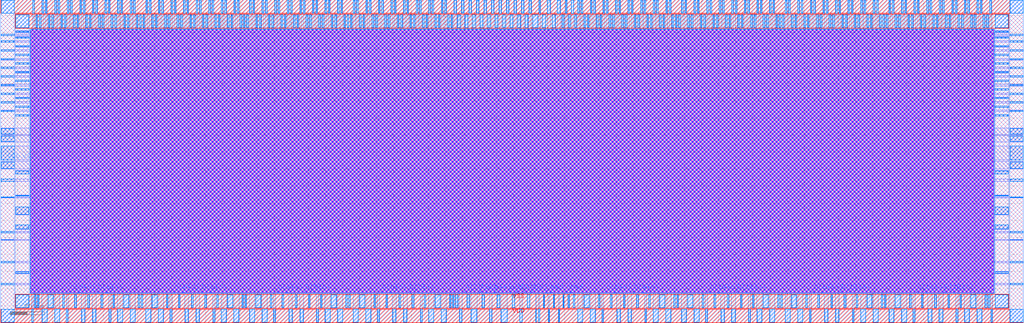
<source format=lef>
MACRO DFFARX1_HVT
  CLASS CORE ;
  FOREIGN DFFARX1_HVT 0 0 ;
  ORIGIN 0 0 ;
  SIZE 22.44 BY 5.04 ;
  SYMMETRY X Y ;
  SITE tsm3site ;
  LEQ DFFSRHQXL ;

  PIN SN
  DIRECTION INPUT ;
  ANTENNAGATEAREA 0.9612 ;
  ANTENNAPARTIALMETALAREA 4.7986 LAYER Metal1 ;
  ANTENNAPARTIALMETALSIDEAREA 21.9632 LAYER Metal1 ;
     PORT
      LAYER Metal1 ;
      RECT 17.605 2.495 19.935 2.725 ;
      RECT 17.125 2.375 17.605 2.725 ;
      RECT 16.895 2.375 17.125 4.005 ;
      RECT 16.87 2.375 16.895 2.605 ;
      RECT 16.715 3.755 16.895 4.005 ;
      RECT 13.57 3.775 16.715 4.005 ;
      RECT 13.57 2.61 13.73 2.84 ;
      RECT 13.34 2.61 13.57 4.005 ;
      RECT 12.515 2.61 13.34 2.84 ;
      RECT 12.285 2.61 12.515 4.315 ;
      RECT 12.095 3.955 12.285 4.315 ;
      RECT 7.62 3.955 12.095 4.185 ;
      RECT 7.39 3.5 7.62 4.185 ;
      RECT 6.7 3.5 7.39 3.73 ;
      RECT 6.47 3.5 6.7 4.29 ;
      RECT 4.685 4.06 6.47 4.29 ;
     END
  END SN

  PIN RN
  DIRECTION INPUT ;
  ANTENNAGATEAREA 0.4356 ;
  ANTENNAPARTIALMETALAREA 0.342 LAYER Metal1 ;
  ANTENNAPARTIALMETALSIDEAREA 1.4734 LAYER Metal1 ;
     PORT
      LAYER Metal1 ;
      RECT 15.63 1.725 15.67 2.695 ;
      RECT 15.35 1.685 15.63 2.695 ;
      RECT 15.29 1.685 15.35 2.025 ;
     END
  END RN

  PIN Q
  DIRECTION OUTPUT ;
  ANTENNADIFFAREA 2.0189 ;
  ANTENNAPARTIALMETALAREA 2.3813 LAYER Metal1 ;
  ANTENNAPARTIALMETALSIDEAREA 10.1124 LAYER Metal1 ;
     PORT
      LAYER Metal1 ;
      RECT 21.565 1.37 21.57 3.195 ;
      RECT 21.34 1.37 21.565 3.205 ;
      RECT 21.275 1.37 21.34 1.6 ;
      RECT 21.335 2.965 21.34 3.205 ;
      RECT 20.2 2.975 21.335 3.205 ;
      RECT 20.905 1.26 21.275 1.6 ;
      RECT 20.015 1.37 20.905 1.6 ;
      RECT 19.86 2.975 20.2 4.17 ;
      RECT 19.405 1.26 20.015 1.6 ;
      RECT 18.13 2.975 19.86 3.205 ;
      RECT 17.845 2.975 18.13 4.01 ;
      RECT 17.79 3.19 17.845 4.01 ;
     END
  END Q

  PIN D
  DIRECTION INPUT ;
  ANTENNAGATEAREA 0.2268 ;
  ANTENNAPARTIALMETALAREA 0.4117 LAYER Metal1 ;
  ANTENNAPARTIALMETALSIDEAREA 1.4469 LAYER Metal1 ;
     PORT
      LAYER Metal1 ;
      RECT 1.43 1.81 1.88 2.725 ;
     END
  END D

  PIN CK
  DIRECTION INPUT ;
  USE CLOCK ;
  ANTENNAGATEAREA 0.3132 ;
  ANTENNAPARTIALMETALAREA 0.3432 LAYER Metal1 ;
  ANTENNAPARTIALMETALSIDEAREA 1.2667 LAYER Metal1 ;
     PORT
      LAYER Metal1 ;
      RECT 0.125 2.065 0.605 2.78 ;
     END
  END CK

  PIN VSS
  DIRECTION INOUT ;
  USE GROUND ;
  SHAPE ABUTMENT ;
     PORT
      LAYER Metal1 ;
      RECT 18.265 -0.4 22.44 0.4 ;
      RECT 17.925 -0.4 18.265 1.22 ;
      RECT 16.2 -0.4 17.925 0.4 ;
      RECT 15.86 -0.4 16.2 1.325 ;
      RECT 13.175 -0.4 15.86 0.4 ;
      RECT 12.835 -0.4 13.175 0.575 ;
      RECT 9.2 -0.4 12.835 0.4 ;
      RECT 8.86 -0.4 9.2 0.815 ;
      RECT 7.73 -0.4 8.86 0.4 ;
      RECT 7.39 -0.4 7.73 0.82 ;
      RECT 4.345 -0.4 7.39 0.4 ;
      RECT 4.005 -0.4 4.345 1.595 ;
      RECT 1.64 -0.4 4.005 0.4 ;
      RECT 1.3 -0.4 1.64 1.43 ;
      RECT 0 -0.4 1.3 0.4 ;
     END
  END VSS

  PIN VDD
  DIRECTION INOUT ;
  USE POWER ;
  SHAPE ABUTMENT ;
     PORT
      LAYER Metal1 ;
      RECT 20.92 4.64 22.44 5.44 ;
      RECT 20.58 3.615 20.92 5.44 ;
      RECT 19.48 4.64 20.58 5.44 ;
      RECT 19.14 3.595 19.48 5.44 ;
      RECT 16.76 4.64 19.14 5.44 ;
      RECT 16.42 4.465 16.76 5.44 ;
      RECT 15.35 4.64 16.42 5.44 ;
      RECT 15.01 4.465 15.35 5.44 ;
      RECT 13.105 4.64 15.01 5.44 ;
      RECT 12.875 3.6 13.105 5.44 ;
      RECT 7.16 4.64 12.875 5.44 ;
      RECT 6.93 3.96 7.16 5.44 ;
      RECT 4.425 4.64 6.93 5.44 ;
      RECT 4.195 3.96 4.425 5.44 ;
      RECT 1.61 4.64 4.195 5.44 ;
      RECT 1.27 3.65 1.61 5.44 ;
      RECT 0 4.64 1.27 5.44 ;
     END
  END VDD
  OBS
      LAYER Metal1 ;
      RECT 22.035 1.125 22.145 1.465 ;
      RECT 21.805 0.8 22.035 1.465 ;
      RECT 20.51 0.8 21.805 1.03 ;
      RECT 20.875 1.915 21.105 2.35 ;
      RECT 16.925 1.915 20.875 2.145 ;
      RECT 20.17 0.69 20.51 1.03 ;
      RECT 19.025 0.8 20.17 1.03 ;
      RECT 18.97 0.8 19.025 1.49 ;
      RECT 18.795 0.8 18.97 1.685 ;
      RECT 18.685 1.15 18.795 1.685 ;
      RECT 17.465 1.455 18.685 1.685 ;
      RECT 17.235 0.75 17.465 1.685 ;
      RECT 17.125 0.75 17.235 1.09 ;
      RECT 16.585 1.455 16.925 2.145 ;
      RECT 16.52 1.915 16.585 2.145 ;
      RECT 16.41 1.915 16.52 2.755 ;
      RECT 16.29 1.915 16.41 3.255 ;
      RECT 16.18 2.415 16.29 3.255 ;
      RECT 16.11 3.025 16.18 3.255 ;
      RECT 15.77 3.025 16.11 3.365 ;
      RECT 15.105 3.025 15.77 3.255 ;
      RECT 15.25 1.15 15.5 1.38 ;
      RECT 15.02 0.825 15.25 1.38 ;
      RECT 14.875 2.42 15.105 3.255 ;
      RECT 13.54 0.825 15.02 1.055 ;
      RECT 14.695 2.42 14.875 2.65 ;
      RECT 14.625 1.345 14.68 1.575 ;
      RECT 14.435 1.285 14.625 1.575 ;
      RECT 14.205 1.285 14.435 3.3 ;
      RECT 12.835 1.285 14.205 1.515 ;
      RECT 14.03 3.07 14.205 3.3 ;
      RECT 13.8 3.07 14.03 3.46 ;
      RECT 13.745 1.85 13.975 2.325 ;
      RECT 11.75 2.095 13.745 2.325 ;
      RECT 12.605 1.285 12.835 1.86 ;
      RECT 12.495 1.52 12.605 1.86 ;
      RECT 11.38 3.33 12.05 3.56 ;
      RECT 11.675 2.795 11.995 3.025 ;
      RECT 11.75 0.69 11.805 0.92 ;
      RECT 11.675 0.69 11.75 2.325 ;
      RECT 11.445 0.69 11.675 3.025 ;
      RECT 10.645 0.795 11.445 1.025 ;
      RECT 10.71 2.795 11.445 3.025 ;
      RECT 11.15 3.33 11.38 3.645 ;
      RECT 10.98 1.46 11.21 2.045 ;
      RECT 8.08 3.415 11.15 3.645 ;
      RECT 9.86 1.815 10.98 2.045 ;
      RECT 10.37 2.74 10.71 3.08 ;
      RECT 10.415 0.795 10.645 1.585 ;
      RECT 10.195 1.355 10.415 1.585 ;
      RECT 9.79 0.75 10.085 0.98 ;
      RECT 9.6 2.74 9.94 3.08 ;
      RECT 9.47 1.515 9.86 2.045 ;
      RECT 9.56 0.75 9.79 1.28 ;
      RECT 8.54 2.795 9.6 3.025 ;
      RECT 7.865 1.05 9.56 1.28 ;
      RECT 8.54 1.815 9.47 2.045 ;
      RECT 8.31 1.515 8.54 3.08 ;
      RECT 8.095 1.515 8.31 1.745 ;
      RECT 7.865 3.015 8.08 3.645 ;
      RECT 7.85 1.05 7.865 3.645 ;
      RECT 7.635 1.05 7.85 3.245 ;
      RECT 6.93 1.255 7.635 1.485 ;
      RECT 6.94 3.015 7.635 3.245 ;
      RECT 7.175 1.77 7.405 2.52 ;
      RECT 5.775 1.77 7.175 2 ;
      RECT 6.82 1.2 6.93 1.54 ;
      RECT 6.59 0.655 6.82 1.54 ;
      RECT 6.235 2.235 6.755 2.465 ;
      RECT 6.42 0.655 6.59 0.885 ;
      RECT 6.005 2.235 6.235 3.675 ;
      RECT 3.47 3.445 6.005 3.675 ;
      RECT 5.665 1.445 5.775 3.215 ;
      RECT 5.545 1.39 5.665 3.215 ;
      RECT 5.325 1.39 5.545 1.73 ;
      RECT 4.415 2.985 5.545 3.215 ;
      RECT 3.015 2.115 5.31 2.345 ;
      RECT 4.185 2.595 4.415 3.215 ;
      RECT 3.86 2.595 4.185 2.825 ;
      RECT 3.24 3.03 3.47 4.41 ;
      RECT 2.54 4.17 3.24 4.41 ;
      RECT 3.005 1.225 3.015 2.345 ;
      RECT 2.98 1.225 3.005 3.91 ;
      RECT 2.775 1.17 2.98 3.91 ;
      RECT 2.64 1.17 2.775 1.51 ;
      RECT 2.5 3.045 2.54 4.41 ;
      RECT 2.27 1.93 2.5 4.41 ;
      RECT 1.07 3.045 2.27 3.275 ;
      RECT 0.87 1.2 1.07 3.275 ;
      RECT 0.84 1.145 0.87 3.275 ;
      RECT 0.53 1.145 0.84 1.485 ;
      RECT 0.73 3.045 0.84 3.275 ;
      RECT 0.445 3.045 0.73 4.195 ;
      RECT 0.39 3.375 0.445 4.195 ;
  END
END DFFARX1_HVT

MACRO SDFFX1_LVT
  CLASS CORE ;
  FOREIGN SDFFX1_LVT 0 0 ;
  ORIGIN 0 0 ;
  SIZE 15.84 BY 5.04 ;
  SYMMETRY X Y ;
  SITE tsm3site ;
  LEQ DFFSRHQXL ;

  PIN SN
  DIRECTION INPUT ;
  ANTENNAGATEAREA 0.5688 ;
  ANTENNAPARTIALMETALAREA 4.0051 LAYER Metal1 ;
  ANTENNAPARTIALMETALSIDEAREA 18.5235 LAYER Metal1 ;
     PORT
      LAYER Metal1 ;
      RECT 14.91 2.61 15.14 2.95 ;
      RECT 13.93 2.665 14.91 2.895 ;
      RECT 13.7 2.25 13.93 4.235 ;
      RECT 10.47 4.005 13.7 4.235 ;
      RECT 10.43 3.01 10.47 4.235 ;
      RECT 10.42 2.71 10.43 4.235 ;
      RECT 10.345 2.66 10.42 4.235 ;
      RECT 10.24 2.405 10.345 4.235 ;
      RECT 10.115 2.405 10.24 3.24 ;
      RECT 10.09 2.63 10.115 3.24 ;
      RECT 9.51 3.01 10.09 3.24 ;
      RECT 9.28 3.01 9.51 4.405 ;
      RECT 6.82 4.175 9.28 4.405 ;
      RECT 6.59 3.445 6.82 4.405 ;
      RECT 5.895 3.445 6.59 3.675 ;
      RECT 5.665 3.445 5.895 4.41 ;
      RECT 3.99 4.18 5.665 4.41 ;
     END
  END SN

  PIN RN
  DIRECTION INPUT ;
  ANTENNAGATEAREA 0.252 ;
  ANTENNAPARTIALMETALAREA 0.3256 LAYER Metal1 ;
  ANTENNAPARTIALMETALSIDEAREA 1.2508 LAYER Metal1 ;
     PORT
      LAYER Metal1 ;
      RECT 12.575 2.25 13.315 2.69 ;
     END
  END RN

  PIN Q
  DIRECTION OUTPUT ;
  ANTENNADIFFAREA 1.027 ;
  ANTENNAPARTIALMETALAREA 0.9159 LAYER Metal1 ;
  ANTENNAPARTIALMETALSIDEAREA 4.4096 LAYER Metal1 ;
     PORT
      LAYER Metal1 ;
      RECT 15.6 1.845 15.625 2.075 ;
      RECT 15.37 1.33 15.6 3.61 ;
      RECT 14.56 1.33 15.37 1.56 ;
      RECT 15.005 3.38 15.37 3.61 ;
      RECT 14.665 3.38 15.005 3.72 ;
     END
  END Q

  PIN D
  DIRECTION INPUT ;
  ANTENNAGATEAREA 0.144 ;
  ANTENNAPARTIALMETALAREA 0.3877 LAYER Metal1 ;
  ANTENNAPARTIALMETALSIDEAREA 1.3303 LAYER Metal1 ;
     PORT
      LAYER Metal1 ;
      RECT 0.85 2.06 1.4 2.765 ;
     END
  END D

  PIN CK
  DIRECTION INPUT ;
  USE CLOCK ;
  ANTENNAGATEAREA 0.216 ;
  ANTENNAPARTIALMETALAREA 0.2743 LAYER Metal1 ;
  ANTENNAPARTIALMETALSIDEAREA 1.1183 LAYER Metal1 ;
     PORT
      LAYER Metal1 ;
      RECT 0.62 3.81 0.625 4.15 ;
      RECT 0.15 3.81 0.62 4.39 ;
     END
  END CK

  PIN VSS
  DIRECTION INOUT ;
  USE GROUND ;
  SHAPE ABUTMENT ;
     PORT
      LAYER Metal1 ;
      RECT 13.45 -0.4 15.84 0.4 ;
      RECT 13.11 -0.4 13.45 1.555 ;
      RECT 9.79 -0.4 13.11 0.4 ;
      RECT 9.45 -0.4 9.79 0.575 ;
      RECT 7.11 -0.4 9.45 0.4 ;
      RECT 6.77 -0.4 7.11 1.075 ;
      RECT 3.665 -0.4 6.77 0.4 ;
      RECT 3.325 -0.4 3.665 0.9 ;
      RECT 1.205 -0.4 3.325 0.4 ;
      RECT 0.865 -0.4 1.205 0.575 ;
      RECT 0 -0.4 0.865 0.4 ;
     END
  END VSS

  PIN VDD
  DIRECTION INOUT ;
  USE POWER ;
  SHAPE ABUTMENT ;
     PORT
      LAYER Metal1 ;
      RECT 15.66 4.64 15.84 5.44 ;
      RECT 15.32 4.465 15.66 5.44 ;
      RECT 13.655 4.64 15.32 5.44 ;
      RECT 13.315 4.465 13.655 5.44 ;
      RECT 12.345 4.64 13.315 5.44 ;
      RECT 12.005 4.465 12.345 5.44 ;
      RECT 10.01 4.64 12.005 5.44 ;
      RECT 9.78 3.64 10.01 5.44 ;
      RECT 6.355 4.64 9.78 5.44 ;
      RECT 6.125 3.915 6.355 5.44 ;
      RECT 3.66 4.64 6.125 5.44 ;
      RECT 3.32 4.465 3.66 5.44 ;
      RECT 1.195 4.64 3.32 5.44 ;
      RECT 0.855 4.465 1.195 5.44 ;
      RECT 0 4.64 0.855 5.44 ;
     END
  END VDD
  OBS
      LAYER Metal1 ;
      RECT 15.51 0.87 15.66 1.1 ;
      RECT 15.28 0.795 15.51 1.1 ;
      RECT 14.205 0.795 15.28 1.025 ;
      RECT 14.98 1.94 15.09 2.28 ;
      RECT 14.75 1.79 14.98 2.28 ;
      RECT 12.69 1.79 14.75 2.02 ;
      RECT 14.17 0.795 14.205 1.5 ;
      RECT 13.975 0.795 14.17 1.555 ;
      RECT 13.83 1.215 13.975 1.555 ;
      RECT 13.21 2.975 13.32 3.205 ;
      RECT 12.98 2.975 13.21 3.775 ;
      RECT 12.345 2.975 12.98 3.205 ;
      RECT 11.885 3.545 12.98 3.775 ;
      RECT 12.35 1.42 12.69 2.02 ;
      RECT 12.345 1.79 12.35 2.02 ;
      RECT 12.115 1.79 12.345 3.205 ;
      RECT 12 0.72 12.19 1.06 ;
      RECT 11.85 0.72 12 1.505 ;
      RECT 11.655 2.48 11.885 3.775 ;
      RECT 11.77 0.775 11.85 1.505 ;
      RECT 10.25 1.275 11.77 1.505 ;
      RECT 11.335 1.74 11.39 1.97 ;
      RECT 10.93 1.735 11.335 1.98 ;
      RECT 11.005 0.66 11.06 1 ;
      RECT 10.72 0.66 11.005 1.035 ;
      RECT 10.7 1.735 10.93 3.58 ;
      RECT 9.91 0.805 10.72 1.035 ;
      RECT 9.53 1.75 10.7 2.015 ;
      RECT 9.68 0.805 9.91 1.27 ;
      RECT 9.045 1.04 9.68 1.27 ;
      RECT 9.295 1.75 9.53 2.12 ;
      RECT 8.815 1.04 9.045 3.225 ;
      RECT 8.645 3.605 8.985 3.945 ;
      RECT 8.29 1.04 8.815 1.27 ;
      RECT 8.22 2.995 8.815 3.225 ;
      RECT 7.28 3.715 8.645 3.945 ;
      RECT 8.35 1.5 8.58 2.71 ;
      RECT 7.87 1.5 8.35 1.73 ;
      RECT 7.74 2.48 8.35 2.71 ;
      RECT 7.28 1.96 8.11 2.19 ;
      RECT 7.64 1.07 7.87 1.73 ;
      RECT 7.51 2.48 7.74 3.48 ;
      RECT 7.53 1.07 7.64 1.41 ;
      RECT 7.05 1.31 7.28 3.945 ;
      RECT 6.31 1.31 7.05 1.54 ;
      RECT 6.05 2.975 7.05 3.205 ;
      RECT 6.465 2.255 6.78 2.485 ;
      RECT 6.235 1.775 6.465 2.485 ;
      RECT 6.15 1.2 6.31 1.54 ;
      RECT 5.005 1.775 6.235 2.005 ;
      RECT 5.97 0.63 6.15 1.54 ;
      RECT 5.92 0.63 5.97 1.485 ;
      RECT 5.615 2.24 5.955 2.58 ;
      RECT 5.81 0.63 5.92 0.97 ;
      RECT 5.43 2.35 5.615 2.58 ;
      RECT 5.2 2.35 5.43 3.845 ;
      RECT 2.84 3.615 5.2 3.845 ;
      RECT 4.97 1.3 5.005 2.005 ;
      RECT 4.74 1.3 4.97 3.27 ;
      RECT 4.665 1.3 4.74 1.64 ;
      RECT 4.32 3.04 4.74 3.27 ;
      RECT 4.28 2.005 4.51 2.38 ;
      RECT 3.98 3.04 4.32 3.38 ;
      RECT 2.625 2.005 4.28 2.235 ;
      RECT 3.4 3.04 3.98 3.27 ;
      RECT 3.39 2.525 3.4 3.27 ;
      RECT 3.17 2.47 3.39 3.27 ;
      RECT 3.05 2.47 3.17 2.81 ;
      RECT 2.61 3.615 2.84 4.345 ;
      RECT 2.395 1.195 2.625 2.735 ;
      RECT 1.885 4.115 2.61 4.345 ;
      RECT 2.1 1.195 2.395 1.425 ;
      RECT 2.345 2.505 2.395 2.735 ;
      RECT 2.115 2.505 2.345 3.825 ;
      RECT 1.885 1.77 2.15 2.11 ;
      RECT 1.81 1.77 1.885 4.345 ;
      RECT 1.655 1.825 1.81 4.345 ;
      RECT 0.52 3.22 1.655 3.45 ;
      RECT 0.465 1.21 0.52 1.55 ;
      RECT 0.465 3.165 0.52 3.505 ;
      RECT 0.235 1.21 0.465 3.505 ;
      RECT 0.18 1.21 0.235 1.55 ;
      RECT 0.18 3.165 0.235 3.505 ;
  END
END SDFFX1_LVT

MACRO DFFSRXL
  CLASS CORE ;
  FOREIGN DFFSRXL 0 0 ;
  ORIGIN 0 0 ;
  SIZE 17.16 BY 5.04 ;
  SYMMETRY X Y ;
  SITE tsm3site ;

  PIN SN
  DIRECTION INPUT ;
  ANTENNAGATEAREA 0.288 ;
  ANTENNAPARTIALMETALAREA 1.7536 LAYER Metal1 ;
  ANTENNAPARTIALMETALSIDEAREA 8.2468 LAYER Metal1 ;
     PORT
      LAYER Metal1 ;
      RECT 11.36 4.035 11.73 4.365 ;
      RECT 8.795 4.135 11.36 4.365 ;
      RECT 8.49 4.125 8.795 4.365 ;
      RECT 6.155 4.125 8.49 4.355 ;
      RECT 6.095 4.085 6.155 4.355 ;
      RECT 5.865 4.005 6.095 4.355 ;
      RECT 5.04 4.005 5.865 4.235 ;
      RECT 4.81 4.005 5.04 4.365 ;
      RECT 4.54 4.135 4.81 4.365 ;
     END
  END SN

  PIN RN
  DIRECTION INPUT ;
  ANTENNAGATEAREA 0.1296 ;
  ANTENNAPARTIALMETALAREA 0.2316 LAYER Metal1 ;
  ANTENNAPARTIALMETALSIDEAREA 1.0547 LAYER Metal1 ;
     PORT
      LAYER Metal1 ;
      RECT 6.625 1.79 6.68 2.13 ;
      RECT 6.155 1.785 6.625 2.175 ;
      RECT 6.075 1.785 6.155 2.155 ;
     END
  END RN

  PIN QN
  DIRECTION OUTPUT ;
  ANTENNADIFFAREA 0.5141 ;
  ANTENNAPARTIALMETALAREA 0.7101 LAYER Metal1 ;
  ANTENNAPARTIALMETALSIDEAREA 3.1853 LAYER Metal1 ;
     PORT
      LAYER Metal1 ;
      RECT 15.12 1.095 15.36 1.435 ;
      RECT 14.89 1.095 15.12 3.455 ;
      RECT 14.715 2.965 14.89 3.455 ;
     END
  END QN

  PIN Q
  DIRECTION OUTPUT ;
  ANTENNADIFFAREA 0.5088 ;
  ANTENNAPARTIALMETALAREA 0.7408 LAYER Metal1 ;
  ANTENNAPARTIALMETALSIDEAREA 3.3708 LAYER Metal1 ;
     PORT
      LAYER Metal1 ;
      RECT 16.555 1.095 16.685 1.435 ;
      RECT 16.345 1.095 16.555 3.23 ;
      RECT 16.33 1.205 16.345 3.23 ;
      RECT 16.325 1.205 16.33 3.58 ;
      RECT 15.99 2.965 16.325 3.58 ;
     END
  END Q

  PIN D
  DIRECTION INPUT ;
  ANTENNAGATEAREA 0.2448 ;
  ANTENNAPARTIALMETALAREA 0.3333 LAYER Metal1 ;
  ANTENNAPARTIALMETALSIDEAREA 1.2349 LAYER Metal1 ;
     PORT
      LAYER Metal1 ;
      RECT 0.215 2.155 0.875 2.66 ;
     END
  END D

  PIN CK
  DIRECTION INPUT ;
  USE CLOCK ;
  ANTENNAGATEAREA 0.1368 ;
  ANTENNAPARTIALMETALAREA 0.2317 LAYER Metal1 ;
  ANTENNAPARTIALMETALSIDEAREA 1.0335 LAYER Metal1 ;
     PORT
      LAYER Metal1 ;
      RECT 8.01 2.25 8.575 2.66 ;
     END
  END CK

  PIN VSS
  DIRECTION INOUT ;
  USE GROUND ;
  SHAPE ABUTMENT ;
     PORT
      LAYER Metal1 ;
      RECT 16.125 -0.4 17.16 0.4 ;
      RECT 15.785 -0.4 16.125 0.575 ;
      RECT 14.65 -0.4 15.785 0.4 ;
      RECT 14.31 -0.4 14.65 0.575 ;
      RECT 11.455 -0.4 14.31 0.4 ;
      RECT 11.115 -0.4 11.455 0.575 ;
      RECT 8.89 -0.4 11.115 0.4 ;
      RECT 8.55 -0.4 8.89 1.485 ;
      RECT 7.115 -0.4 8.55 0.4 ;
      RECT 6.885 -0.4 7.115 0.9 ;
      RECT 4.195 -0.4 6.885 0.4 ;
      RECT 3.855 -0.4 4.195 0.9 ;
      RECT 1.33 -0.4 3.855 0.4 ;
      RECT 0.99 -0.4 1.33 0.575 ;
      RECT 0 -0.4 0.99 0.4 ;
     END
  END VSS

  PIN VDD
  DIRECTION INOUT ;
  USE POWER ;
  SHAPE ABUTMENT ;
     PORT
      LAYER Metal1 ;
      RECT 16.095 4.64 17.16 5.44 ;
      RECT 15.72 4.465 16.095 5.44 ;
      RECT 13.57 4.64 15.72 5.44 ;
      RECT 13.23 3.395 13.57 5.44 ;
      RECT 12.405 4.64 13.23 5.44 ;
      RECT 12.175 3.395 12.405 5.44 ;
      RECT 11.49 3.395 12.175 3.625 ;
      RECT 5.635 4.64 12.175 5.44 ;
      RECT 11.13 3.31 11.49 3.625 ;
      RECT 10.905 3.395 11.13 3.625 ;
      RECT 10.675 3.395 10.905 3.845 ;
      RECT 8.795 3.615 10.675 3.845 ;
      RECT 8.51 3.46 8.795 3.845 ;
      RECT 8.455 3.46 8.51 3.8 ;
      RECT 5.295 4.465 5.635 5.44 ;
      RECT 4.31 4.64 5.295 5.44 ;
      RECT 3.97 4.465 4.31 5.44 ;
      RECT 1.34 4.64 3.97 5.44 ;
      RECT 0.945 4.465 1.34 5.44 ;
      RECT 0 4.64 0.945 5.44 ;
     END
  END VDD
  OBS
      LAYER Metal1 ;
      RECT 15.6 2.22 15.92 2.56 ;
      RECT 15.58 2.22 15.6 3.915 ;
      RECT 15.37 2.275 15.58 3.915 ;
      RECT 14.475 3.685 15.37 3.915 ;
      RECT 14.415 1.17 14.66 1.51 ;
      RECT 14.415 3.505 14.475 3.915 ;
      RECT 14.32 1.17 14.415 3.915 ;
      RECT 14.245 1.225 14.32 3.915 ;
      RECT 14.185 1.225 14.245 3.735 ;
      RECT 13.95 3.395 14.185 3.735 ;
      RECT 13.725 1.825 13.955 3.165 ;
      RECT 13.605 0.98 13.855 1.32 ;
      RECT 13.145 1.825 13.725 2.055 ;
      RECT 12.01 2.935 13.725 3.165 ;
      RECT 13.515 0.63 13.605 1.32 ;
      RECT 13.375 0.63 13.515 1.265 ;
      RECT 12.275 0.63 13.375 0.86 ;
      RECT 12.915 1.09 13.145 2.055 ;
      RECT 12.715 1.09 12.915 1.32 ;
      RECT 12.135 1.89 12.475 2.23 ;
      RECT 12.255 0.63 12.275 1.235 ;
      RECT 12.045 0.63 12.255 1.29 ;
      RECT 11.065 1.89 12.135 2.12 ;
      RECT 11.915 0.95 12.045 1.29 ;
      RECT 11.78 2.615 12.01 3.165 ;
      RECT 11.295 2.615 11.78 2.845 ;
      RECT 10.955 2.56 11.295 2.9 ;
      RECT 10.835 1.25 11.065 2.12 ;
      RECT 10.415 1.25 10.835 1.48 ;
      RECT 9.545 0.72 10.705 0.95 ;
      RECT 10.185 1.25 10.415 3.36 ;
      RECT 10.115 1.25 10.185 1.535 ;
      RECT 9.775 3.13 10.185 3.36 ;
      RECT 9.885 1.195 10.115 1.535 ;
      RECT 9.545 2.43 9.87 2.77 ;
      RECT 9.315 0.72 9.545 3.125 ;
      RECT 8.035 1.745 9.315 1.975 ;
      RECT 8.075 2.895 9.315 3.125 ;
      RECT 8.02 2.895 8.075 3.8 ;
      RECT 7.805 1.37 8.035 1.975 ;
      RECT 7.845 2.895 8.02 3.835 ;
      RECT 7.575 0.74 7.935 0.97 ;
      RECT 7.735 3.46 7.845 3.835 ;
      RECT 6.555 3.605 7.735 3.835 ;
      RECT 7.345 0.74 7.575 1.365 ;
      RECT 5.67 1.135 7.345 1.365 ;
      RECT 7.26 1.635 7.3 2.795 ;
      RECT 7.245 1.635 7.26 2.8 ;
      RECT 7.07 1.635 7.245 3.375 ;
      RECT 6.92 2.46 7.07 3.375 ;
      RECT 6.87 2.565 6.92 3.375 ;
      RECT 6.785 2.905 6.87 3.375 ;
      RECT 6.1 2.905 6.785 3.135 ;
      RECT 6.325 3.545 6.555 3.835 ;
      RECT 3.72 3.545 6.325 3.775 ;
      RECT 5.87 2.54 6.1 3.135 ;
      RECT 5.64 1.12 5.67 1.46 ;
      RECT 5.41 1.12 5.64 3.135 ;
      RECT 5.33 1.12 5.41 1.46 ;
      RECT 5.09 2.905 5.41 3.135 ;
      RECT 4.935 1.84 5.165 2.205 ;
      RECT 4.045 2.905 5.09 3.26 ;
      RECT 3.585 1.975 4.935 2.205 ;
      RECT 3.815 2.51 4.045 3.26 ;
      RECT 3.49 3.545 3.72 4.365 ;
      RECT 3.355 0.955 3.585 2.965 ;
      RECT 3.14 4.135 3.49 4.365 ;
      RECT 3.03 0.955 3.355 1.24 ;
      RECT 3.055 2.735 3.355 2.965 ;
      RECT 2.895 1.77 3.125 2.225 ;
      RECT 3.055 3.48 3.11 3.82 ;
      RECT 2.825 2.735 3.055 3.82 ;
      RECT 2.69 0.9 3.03 1.24 ;
      RECT 2.43 1.995 2.895 2.225 ;
      RECT 2.77 3.48 2.825 3.82 ;
      RECT 2.43 3.045 2.505 3.405 ;
      RECT 2.23 1.49 2.43 3.405 ;
      RECT 2.275 3.98 2.33 4.32 ;
      RECT 1.99 3.81 2.275 4.32 ;
      RECT 2.215 1.435 2.23 3.405 ;
      RECT 1.845 0.745 2.225 1.05 ;
      RECT 2.2 1.435 2.215 3.3 ;
      RECT 1.89 1.435 2.2 1.775 ;
      RECT 1.555 2.96 2.2 3.3 ;
      RECT 0.52 3.81 1.99 4.04 ;
      RECT 0.465 0.815 1.845 1.045 ;
      RECT 0.465 1.43 0.52 1.77 ;
      RECT 0.29 3 0.52 4.04 ;
      RECT 0.235 0.815 0.465 1.77 ;
      RECT 0.18 3 0.29 3.34 ;
      RECT 0.18 1.43 0.235 1.77 ;
  END
END DFFSRXL

MACRO DFFSRX4
  CLASS CORE ;
  FOREIGN DFFSRX4 0 0 ;
  ORIGIN 0 0 ;
  SIZE 23.76 BY 5.04 ;
  SYMMETRY X Y ;
  SITE tsm3site ;
  LEQ DFFSRXL ;

  PIN SN
  DIRECTION INPUT ;
  ANTENNAGATEAREA 0.9792 ;
  ANTENNAPARTIALMETALAREA 2.2933 LAYER Metal1 ;
  ANTENNAPARTIALMETALSIDEAREA 10.7113 LAYER Metal1 ;
     PORT
      LAYER Metal1 ;
      RECT 14.18 3.995 14.52 4.335 ;
      RECT 9.025 4 14.18 4.23 ;
      RECT 8.7 4 9.025 4.335 ;
      RECT 4.86 4.105 8.7 4.335 ;
     END
  END SN

  PIN RN
  DIRECTION INPUT ;
  ANTENNAGATEAREA 0.4614 ;
  ANTENNAPARTIALMETALAREA 0.2326 LAYER Metal1 ;
  ANTENNAPARTIALMETALSIDEAREA 1.0229 LAYER Metal1 ;
     PORT
      LAYER Metal1 ;
      RECT 6.795 2.295 7.265 2.79 ;
     END
  END RN

  PIN QN
  DIRECTION OUTPUT ;
  ANTENNADIFFAREA 1.2857 ;
  ANTENNAPARTIALMETALAREA 0.9289 LAYER Metal1 ;
  ANTENNAPARTIALMETALSIDEAREA 3.1111 LAYER Metal1 ;
     PORT
      LAYER Metal1 ;
      RECT 21.565 1.82 21.64 3.22 ;
      RECT 21.335 1.475 21.565 3.22 ;
      RECT 21.26 1.42 21.335 3.22 ;
      RECT 21.255 1.42 21.26 3.195 ;
      RECT 20.86 1.42 21.255 1.82 ;
      RECT 20.9 2.855 21.255 3.195 ;
     END
  END QN

  PIN Q
  DIRECTION OUTPUT ;
  ANTENNADIFFAREA 1.2857 ;
  ANTENNAPARTIALMETALAREA 0.898 LAYER Metal1 ;
  ANTENNAPARTIALMETALSIDEAREA 3.0051 LAYER Metal1 ;
     PORT
      LAYER Metal1 ;
      RECT 22.885 1.82 22.96 3.22 ;
      RECT 22.655 1.475 22.885 3.22 ;
      RECT 22.58 1.42 22.655 3.22 ;
      RECT 22.24 1.42 22.58 1.86 ;
      RECT 22.265 2.855 22.58 3.195 ;
     END
  END Q

  PIN D
  DIRECTION INPUT ;
  ANTENNAGATEAREA 0.2412 ;
  ANTENNAPARTIALMETALAREA 0.2922 LAYER Metal1 ;
  ANTENNAPARTIALMETALSIDEAREA 1.2402 LAYER Metal1 ;
     PORT
      LAYER Metal1 ;
      RECT 0.73 2.445 0.93 2.785 ;
      RECT 0.14 2.405 0.73 2.785 ;
     END
  END D

  PIN CK
  DIRECTION INPUT ;
  USE CLOCK ;
  ANTENNAGATEAREA 0.306 ;
  ANTENNAPARTIALMETALAREA 0.3329 LAYER Metal1 ;
  ANTENNAPARTIALMETALSIDEAREA 1.7225 LAYER Metal1 ;
     PORT
      LAYER Metal1 ;
      RECT 1.51 2.385 1.62 2.725 ;
      RECT 1.28 1.87 1.51 2.725 ;
      RECT 1.105 1.87 1.28 2.1 ;
      RECT 0.875 1.845 1.105 2.1 ;
     END
  END CK

  PIN VSS
  DIRECTION INOUT ;
  USE GROUND ;
  SHAPE ABUTMENT ;
     PORT
      LAYER Metal1 ;
      RECT 23.26 -0.4 23.76 0.4 ;
      RECT 22.92 -0.4 23.26 0.575 ;
      RECT 21.88 -0.4 22.92 0.4 ;
      RECT 21.54 -0.4 21.88 0.575 ;
      RECT 20.52 -0.4 21.54 0.4 ;
      RECT 20.18 -0.4 20.52 0.575 ;
      RECT 15.35 -0.4 20.18 0.4 ;
      RECT 15.01 -0.4 15.35 1.05 ;
      RECT 12.465 -0.4 15.01 0.4 ;
      RECT 12.125 -0.4 12.465 1.145 ;
      RECT 9.865 -0.4 12.125 0.4 ;
      RECT 9.525 -0.4 9.865 1.32 ;
      RECT 7.26 -0.4 9.525 0.4 ;
      RECT 6.92 -0.4 7.26 0.86 ;
      RECT 4.54 -0.4 6.92 0.4 ;
      RECT 4.2 -0.4 4.54 0.845 ;
      RECT 1.295 -0.4 4.2 0.4 ;
      RECT 0.955 -0.4 1.295 0.575 ;
      RECT 0 -0.4 0.955 0.4 ;
     END
  END VSS

  PIN VDD
  DIRECTION INOUT ;
  USE POWER ;
  SHAPE ABUTMENT ;
     PORT
      LAYER Metal1 ;
      RECT 23.285 4.64 23.76 5.44 ;
      RECT 22.945 4.465 23.285 5.44 ;
      RECT 21.92 4.64 22.945 5.44 ;
      RECT 21.58 4.465 21.92 5.44 ;
      RECT 20.56 4.64 21.58 5.44 ;
      RECT 20.22 4.465 20.56 5.44 ;
      RECT 17.81 4.64 20.22 5.44 ;
      RECT 17.47 3.64 17.81 5.44 ;
      RECT 15.805 4.64 17.47 5.44 ;
      RECT 15.465 2.92 15.805 5.44 ;
      RECT 13.545 4.64 15.465 5.44 ;
      RECT 13.205 4.465 13.545 5.44 ;
      RECT 12.39 4.64 13.205 5.44 ;
      RECT 12.05 4.465 12.39 5.44 ;
      RECT 9.725 4.64 12.05 5.44 ;
      RECT 9.385 4.465 9.725 5.44 ;
      RECT 4.61 4.64 9.385 5.44 ;
      RECT 4.27 4.465 4.61 5.44 ;
      RECT 1.095 4.64 4.27 5.44 ;
      RECT 0.755 4.465 1.095 5.44 ;
      RECT 0 4.64 0.755 5.44 ;
     END
  END VDD
  OBS
      LAYER Metal1 ;
      RECT 23.195 2.21 23.425 3.74 ;
      RECT 20.495 3.51 23.195 3.74 ;
      RECT 20.265 1.67 20.495 3.74 ;
      RECT 19.7 1.67 20.265 1.9 ;
      RECT 19.8 3.4 20.265 3.74 ;
      RECT 19.24 2.16 19.95 2.5 ;
      RECT 19.46 3.26 19.8 4.07 ;
      RECT 19.47 0.92 19.7 1.9 ;
      RECT 19.1 1.375 19.24 3.015 ;
      RECT 19.01 1.375 19.1 3.845 ;
      RECT 18.25 1.375 19.01 1.605 ;
      RECT 18.87 2.785 19.01 3.845 ;
      RECT 18.685 0.675 18.915 1.03 ;
      RECT 18.76 3.035 18.87 3.845 ;
      RECT 18.72 1.92 18.775 2.26 ;
      RECT 16.53 3.085 18.76 3.315 ;
      RECT 18.435 1.86 18.72 2.26 ;
      RECT 17.53 0.675 18.685 0.905 ;
      RECT 16.31 1.86 18.435 2.09 ;
      RECT 17.88 1.205 18.25 1.605 ;
      RECT 16.905 1.375 17.88 1.605 ;
      RECT 17.19 0.675 17.53 1.05 ;
      RECT 16.075 0.675 17.19 0.905 ;
      RECT 16.675 1.14 16.905 1.605 ;
      RECT 16.465 1.14 16.675 1.37 ;
      RECT 16.42 3.025 16.53 3.835 ;
      RECT 16.19 2.455 16.42 3.835 ;
      RECT 16.025 1.86 16.31 2.155 ;
      RECT 15.085 2.455 16.19 2.685 ;
      RECT 15.965 0.675 16.075 1.29 ;
      RECT 13.88 1.925 16.025 2.155 ;
      RECT 15.845 0.675 15.965 1.605 ;
      RECT 15.735 0.95 15.845 1.605 ;
      RECT 14.63 1.375 15.735 1.605 ;
      RECT 15.13 4.07 15.235 4.41 ;
      RECT 14.9 3.535 15.13 4.41 ;
      RECT 15.03 2.455 15.085 3.15 ;
      RECT 14.855 2.455 15.03 3.305 ;
      RECT 8.395 3.535 14.9 3.765 ;
      RECT 14.895 4.07 14.9 4.41 ;
      RECT 14.745 2.81 14.855 3.305 ;
      RECT 12.955 3.075 14.745 3.305 ;
      RECT 14.4 0.97 14.63 1.605 ;
      RECT 14.29 0.97 14.4 1.31 ;
      RECT 13.65 0.88 13.88 2.155 ;
      RECT 13.485 0.88 13.65 1.11 ;
      RECT 13.49 1.925 13.65 2.155 ;
      RECT 13.26 1.925 13.49 2.845 ;
      RECT 13.08 1.355 13.42 1.695 ;
      RECT 11.255 1.925 13.26 2.155 ;
      RECT 11.72 1.41 13.08 1.64 ;
      RECT 12.725 2.385 12.955 3.305 ;
      RECT 12.52 2.385 12.725 2.615 ;
      RECT 11.49 0.675 11.72 1.64 ;
      RECT 10.455 0.675 11.49 0.905 ;
      RECT 11.145 1.755 11.255 3.135 ;
      RECT 11.055 1.22 11.145 3.135 ;
      RECT 11.025 1.22 11.055 3.19 ;
      RECT 10.915 1.22 11.025 1.985 ;
      RECT 10.715 2.85 11.025 3.19 ;
      RECT 10.805 1.22 10.915 1.56 ;
      RECT 10.455 2.245 10.79 2.585 ;
      RECT 10.45 0.675 10.455 2.585 ;
      RECT 10.225 0.675 10.45 2.53 ;
      RECT 8.895 2.045 10.225 2.275 ;
      RECT 8.765 1.4 9.105 1.74 ;
      RECT 8.86 2.91 9.105 3.25 ;
      RECT 7.765 0.745 8.915 0.975 ;
      RECT 8.765 2.565 8.86 3.25 ;
      RECT 8.6 1.455 8.765 1.74 ;
      RECT 8.63 2.565 8.765 3.195 ;
      RECT 8.6 2.565 8.63 2.795 ;
      RECT 8.37 1.455 8.6 2.795 ;
      RECT 8.165 3.085 8.395 3.765 ;
      RECT 8.145 2.22 8.37 2.45 ;
      RECT 7.805 3.085 8.165 3.315 ;
      RECT 7.805 1.625 7.955 1.855 ;
      RECT 7.88 3.605 7.935 3.835 ;
      RECT 7.65 3.605 7.88 3.84 ;
      RECT 7.575 1.625 7.805 3.315 ;
      RECT 7.535 0.745 7.765 1.345 ;
      RECT 3.885 3.61 7.65 3.84 ;
      RECT 6.37 3.085 7.575 3.315 ;
      RECT 5.9 1.115 7.535 1.345 ;
      RECT 6.14 2.28 6.37 3.315 ;
      RECT 5.67 1.115 5.9 3.375 ;
      RECT 5.6 1.115 5.67 1.435 ;
      RECT 4.265 3.145 5.67 3.375 ;
      RECT 5.205 1.775 5.435 2.24 ;
      RECT 3.425 1.775 5.205 2.005 ;
      RECT 4.265 2.33 4.32 2.67 ;
      RECT 4.035 2.33 4.265 3.375 ;
      RECT 3.98 2.33 4.035 2.67 ;
      RECT 3.655 3.61 3.885 4.41 ;
      RECT 2.79 4.18 3.655 4.41 ;
      RECT 3.355 0.665 3.425 2.005 ;
      RECT 3.25 0.665 3.355 2.415 ;
      RECT 3.125 0.665 3.25 3.805 ;
      RECT 3.04 0.665 3.125 0.895 ;
      RECT 3.02 2.185 3.125 3.805 ;
      RECT 2.175 1.52 2.81 1.86 ;
      RECT 2.56 3.13 2.79 4.41 ;
      RECT 2.275 0.63 2.655 1.045 ;
      RECT 2.175 3.13 2.56 3.36 ;
      RECT 2.03 3.74 2.33 4.1 ;
      RECT 0.735 0.815 2.275 1.045 ;
      RECT 1.945 1.445 2.175 3.36 ;
      RECT 0.52 3.815 2.03 4.045 ;
      RECT 1.765 1.445 1.945 1.675 ;
      RECT 1.505 3.02 1.945 3.36 ;
      RECT 0.505 0.815 0.735 1.555 ;
      RECT 0.29 3.215 0.52 4.045 ;
      RECT 0.395 1.325 0.505 1.555 ;
      RECT 0.18 3.215 0.29 3.555 ;
  END
END DFFSRX4

MACRO DFFSRX2
  CLASS CORE ;
  FOREIGN DFFSRX2 0 0 ;
  ORIGIN 0 0 ;
  SIZE 17.16 BY 5.04 ;
  SYMMETRY X Y ;
  SITE tsm3site ;
  LEQ DFFSRXL ;

  PIN SN
  DIRECTION INPUT ;
  ANTENNAGATEAREA 0.5328 ;
  ANTENNAPARTIALMETALAREA 1.8011 LAYER Metal1 ;
  ANTENNAPARTIALMETALSIDEAREA 8.3846 LAYER Metal1 ;
     PORT
      LAYER Metal1 ;
      RECT 11.17 4.035 11.665 4.365 ;
      RECT 11.005 4.085 11.17 4.365 ;
      RECT 8.525 4.135 11.005 4.365 ;
      RECT 8.295 4.125 8.525 4.365 ;
      RECT 5.9 4.125 8.295 4.355 ;
      RECT 5.67 4.005 5.9 4.355 ;
      RECT 4.845 4.005 5.67 4.235 ;
      RECT 4.615 4.005 4.845 4.365 ;
      RECT 4.345 4.135 4.615 4.365 ;
     END
  END SN

  PIN RN
  DIRECTION INPUT ;
  ANTENNAGATEAREA 0.252 ;
  ANTENNAPARTIALMETALAREA 0.2268 LAYER Metal1 ;
  ANTENNAPARTIALMETALSIDEAREA 1.0176 LAYER Metal1 ;
     PORT
      LAYER Metal1 ;
      RECT 6.085 1.77 6.625 2.19 ;
     END
  END RN

  PIN QN
  DIRECTION OUTPUT ;
  ANTENNADIFFAREA 1.5865 ;
  ANTENNAPARTIALMETALAREA 0.621 LAYER Metal1 ;
  ANTENNAPARTIALMETALSIDEAREA 2.9839 LAYER Metal1 ;
     PORT
      LAYER Metal1 ;
      RECT 15.14 1.19 15.295 1.53 ;
      RECT 14.965 1.19 15.14 3.205 ;
      RECT 14.91 1.19 14.965 3.335 ;
      RECT 14.68 2.965 14.91 3.335 ;
      RECT 14.625 3.105 14.68 3.335 ;
     END
  END QN

  PIN Q
  DIRECTION OUTPUT ;
  ANTENNADIFFAREA 1.6464 ;
  ANTENNAPARTIALMETALAREA 1.0129 LAYER Metal1 ;
  ANTENNAPARTIALMETALSIDEAREA 4.0439 LAYER Metal1 ;
     PORT
      LAYER Metal1 ;
      RECT 16.84 2.955 16.945 3.195 ;
      RECT 16.82 1.105 16.84 3.195 ;
      RECT 16.815 1.105 16.82 4.14 ;
      RECT 16.61 1.05 16.815 4.14 ;
      RECT 16.475 1.05 16.61 1.39 ;
      RECT 16.56 2.965 16.61 4.14 ;
      RECT 16.355 3.2 16.56 4.14 ;
     END
  END Q

  PIN D
  DIRECTION INPUT ;
  ANTENNAGATEAREA 0.1368 ;
  ANTENNAPARTIALMETALAREA 0.3782 LAYER Metal1 ;
  ANTENNAPARTIALMETALSIDEAREA 1.3038 LAYER Metal1 ;
     PORT
      LAYER Metal1 ;
      RECT 0.565 2.115 1.18 2.73 ;
     END
  END D

  PIN CK
  DIRECTION INPUT ;
  USE CLOCK ;
  ANTENNAGATEAREA 0.1944 ;
  ANTENNAPARTIALMETALAREA 0.3239 LAYER Metal1 ;
  ANTENNAPARTIALMETALSIDEAREA 1.272 LAYER Metal1 ;
     PORT
      LAYER Metal1 ;
      RECT 7.815 2.25 8.605 2.66 ;
     END
  END CK

  PIN VSS
  DIRECTION INOUT ;
  USE GROUND ;
  SHAPE ABUTMENT ;
     PORT
      LAYER Metal1 ;
      RECT 16.055 -0.4 17.16 0.4 ;
      RECT 15.715 -0.4 16.055 1.69 ;
      RECT 14.32 -0.4 15.715 0.4 ;
      RECT 13.98 -0.4 14.32 0.575 ;
      RECT 11.28 -0.4 13.98 0.4 ;
      RECT 10.94 -0.4 11.28 0.575 ;
      RECT 8.695 -0.4 10.94 0.4 ;
      RECT 8.355 -0.4 8.695 1.4 ;
      RECT 6.96 -0.4 8.355 0.4 ;
      RECT 6.73 -0.4 6.96 0.9 ;
      RECT 4 -0.4 6.73 0.4 ;
      RECT 3.66 -0.4 4 0.9 ;
      RECT 1.335 -0.4 3.66 0.4 ;
      RECT 0.995 -0.4 1.335 0.575 ;
      RECT 0 -0.4 0.995 0.4 ;
     END
  END VSS

  PIN VDD
  DIRECTION INOUT ;
  USE POWER ;
  SHAPE ABUTMENT ;
     PORT
      LAYER Metal1 ;
      RECT 15.875 4.64 17.16 5.44 ;
      RECT 15.535 4.09 15.875 5.44 ;
      RECT 13.295 4.64 15.535 5.44 ;
      RECT 12.955 3.56 13.295 5.44 ;
      RECT 12.21 4.64 12.955 5.44 ;
      RECT 11.98 3.485 12.21 5.44 ;
      RECT 10.71 3.485 11.98 3.715 ;
      RECT 5.44 4.64 11.98 5.44 ;
      RECT 10.48 3.485 10.71 3.845 ;
      RECT 8.64 3.615 10.48 3.845 ;
      RECT 8.3 3.505 8.64 3.845 ;
      RECT 5.1 4.465 5.44 5.44 ;
      RECT 4.115 4.64 5.1 5.44 ;
      RECT 3.775 4.465 4.115 5.44 ;
      RECT 1.28 4.64 3.775 5.44 ;
      RECT 0.94 4.465 1.28 5.44 ;
      RECT 0 4.64 0.94 5.44 ;
     END
  END VDD
  OBS
      LAYER Metal1 ;
      RECT 15.75 2.145 16.255 2.375 ;
      RECT 15.52 2.145 15.75 3.83 ;
      RECT 14.38 3.6 15.52 3.83 ;
      RECT 14.34 1.225 14.38 3.95 ;
      RECT 14.15 1.17 14.34 3.95 ;
      RECT 14 1.17 14.15 1.51 ;
      RECT 14.02 3.665 14.15 3.95 ;
      RECT 13.68 3.665 14.02 4.005 ;
      RECT 13.61 1.825 13.84 3.165 ;
      RECT 12.825 1.825 13.61 2.055 ;
      RECT 12.015 2.935 13.61 3.165 ;
      RECT 13.465 0.78 13.52 1.12 ;
      RECT 13.18 0.745 13.465 1.12 ;
      RECT 12.08 0.745 13.18 0.975 ;
      RECT 12.595 1.275 12.825 2.055 ;
      RECT 12.46 1.275 12.595 1.505 ;
      RECT 11.995 1.855 12.225 2.23 ;
      RECT 11.795 0.745 12.08 1.12 ;
      RECT 11.675 2.88 12.015 3.22 ;
      RECT 10.87 1.855 11.995 2.085 ;
      RECT 11.74 0.78 11.795 1.12 ;
      RECT 11.62 2.88 11.675 3.11 ;
      RECT 11.39 2.615 11.62 3.11 ;
      RECT 10.535 2.615 11.39 2.845 ;
      RECT 10.64 1.335 10.87 2.085 ;
      RECT 10.22 1.335 10.64 1.565 ;
      RECT 9.345 0.735 10.51 0.965 ;
      RECT 9.99 1.335 10.22 3.27 ;
      RECT 9.975 1.335 9.99 1.62 ;
      RECT 9.92 3.04 9.99 3.27 ;
      RECT 9.635 1.28 9.975 1.62 ;
      RECT 9.58 3.04 9.92 3.38 ;
      RECT 9.365 2.525 9.675 2.755 ;
      RECT 9.345 1.745 9.365 2.755 ;
      RECT 9.115 0.735 9.345 3.225 ;
      RECT 7.88 1.745 9.115 1.975 ;
      RECT 7.92 2.995 9.115 3.225 ;
      RECT 7.69 2.995 7.92 3.835 ;
      RECT 7.65 1.37 7.88 1.975 ;
      RECT 7.42 0.745 7.74 0.975 ;
      RECT 7.58 3.46 7.69 3.835 ;
      RECT 6.36 3.605 7.58 3.835 ;
      RECT 7.19 0.745 7.42 1.365 ;
      RECT 7.11 2.46 7.2 2.8 ;
      RECT 5.475 1.135 7.19 1.365 ;
      RECT 6.88 1.6 7.11 3.375 ;
      RECT 6.86 2.46 6.88 3.375 ;
      RECT 6.82 2.515 6.86 3.375 ;
      RECT 6.59 2.905 6.82 3.375 ;
      RECT 5.905 2.905 6.59 3.135 ;
      RECT 6.13 3.545 6.36 3.835 ;
      RECT 3.525 3.545 6.13 3.775 ;
      RECT 5.675 2.54 5.905 3.135 ;
      RECT 5.445 1.12 5.475 1.46 ;
      RECT 5.215 1.12 5.445 3.135 ;
      RECT 5.135 1.12 5.215 1.46 ;
      RECT 4.895 2.905 5.215 3.135 ;
      RECT 4.74 1.84 4.97 2.205 ;
      RECT 3.85 2.905 4.895 3.26 ;
      RECT 3.39 1.975 4.74 2.205 ;
      RECT 3.62 2.51 3.85 3.26 ;
      RECT 3.295 3.545 3.525 4.365 ;
      RECT 3.16 0.955 3.39 2.965 ;
      RECT 2.945 4.135 3.295 4.365 ;
      RECT 2.835 0.955 3.16 1.24 ;
      RECT 2.86 2.735 3.16 2.965 ;
      RECT 2.7 1.77 2.93 2.225 ;
      RECT 2.63 2.735 2.86 3.82 ;
      RECT 2.495 0.9 2.835 1.24 ;
      RECT 2.235 1.995 2.7 2.225 ;
      RECT 2.235 3.18 2.33 3.655 ;
      RECT 2.035 1.455 2.235 3.655 ;
      RECT 1.81 3.98 2.15 4.32 ;
      RECT 1.66 0.695 2.07 1.06 ;
      RECT 2.005 1.4 2.035 3.655 ;
      RECT 1.695 1.4 2.005 1.74 ;
      RECT 1.5 3.18 2.005 3.465 ;
      RECT 0.52 3.98 1.81 4.21 ;
      RECT 0.64 0.83 1.66 1.06 ;
      RECT 0.635 0.83 0.64 1.625 ;
      RECT 0.41 0.83 0.635 1.68 ;
      RECT 0.29 3.15 0.52 4.21 ;
      RECT 0.295 1.34 0.41 1.68 ;
      RECT 0.18 3.15 0.29 3.49 ;
  END
END DFFSRX2

MACRO DFFSRX1
  CLASS CORE ;
  FOREIGN DFFSRX1 0 0 ;
  ORIGIN 0 0 ;
  SIZE 17.16 BY 5.04 ;
  SYMMETRY X Y ;
  SITE tsm3site ;
  LEQ DFFSRXL ;

  PIN SN
  DIRECTION INPUT ;
  ANTENNAGATEAREA 0.3312 ;
  ANTENNAPARTIALMETALAREA 1.7474 LAYER Metal1 ;
  ANTENNAPARTIALMETALSIDEAREA 8.2468 LAYER Metal1 ;
     PORT
      LAYER Metal1 ;
      RECT 11.665 4.035 11.725 4.265 ;
      RECT 11.36 4.035 11.665 4.365 ;
      RECT 8.795 4.135 11.36 4.365 ;
      RECT 8.485 4.125 8.795 4.365 ;
      RECT 6.155 4.125 8.485 4.355 ;
      RECT 6.09 4.085 6.155 4.355 ;
      RECT 5.86 4.005 6.09 4.355 ;
      RECT 5.035 4.005 5.86 4.235 ;
      RECT 4.805 4.005 5.035 4.365 ;
      RECT 4.535 4.135 4.805 4.365 ;
     END
  END SN

  PIN RN
  DIRECTION INPUT ;
  ANTENNAGATEAREA 0.1548 ;
  ANTENNAPARTIALMETALAREA 0.2511 LAYER Metal1 ;
  ANTENNAPARTIALMETALSIDEAREA 1.0653 LAYER Metal1 ;
     PORT
      LAYER Metal1 ;
      RECT 6.08 1.765 6.62 2.23 ;
     END
  END RN

  PIN QN
  DIRECTION OUTPUT ;
  ANTENNADIFFAREA 0.72 ;
  ANTENNAPARTIALMETALAREA 0.6507 LAYER Metal1 ;
  ANTENNAPARTIALMETALSIDEAREA 3.0051 LAYER Metal1 ;
     PORT
      LAYER Metal1 ;
      RECT 15.115 1.155 15.23 1.495 ;
      RECT 15.115 3.115 15.155 3.455 ;
      RECT 14.89 1.155 15.115 3.455 ;
      RECT 14.885 1.165 14.89 3.455 ;
      RECT 14.815 2.965 14.885 3.455 ;
      RECT 14.735 2.965 14.815 3.4 ;
     END
  END QN

  PIN Q
  DIRECTION OUTPUT ;
  ANTENNADIFFAREA 0.7213 ;
  ANTENNAPARTIALMETALAREA 0.7996 LAYER Metal1 ;
  ANTENNAPARTIALMETALSIDEAREA 3.5457 LAYER Metal1 ;
     PORT
      LAYER Metal1 ;
      RECT 16.55 1.245 16.65 3.185 ;
      RECT 16.475 1.19 16.55 3.185 ;
      RECT 16.42 1.19 16.475 3.73 ;
      RECT 16.285 1.19 16.42 1.54 ;
      RECT 16.36 2.94 16.42 3.73 ;
      RECT 16.135 2.955 16.36 3.73 ;
      RECT 16.21 1.19 16.285 1.53 ;
      RECT 16.13 2.955 16.135 3.725 ;
      RECT 16.055 2.955 16.13 3.195 ;
     END
  END Q

  PIN D
  DIRECTION INPUT ;
  ANTENNAGATEAREA 0.1368 ;
  ANTENNAPARTIALMETALAREA 0.2841 LAYER Metal1 ;
  ANTENNAPARTIALMETALSIDEAREA 1.2137 LAYER Metal1 ;
     PORT
      LAYER Metal1 ;
      RECT 0.8 2.28 1.4 2.66 ;
      RECT 0.635 2.28 0.8 2.62 ;
     END
  END D

  PIN CK
  DIRECTION INPUT ;
  USE CLOCK ;
  ANTENNAGATEAREA 0.18 ;
  ANTENNAPARTIALMETALAREA 0.2357 LAYER Metal1 ;
  ANTENNAPARTIALMETALSIDEAREA 1.0441 LAYER Metal1 ;
     PORT
      LAYER Metal1 ;
      RECT 8.005 2.25 8.58 2.66 ;
     END
  END CK

  PIN VSS
  DIRECTION INOUT ;
  USE GROUND ;
  SHAPE ABUTMENT ;
     PORT
      LAYER Metal1 ;
      RECT 15.865 -0.4 17.16 0.4 ;
      RECT 15.525 -0.4 15.865 0.575 ;
      RECT 14.51 -0.4 15.525 0.4 ;
      RECT 14.17 -0.4 14.51 0.575 ;
      RECT 11.47 -0.4 14.17 0.4 ;
      RECT 11.13 -0.4 11.47 0.575 ;
      RECT 8.885 -0.4 11.13 0.4 ;
      RECT 8.545 -0.4 8.885 1.485 ;
      RECT 7.11 -0.4 8.545 0.4 ;
      RECT 6.88 -0.4 7.11 0.9 ;
      RECT 4.19 -0.4 6.88 0.4 ;
      RECT 3.85 -0.4 4.19 0.9 ;
      RECT 1.425 -0.4 3.85 0.4 ;
      RECT 1.085 -0.4 1.425 0.575 ;
      RECT 0 -0.4 1.085 0.4 ;
     END
  END VSS

  PIN VDD
  DIRECTION INOUT ;
  USE POWER ;
  SHAPE ABUTMENT ;
     PORT
      LAYER Metal1 ;
      RECT 15.76 4.64 17.16 5.44 ;
      RECT 15.42 4.465 15.76 5.44 ;
      RECT 13.565 4.64 15.42 5.44 ;
      RECT 13.225 3.395 13.565 5.44 ;
      RECT 12.4 4.64 13.225 5.44 ;
      RECT 12.17 3.43 12.4 5.44 ;
      RECT 10.9 3.43 12.17 3.66 ;
      RECT 5.63 4.64 12.17 5.44 ;
      RECT 10.67 3.43 10.9 3.845 ;
      RECT 8.96 3.615 10.67 3.845 ;
      RECT 8.79 3.455 8.96 3.845 ;
      RECT 8.73 3.4 8.79 3.845 ;
      RECT 8.45 3.4 8.73 3.74 ;
      RECT 5.29 4.465 5.63 5.44 ;
      RECT 4.305 4.64 5.29 5.44 ;
      RECT 3.965 4.465 4.305 5.44 ;
      RECT 1.13 4.64 3.965 5.44 ;
      RECT 0.79 4.465 1.13 5.44 ;
      RECT 0 4.64 0.79 5.44 ;
     END
  END VDD
  OBS
      LAYER Metal1 ;
      RECT 15.74 2.21 16.08 2.55 ;
      RECT 15.62 2.32 15.74 2.55 ;
      RECT 15.39 2.32 15.62 4.04 ;
      RECT 14.31 3.81 15.39 4.04 ;
      RECT 14.31 1.17 14.53 1.51 ;
      RECT 14.19 1.17 14.31 4.04 ;
      RECT 14.08 1.225 14.19 4.04 ;
      RECT 13.945 3.395 14.08 3.735 ;
      RECT 13.605 2.11 13.715 2.45 ;
      RECT 13.6 0.98 13.71 1.32 ;
      RECT 13.375 1.825 13.605 3.165 ;
      RECT 13.37 0.63 13.6 1.32 ;
      RECT 13.015 1.825 13.375 2.055 ;
      RECT 11.81 2.935 13.375 3.165 ;
      RECT 12.27 0.63 13.37 0.86 ;
      RECT 12.785 1.09 13.015 2.055 ;
      RECT 12.65 1.09 12.785 1.32 ;
      RECT 12.185 1.855 12.415 2.23 ;
      RECT 12.04 0.63 12.27 1.29 ;
      RECT 11.06 1.855 12.185 2.085 ;
      RECT 11.93 0.95 12.04 1.29 ;
      RECT 11.58 2.615 11.81 3.165 ;
      RECT 10.725 2.615 11.58 2.845 ;
      RECT 10.83 1.25 11.06 2.085 ;
      RECT 10.41 1.25 10.83 1.48 ;
      RECT 9.535 0.735 10.7 0.965 ;
      RECT 10.18 1.25 10.41 3.33 ;
      RECT 10.165 1.25 10.18 1.535 ;
      RECT 9.77 3.1 10.18 3.33 ;
      RECT 9.825 1.195 10.165 1.535 ;
      RECT 9.555 2.525 9.865 2.755 ;
      RECT 9.535 1.745 9.555 2.755 ;
      RECT 9.305 0.735 9.535 3.125 ;
      RECT 8.03 1.745 9.305 1.975 ;
      RECT 8.07 2.895 9.305 3.125 ;
      RECT 7.84 2.895 8.07 3.835 ;
      RECT 7.8 1.37 8.03 1.975 ;
      RECT 7.57 0.74 7.93 0.97 ;
      RECT 7.73 3.46 7.84 3.835 ;
      RECT 6.55 3.605 7.73 3.835 ;
      RECT 7.34 0.74 7.57 1.365 ;
      RECT 7.295 2.46 7.39 2.8 ;
      RECT 7.295 1.635 7.35 1.975 ;
      RECT 5.665 1.135 7.34 1.365 ;
      RECT 7.065 1.635 7.295 3.375 ;
      RECT 7.01 1.635 7.065 1.975 ;
      RECT 7.01 2.46 7.065 3.375 ;
      RECT 6.78 2.905 7.01 3.375 ;
      RECT 6.095 2.905 6.78 3.135 ;
      RECT 6.32 3.545 6.55 3.835 ;
      RECT 3.715 3.545 6.32 3.775 ;
      RECT 5.865 2.54 6.095 3.135 ;
      RECT 5.635 1.12 5.665 1.46 ;
      RECT 5.405 1.12 5.635 3.135 ;
      RECT 5.325 1.12 5.405 1.46 ;
      RECT 5.085 2.905 5.405 3.135 ;
      RECT 4.93 1.84 5.16 2.205 ;
      RECT 4.04 2.905 5.085 3.26 ;
      RECT 3.58 1.975 4.93 2.205 ;
      RECT 3.81 2.51 4.04 3.26 ;
      RECT 3.485 3.545 3.715 4.365 ;
      RECT 3.35 0.955 3.58 2.965 ;
      RECT 3.135 4.135 3.485 4.365 ;
      RECT 3.025 0.955 3.35 1.24 ;
      RECT 3.05 2.735 3.35 2.965 ;
      RECT 2.89 1.77 3.12 2.225 ;
      RECT 2.82 2.735 3.05 3.82 ;
      RECT 2.685 0.9 3.025 1.24 ;
      RECT 2.425 1.995 2.89 2.225 ;
      RECT 2.425 3.28 2.5 3.645 ;
      RECT 2.225 1.455 2.425 3.645 ;
      RECT 2.21 1.4 2.225 3.645 ;
      RECT 1.87 0.64 2.22 1.05 ;
      RECT 2.195 1.4 2.21 3.535 ;
      RECT 1.885 1.4 2.195 1.74 ;
      RECT 1.55 3.25 2.195 3.535 ;
      RECT 1.735 3.97 2.075 4.31 ;
      RECT 0.52 0.82 1.87 1.05 ;
      RECT 0.465 3.98 1.735 4.21 ;
      RECT 0.29 0.82 0.52 1.745 ;
      RECT 0.465 3.27 0.52 3.61 ;
      RECT 0.235 3.27 0.465 4.21 ;
      RECT 0.18 1.405 0.29 1.745 ;
      RECT 0.18 3.27 0.235 3.61 ;
  END
END DFFSRX1

MACRO DFFSHQXL
  CLASS CORE ;
  FOREIGN DFFSHQXL 0 0 ;
  ORIGIN 0 0 ;
  SIZE 13.2 BY 5.04 ;
  SYMMETRY X Y ;
  SITE tsm3site ;

  PIN SN
  DIRECTION INPUT ;
  ANTENNAGATEAREA 0.4968 ;
  ANTENNAPARTIALMETALAREA 2.5815 LAYER Metal1 ;
  ANTENNAPARTIALMETALSIDEAREA 11.3049 LAYER Metal1 ;
     PORT
      LAYER Metal1 ;
      RECT 11.005 2.19 11.305 2.53 ;
      RECT 10.965 2.19 11.005 2.635 ;
      RECT 10.855 2.22 10.965 2.635 ;
      RECT 10.625 2.22 10.855 4.175 ;
      RECT 5.415 3.945 10.625 4.175 ;
      RECT 5.185 2.66 5.415 4.175 ;
      RECT 5.065 2.66 5.185 2.945 ;
      RECT 4.835 2.405 5.065 2.945 ;
      RECT 4.165 2.555 4.835 2.945 ;
     END
  END SN

  PIN Q
  DIRECTION OUTPUT ;
  ANTENNADIFFAREA 0.6172 ;
  ANTENNAPARTIALMETALAREA 0.9413 LAYER Metal1 ;
  ANTENNAPARTIALMETALSIDEAREA 4.346 LAYER Metal1 ;
     PORT
      LAYER Metal1 ;
      RECT 12.755 1.12 12.985 3.005 ;
      RECT 12.495 1.12 12.755 1.46 ;
      RECT 12.68 2.635 12.755 3.005 ;
      RECT 11.825 2.775 12.68 3.005 ;
      RECT 11.595 2.775 11.825 3.46 ;
      RECT 11.485 3.12 11.595 3.46 ;
     END
  END Q

  PIN D
  DIRECTION INPUT ;
  ANTENNAGATEAREA 0.252 ;
  ANTENNAPARTIALMETALAREA 0.37 LAYER Metal1 ;
  ANTENNAPARTIALMETALSIDEAREA 1.3091 LAYER Metal1 ;
     PORT
      LAYER Metal1 ;
      RECT 1.765 1.855 1.84 2.48 ;
      RECT 1.365 1.805 1.765 2.48 ;
      RECT 1.28 1.855 1.365 2.48 ;
     END
  END D

  PIN CK
  DIRECTION INPUT ;
  USE CLOCK ;
  ANTENNAGATEAREA 0.1296 ;
  ANTENNAPARTIALMETALAREA 0.2944 LAYER Metal1 ;
  ANTENNAPARTIALMETALSIDEAREA 1.166 LAYER Metal1 ;
     PORT
      LAYER Metal1 ;
      RECT 0.13 0.635 0.77 1.095 ;
     END
  END CK

  PIN VSS
  DIRECTION INOUT ;
  USE GROUND ;
  SHAPE ABUTMENT ;
     PORT
      LAYER Metal1 ;
      RECT 11.555 -0.4 13.2 0.4 ;
      RECT 11.215 -0.4 11.555 1.43 ;
      RECT 9.85 -0.4 11.215 0.4 ;
      RECT 9.51 -0.4 9.85 0.575 ;
      RECT 6.865 -0.4 9.51 0.4 ;
      RECT 6.635 -0.4 6.865 1.495 ;
      RECT 4.04 -0.4 6.635 0.4 ;
      RECT 3.7 -0.4 4.04 0.845 ;
      RECT 1.355 -0.4 3.7 0.4 ;
      RECT 1.015 -0.4 1.355 0.575 ;
      RECT 0 -0.4 1.015 0.4 ;
     END
  END VSS

  PIN VDD
  DIRECTION INOUT ;
  USE POWER ;
  SHAPE ABUTMENT ;
     PORT
      LAYER Metal1 ;
      RECT 12.545 4.64 13.2 5.44 ;
      RECT 12.205 3.32 12.545 5.44 ;
      RECT 11.215 4.64 12.205 5.44 ;
      RECT 10.875 4.465 11.215 5.44 ;
      RECT 9.835 4.64 10.875 5.44 ;
      RECT 9.495 4.465 9.835 5.44 ;
      RECT 6.66 4.64 9.495 5.44 ;
      RECT 6.295 4.465 6.66 5.44 ;
      RECT 4.95 4.64 6.295 5.44 ;
      RECT 4.01 4.14 4.95 5.44 ;
      RECT 1.45 4.64 4.01 5.44 ;
      RECT 1.11 4.465 1.45 5.44 ;
      RECT 0 4.64 1.11 5.44 ;
     END
  END VDD
  OBS
      LAYER Metal1 ;
      RECT 12.44 2.165 12.445 2.45 ;
      RECT 12.215 1.725 12.44 2.45 ;
      RECT 12.21 1.725 12.215 2.395 ;
      RECT 10.605 1.725 12.21 1.955 ;
      RECT 10.49 0.805 10.605 1.955 ;
      RECT 10.375 0.695 10.49 1.955 ;
      RECT 10.135 0.695 10.375 1.04 ;
      RECT 10.14 2.64 10.345 3.15 ;
      RECT 10.115 1.29 10.14 3.15 ;
      RECT 9.56 0.81 10.135 1.04 ;
      RECT 9.91 1.29 10.115 2.87 ;
      RECT 9.25 2.64 9.91 2.87 ;
      RECT 9.33 0.81 9.56 2.265 ;
      RECT 8.485 0.81 9.33 1.04 ;
      RECT 8.79 2.035 9.33 2.265 ;
      RECT 9.02 2.64 9.25 3 ;
      RECT 8.33 1.485 8.9 1.715 ;
      RECT 6.725 3.44 8.865 3.67 ;
      RECT 8.56 2.035 8.79 3.19 ;
      RECT 7.92 2.96 8.56 3.19 ;
      RECT 8.145 0.755 8.485 1.095 ;
      RECT 8.1 1.485 8.33 2.445 ;
      RECT 7.71 2.215 8.1 2.445 ;
      RECT 7.615 1.105 7.725 1.445 ;
      RECT 7.48 2.215 7.71 2.58 ;
      RECT 7.385 1.105 7.615 1.965 ;
      RECT 7.235 2.96 7.41 3.19 ;
      RECT 7.235 1.735 7.385 1.965 ;
      RECT 7.005 1.735 7.235 3.19 ;
      RECT 6.495 1.87 6.725 3.67 ;
      RECT 6.395 1.87 6.495 2.1 ;
      RECT 6.375 3.395 6.495 3.67 ;
      RECT 6.165 1.35 6.395 2.1 ;
      RECT 5.645 3.395 6.375 3.625 ;
      RECT 5.935 2.33 6.26 2.67 ;
      RECT 6.065 1.35 6.165 1.58 ;
      RECT 5.835 0.675 6.065 1.58 ;
      RECT 5.92 1.81 5.935 2.67 ;
      RECT 5.705 1.81 5.92 2.615 ;
      RECT 5.5 0.675 5.835 0.905 ;
      RECT 5.55 1.81 5.705 2.04 ;
      RECT 5.32 1.335 5.55 2.04 ;
      RECT 4.96 1.335 5.32 1.995 ;
      RECT 4.625 0.775 5.065 1.005 ;
      RECT 3.935 1.765 4.96 1.995 ;
      RECT 4.32 3.34 4.66 3.68 ;
      RECT 4.395 0.775 4.625 1.365 ;
      RECT 2.99 1.135 4.395 1.365 ;
      RECT 3.935 3.34 4.32 3.57 ;
      RECT 3.705 1.765 3.935 3.57 ;
      RECT 3.315 1.885 3.705 2.115 ;
      RECT 3.245 2.36 3.475 3.635 ;
      RECT 2.985 2.36 3.245 2.59 ;
      RECT 2.775 3.405 3.245 3.635 ;
      RECT 2.34 2.87 3.015 3.1 ;
      RECT 2.985 1.015 2.99 1.365 ;
      RECT 2.755 1.015 2.985 2.59 ;
      RECT 2.435 3.405 2.775 3.745 ;
      RECT 2.675 1.015 2.755 1.3 ;
      RECT 2.335 0.96 2.675 1.3 ;
      RECT 2.11 1.715 2.34 3.1 ;
      RECT 0.89 2.87 2.11 3.1 ;
      RECT 0.59 2.87 0.89 3.49 ;
      RECT 0.59 1.345 0.645 1.685 ;
      RECT 0.55 1.345 0.59 3.49 ;
      RECT 0.36 1.345 0.55 3.1 ;
      RECT 0.305 1.345 0.36 1.685 ;
  END
END DFFSHQXL

MACRO DFFSHQX4
  CLASS CORE ;
  FOREIGN DFFSHQX4 0 0 ;
  ORIGIN 0 0 ;
  SIZE 18.48 BY 5.04 ;
  SYMMETRY X Y ;
  SITE tsm3site ;
  LEQ DFFSHQXL ;

  PIN SN
  DIRECTION INPUT ;
  ANTENNAGATEAREA 1.6884 ;
  ANTENNAPARTIALMETALAREA 3.6466 LAYER Metal1 ;
  ANTENNAPARTIALMETALSIDEAREA 16.854 LAYER Metal1 ;
     PORT
      LAYER Metal1 ;
      RECT 16.715 2.25 16.94 2.48 ;
      RECT 16.38 2.25 16.715 2.565 ;
      RECT 15.055 2.335 16.38 2.565 ;
      RECT 15.01 2.255 15.055 2.565 ;
      RECT 14.78 2.255 15.01 4.235 ;
      RECT 14.64 2.255 14.78 2.485 ;
      RECT 14.66 3.755 14.78 4.235 ;
      RECT 10.045 4.005 14.66 4.235 ;
      RECT 9.815 3.53 10.045 4.235 ;
      RECT 5.645 3.53 9.815 3.76 ;
      RECT 5.645 2.965 5.725 3.195 ;
      RECT 5.415 2.9 5.645 3.76 ;
      RECT 4.43 2.9 5.415 3.13 ;
     END
  END SN

  PIN Q
  DIRECTION OUTPUT ;
  ANTENNADIFFAREA 3.1228 ;
  ANTENNAPARTIALMETALAREA 2.7092 LAYER Metal1 ;
  ANTENNAPARTIALMETALSIDEAREA 10.4569 LAYER Metal1 ;
     PORT
      LAYER Metal1 ;
      RECT 18.28 0.8 18.3 1.29 ;
      RECT 18.05 0.8 18.28 3.185 ;
      RECT 17.96 0.8 18.05 1.495 ;
      RECT 17.68 2.955 18.05 3.185 ;
      RECT 15.74 1.265 17.96 1.495 ;
      RECT 17.3 2.94 17.68 4.34 ;
      RECT 17.08 2.985 17.3 4.03 ;
      RECT 17.02 2.985 17.08 3.22 ;
      RECT 15.98 2.985 17.02 3.215 ;
      RECT 15.9 2.985 15.98 3.22 ;
      RECT 15.56 2.985 15.9 3.925 ;
      RECT 15.505 1.055 15.74 1.495 ;
      RECT 15.4 1.055 15.505 1.395 ;
     END
  END Q

  PIN D
  DIRECTION INPUT ;
  ANTENNAGATEAREA 0.2988 ;
  ANTENNAPARTIALMETALAREA 0.2475 LAYER Metal1 ;
  ANTENNAPARTIALMETALSIDEAREA 1.0547 LAYER Metal1 ;
     PORT
      LAYER Metal1 ;
      RECT 1.46 2.375 1.955 2.875 ;
     END
  END D

  PIN CK
  DIRECTION INPUT ;
  USE CLOCK ;
  ANTENNAGATEAREA 0.4428 ;
  ANTENNAPARTIALMETALAREA 0.2755 LAYER Metal1 ;
  ANTENNAPARTIALMETALSIDEAREA 1.1713 LAYER Metal1 ;
     PORT
      LAYER Metal1 ;
      RECT 0.8 1.82 1.18 2.545 ;
     END
  END CK

  PIN VSS
  DIRECTION INOUT ;
  USE GROUND ;
  SHAPE ABUTMENT ;
     PORT
      LAYER Metal1 ;
      RECT 17.02 -0.4 18.48 0.4 ;
      RECT 16.68 -0.4 17.02 0.955 ;
      RECT 14.25 -0.4 16.68 0.4 ;
      RECT 12.97 -0.4 14.25 0.575 ;
      RECT 8.82 -0.4 12.97 0.4 ;
      RECT 8.48 -0.4 8.82 1.28 ;
      RECT 7.375 -0.4 8.48 0.4 ;
      RECT 7.035 -0.4 7.375 1.395 ;
      RECT 4.085 -0.4 7.035 0.4 ;
      RECT 3.745 -0.4 4.085 0.575 ;
      RECT 1.52 -0.4 3.745 0.4 ;
      RECT 1.18 -0.4 1.52 0.575 ;
      RECT 0 -0.4 1.18 0.4 ;
     END
  END VSS

  PIN VDD
  DIRECTION INOUT ;
  USE POWER ;
  SHAPE ABUTMENT ;
     PORT
      LAYER Metal1 ;
      RECT 18.215 4.64 18.48 5.44 ;
      RECT 17.985 3.48 18.215 5.44 ;
      RECT 16.66 4.64 17.985 5.44 ;
      RECT 16.32 3.48 16.66 5.44 ;
      RECT 15.1 4.64 16.32 5.44 ;
      RECT 14.76 4.465 15.1 5.44 ;
      RECT 13.63 4.64 14.76 5.44 ;
      RECT 13.29 4.465 13.63 5.44 ;
      RECT 8.95 4.64 13.29 5.44 ;
      RECT 8.61 4.465 8.95 5.44 ;
      RECT 7.425 4.64 8.61 5.44 ;
      RECT 7.085 4.465 7.425 5.44 ;
      RECT 5.96 4.64 7.085 5.44 ;
      RECT 5.62 4.465 5.96 5.44 ;
      RECT 4.44 4.64 5.62 5.44 ;
      RECT 4.1 4.465 4.44 5.44 ;
      RECT 1.73 4.64 4.1 5.44 ;
      RECT 1.39 4.465 1.73 5.44 ;
      RECT 0 4.64 1.39 5.44 ;
     END
  END VDD
  OBS
      LAYER Metal1 ;
      RECT 17.71 2.205 17.82 2.545 ;
      RECT 17.48 1.78 17.71 2.545 ;
      RECT 16.08 1.78 17.48 2.01 ;
      RECT 15.68 1.78 16.08 2.065 ;
      RECT 15.015 1.78 15.68 2.01 ;
      RECT 14.785 0.865 15.015 2.01 ;
      RECT 12.205 0.865 14.785 1.095 ;
      RECT 14.31 3 14.42 3.34 ;
      RECT 14.08 1.545 14.31 3.34 ;
      RECT 13.26 1.545 14.08 1.775 ;
      RECT 13.705 2.25 13.815 2.59 ;
      RECT 13.475 2.25 13.705 3.775 ;
      RECT 12.205 3.545 13.475 3.775 ;
      RECT 12.92 1.37 13.26 1.775 ;
      RECT 12.885 1.54 12.92 1.775 ;
      RECT 12.6 1.54 12.885 2.345 ;
      RECT 12.545 2.005 12.6 2.345 ;
      RECT 11.975 0.865 12.205 3.775 ;
      RECT 11.7 0.865 11.975 1.095 ;
      RECT 10.42 3.545 11.975 3.775 ;
      RECT 11.59 0.865 11.7 1.41 ;
      RECT 11.36 0.725 11.59 1.41 ;
      RECT 10.88 3.07 11.52 3.3 ;
      RECT 10.26 0.725 11.36 0.955 ;
      RECT 10.88 1.2 10.98 1.54 ;
      RECT 10.65 1.2 10.88 3.3 ;
      RECT 10.64 1.2 10.65 1.745 ;
      RECT 7.845 3.07 10.65 3.3 ;
      RECT 9.54 1.515 10.64 1.745 ;
      RECT 10.03 0.725 10.26 1.28 ;
      RECT 9.92 0.94 10.03 1.28 ;
      RECT 7.585 1.975 10.025 2.205 ;
      RECT 9.2 1.1 9.54 1.745 ;
      RECT 9.255 3.995 9.485 4.405 ;
      RECT 3.495 3.995 9.255 4.225 ;
      RECT 8.1 1.515 9.2 1.745 ;
      RECT 7.815 1.11 8.1 1.745 ;
      RECT 7.76 1.11 7.815 1.45 ;
      RECT 7.355 1.725 7.585 3.155 ;
      RECT 6.585 1.725 7.355 1.955 ;
      RECT 6.465 2.925 7.355 3.155 ;
      RECT 5.635 2.26 7.12 2.49 ;
      RECT 6.355 0.775 6.585 1.955 ;
      RECT 4.85 0.775 6.355 1.005 ;
      RECT 5.565 1.3 5.635 2.665 ;
      RECT 5.405 1.245 5.565 2.665 ;
      RECT 5.225 1.245 5.405 1.585 ;
      RECT 3.865 2.435 5.405 2.665 ;
      RECT 3.2 1.975 5.175 2.205 ;
      RECT 4.915 3.365 5.145 3.76 ;
      RECT 3.865 3.365 4.915 3.595 ;
      RECT 4.62 0.775 4.85 1.705 ;
      RECT 3.485 1.475 4.62 1.705 ;
      RECT 3.635 2.435 3.865 3.595 ;
      RECT 3.21 3.995 3.495 4.235 ;
      RECT 3.255 0.635 3.485 1.705 ;
      RECT 3.075 0.635 3.255 0.865 ;
      RECT 2.735 4.005 3.21 4.235 ;
      RECT 3.02 1.975 3.2 3.715 ;
      RECT 2.97 1.175 3.02 3.715 ;
      RECT 2.79 1.175 2.97 2.205 ;
      RECT 2.5 1.175 2.79 1.405 ;
      RECT 2.505 3.605 2.735 4.235 ;
      RECT 2.415 3.605 2.505 3.835 ;
      RECT 2.185 1.74 2.415 3.835 ;
      RECT 0.955 3.605 2.185 3.835 ;
      RECT 0.615 3 0.955 3.94 ;
      RECT 0.57 1.18 0.76 1.52 ;
      RECT 0.57 3 0.615 3.23 ;
      RECT 0.42 1.18 0.57 3.23 ;
      RECT 0.34 1.235 0.42 3.23 ;
  END
END DFFSHQX4

MACRO DFFSHQX2
  CLASS CORE ;
  FOREIGN DFFSHQX2 0 0 ;
  ORIGIN 0 0 ;
  SIZE 15.84 BY 5.04 ;
  SYMMETRY X Y ;
  SITE tsm3site ;
  LEQ DFFSHQXL ;

  PIN SN
  DIRECTION INPUT ;
  ANTENNAGATEAREA 0.9396 ;
  ANTENNAPARTIALMETALAREA 4.2354 LAYER Metal1 ;
  ANTENNAPARTIALMETALSIDEAREA 19.0747 LAYER Metal1 ;
     PORT
      LAYER Metal1 ;
      RECT 15.16 2.11 15.215 2.45 ;
      RECT 14.93 2.11 15.16 3.755 ;
      RECT 14.875 2.11 14.93 2.45 ;
      RECT 12.755 3.525 14.93 3.755 ;
      RECT 12.55 2.175 12.78 2.515 ;
      RECT 12.55 3.5 12.755 3.755 ;
      RECT 12.44 2.175 12.55 3.755 ;
      RECT 12.41 2.23 12.44 3.755 ;
      RECT 12.32 2.23 12.41 4.305 ;
      RECT 12.18 3.525 12.32 4.305 ;
      RECT 8.36 4.075 12.18 4.305 ;
      RECT 8.13 3.655 8.36 4.305 ;
      RECT 8.06 3.655 8.13 4.085 ;
      RECT 7.12 3.655 8.06 3.885 ;
      RECT 6.93 3.655 7.12 4.085 ;
      RECT 6.7 3.655 6.93 4.365 ;
      RECT 5.145 4.135 6.7 4.365 ;
      RECT 5.065 2.455 5.145 4.365 ;
      RECT 4.915 2.405 5.065 4.365 ;
      RECT 4.115 2.405 4.915 2.685 ;
      RECT 3.83 2.405 4.115 2.78 ;
      RECT 3.775 2.44 3.83 2.78 ;
     END
  END SN

  PIN Q
  DIRECTION OUTPUT ;
  ANTENNADIFFAREA 1.4 ;
  ANTENNAPARTIALMETALAREA 0.8729 LAYER Metal1 ;
  ANTENNAPARTIALMETALSIDEAREA 3.9909 LAYER Metal1 ;
     PORT
      LAYER Metal1 ;
      RECT 14.415 1.315 14.645 3.08 ;
      RECT 14.21 1.315 14.415 1.545 ;
      RECT 14.075 2.85 14.415 3.08 ;
      RECT 13.87 1.205 14.21 1.545 ;
      RECT 13.74 2.85 14.075 3.19 ;
      RECT 13.415 2.85 13.74 3.195 ;
     END
  END Q

  PIN D
  DIRECTION INPUT ;
  ANTENNAGATEAREA 0.18 ;
  ANTENNAPARTIALMETALAREA 0.4341 LAYER Metal1 ;
  ANTENNAPARTIALMETALSIDEAREA 1.6271 LAYER Metal1 ;
     PORT
      LAYER Metal1 ;
      RECT 1.055 1.82 1.475 2.755 ;
      RECT 0.875 1.845 1.055 2.075 ;
     END
  END D

  PIN CK
  DIRECTION INPUT ;
  USE CLOCK ;
  ANTENNAGATEAREA 0.2736 ;
  ANTENNAPARTIALMETALAREA 0.2293 LAYER Metal1 ;
  ANTENNAPARTIALMETALSIDEAREA 1.0547 LAYER Metal1 ;
     PORT
      LAYER Metal1 ;
      RECT 0.475 3.805 0.675 4.235 ;
      RECT 0.215 3.805 0.475 4.315 ;
      RECT 0.19 3.805 0.215 4.235 ;
     END
  END CK

  PIN VSS
  DIRECTION INOUT ;
  USE GROUND ;
  SHAPE ABUTMENT ;
     PORT
      LAYER Metal1 ;
      RECT 15.49 -0.4 15.84 0.4 ;
      RECT 15.15 -0.4 15.49 1.51 ;
      RECT 12.41 -0.4 15.15 0.4 ;
      RECT 12.07 -0.4 12.41 0.575 ;
      RECT 8.285 -0.4 12.07 0.4 ;
      RECT 7.945 -0.4 8.285 1.39 ;
      RECT 6.79 -0.4 7.945 0.4 ;
      RECT 6.56 -0.4 6.79 1.37 ;
      RECT 3.865 -0.4 6.56 0.4 ;
      RECT 3.525 -0.4 3.865 0.96 ;
      RECT 1.28 -0.4 3.525 0.4 ;
      RECT 0.94 -0.4 1.28 0.575 ;
      RECT 0 -0.4 0.94 0.4 ;
     END
  END VSS

  PIN VDD
  DIRECTION INOUT ;
  USE POWER ;
  SHAPE ABUTMENT ;
     PORT
      LAYER Metal1 ;
      RECT 14.515 4.64 15.84 5.44 ;
      RECT 14.175 4.085 14.515 5.44 ;
      RECT 13.015 4.64 14.175 5.44 ;
      RECT 12.675 4.035 13.015 5.44 ;
      RECT 7.75 4.64 12.675 5.44 ;
      RECT 7.41 4.17 7.75 5.44 ;
      RECT 4.545 4.64 7.41 5.44 ;
      RECT 3.735 4.14 4.545 5.44 ;
      RECT 1.31 4.64 3.735 5.44 ;
      RECT 0.97 4.465 1.31 5.44 ;
      RECT 0 4.64 0.97 5.44 ;
     END
  END VDD
  OBS
      LAYER Metal1 ;
      RECT 13.725 2.04 14.065 2.38 ;
      RECT 13.25 2.04 13.725 2.27 ;
      RECT 13.02 0.865 13.25 2.27 ;
      RECT 10.475 0.865 13.02 1.095 ;
      RECT 11.72 2.125 11.95 3.745 ;
      RECT 11.645 2.125 11.72 2.355 ;
      RECT 11.43 3.515 11.72 3.745 ;
      RECT 11.645 1.46 11.7 1.8 ;
      RECT 11.415 1.46 11.645 2.355 ;
      RECT 10.475 2.815 11.485 3.045 ;
      RECT 11.36 1.46 11.415 1.8 ;
      RECT 11.4 2.06 11.415 2.355 ;
      RECT 11.06 2.06 11.4 2.4 ;
      RECT 10.315 0.865 10.475 3.845 ;
      RECT 10.245 0.795 10.315 3.845 ;
      RECT 10.085 0.795 10.245 1.6 ;
      RECT 8.89 3.615 10.245 3.845 ;
      RECT 8.985 0.795 10.085 1.025 ;
      RECT 9.755 3.135 10.01 3.365 ;
      RECT 9.705 1.625 9.755 3.365 ;
      RECT 9.525 1.28 9.705 3.365 ;
      RECT 9.365 1.28 9.525 1.86 ;
      RECT 6.695 3.135 9.525 3.365 ;
      RECT 7.565 1.63 9.365 1.86 ;
      RECT 6.465 2.09 9.285 2.32 ;
      RECT 8.755 0.795 8.985 1.28 ;
      RECT 8.645 0.94 8.755 1.28 ;
      RECT 7.335 1.115 7.565 1.86 ;
      RECT 7.225 1.115 7.335 1.455 ;
      RECT 6.235 1.75 6.465 3.845 ;
      RECT 6.09 1.75 6.235 1.98 ;
      RECT 5.845 3.56 6.235 3.845 ;
      RECT 5.99 1.41 6.09 1.98 ;
      RECT 5.86 0.675 5.99 1.98 ;
      RECT 5.75 2.24 5.98 2.875 ;
      RECT 5.76 0.675 5.86 1.64 ;
      RECT 5.505 3.56 5.845 3.9 ;
      RECT 5.345 0.675 5.76 0.905 ;
      RECT 5.62 2.24 5.75 2.47 ;
      RECT 5.39 1.875 5.62 2.47 ;
      RECT 5.245 1.875 5.39 2.105 ;
      RECT 5.015 1.415 5.245 2.105 ;
      RECT 4.905 1.415 5.015 1.885 ;
      RECT 4.665 0.72 5.005 1.06 ;
      RECT 3.44 1.655 4.905 1.885 ;
      RECT 4.545 0.83 4.665 1.06 ;
      RECT 4.315 0.83 4.545 1.42 ;
      RECT 4.18 3.3 4.52 3.64 ;
      RECT 2.62 1.19 4.315 1.42 ;
      RECT 3.385 3.355 4.18 3.585 ;
      RECT 3.385 1.655 3.44 2.51 ;
      RECT 3.21 1.655 3.385 3.585 ;
      RECT 3.155 2.17 3.21 3.585 ;
      RECT 3.1 2.17 3.155 2.51 ;
      RECT 2.12 3.96 2.975 4.19 ;
      RECT 2.39 1.19 2.62 3.57 ;
      RECT 2.35 1.19 2.39 1.585 ;
      RECT 2.35 3.135 2.39 3.57 ;
      RECT 2.14 1.355 2.35 1.585 ;
      RECT 2.12 1.835 2.155 2.205 ;
      RECT 1.89 1.835 2.12 4.19 ;
      RECT 0.615 3.245 1.89 3.475 ;
      RECT 0.375 3.135 0.615 3.475 ;
      RECT 0.375 1.455 0.56 1.795 ;
      RECT 0.145 1.455 0.375 3.475 ;
  END
END DFFSHQX2

MACRO DFFSHQX1
  CLASS CORE ;
  FOREIGN DFFSHQX1 0 0 ;
  ORIGIN 0 0 ;
  SIZE 13.2 BY 5.04 ;
  SYMMETRY X Y ;
  SITE tsm3site ;
  LEQ DFFSHQXL ;

  PIN SN
  DIRECTION INPUT ;
  ANTENNAGATEAREA 0.5652 ;
  ANTENNAPARTIALMETALAREA 2.7007 LAYER Metal1 ;
  ANTENNAPARTIALMETALSIDEAREA 12.0522 LAYER Metal1 ;
     PORT
      LAYER Metal1 ;
      RECT 11.435 1.845 11.665 2.1 ;
      RECT 11.305 1.87 11.435 2.1 ;
      RECT 11.075 1.87 11.305 2.45 ;
      RECT 10.965 2.11 11.075 2.45 ;
      RECT 10.855 2.22 10.965 2.45 ;
      RECT 10.625 2.22 10.855 4.175 ;
      RECT 5.415 3.945 10.625 4.175 ;
      RECT 5.185 2.66 5.415 4.175 ;
      RECT 5.065 2.66 5.185 2.945 ;
      RECT 4.835 2.405 5.065 2.945 ;
      RECT 4.165 2.555 4.835 2.945 ;
     END
  END SN

  PIN Q
  DIRECTION OUTPUT ;
  ANTENNADIFFAREA 0.934 ;
  ANTENNAPARTIALMETALAREA 0.9889 LAYER Metal1 ;
  ANTENNAPARTIALMETALSIDEAREA 4.5474 LAYER Metal1 ;
     PORT
      LAYER Metal1 ;
      RECT 12.755 0.855 12.985 3.005 ;
      RECT 12.68 0.855 12.755 1.285 ;
      RECT 12.68 2.635 12.755 3.005 ;
      RECT 12.55 0.855 12.68 1.22 ;
      RECT 11.825 2.775 12.68 3.005 ;
      RECT 11.595 2.775 11.825 3.44 ;
      RECT 11.485 3.1 11.595 3.44 ;
     END
  END Q

  PIN D
  DIRECTION INPUT ;
  ANTENNAGATEAREA 0.1296 ;
  ANTENNAPARTIALMETALAREA 0.3472 LAYER Metal1 ;
  ANTENNAPARTIALMETALSIDEAREA 1.2508 LAYER Metal1 ;
     PORT
      LAYER Metal1 ;
      RECT 1.22 1.82 1.84 2.38 ;
     END
  END D

  PIN CK
  DIRECTION INPUT ;
  USE CLOCK ;
  ANTENNAGATEAREA 0.198 ;
  ANTENNAPARTIALMETALAREA 0.2812 LAYER Metal1 ;
  ANTENNAPARTIALMETALSIDEAREA 1.1872 LAYER Metal1 ;
     PORT
      LAYER Metal1 ;
      RECT 0.8 2.675 1.18 3.22 ;
      RECT 0.605 2.675 0.8 3.055 ;
     END
  END CK

  PIN VSS
  DIRECTION INOUT ;
  USE GROUND ;
  SHAPE ABUTMENT ;
     PORT
      LAYER Metal1 ;
      RECT 11.595 -0.4 13.2 0.4 ;
      RECT 11.175 -0.4 11.595 1.01 ;
      RECT 9.85 -0.4 11.175 0.4 ;
      RECT 9.51 -0.4 9.85 0.575 ;
      RECT 6.865 -0.4 9.51 0.4 ;
      RECT 6.635 -0.4 6.865 1.28 ;
      RECT 4.04 -0.4 6.635 0.4 ;
      RECT 3.7 -0.4 4.04 0.845 ;
      RECT 1.28 -0.4 3.7 0.4 ;
      RECT 0.94 -0.4 1.28 0.575 ;
      RECT 0 -0.4 0.94 0.4 ;
     END
  END VSS

  PIN VDD
  DIRECTION INOUT ;
  USE POWER ;
  SHAPE ABUTMENT ;
     PORT
      LAYER Metal1 ;
      RECT 12.545 4.64 13.2 5.44 ;
      RECT 12.205 3.32 12.545 5.44 ;
      RECT 11.24 4.64 12.205 5.44 ;
      RECT 10.9 4.465 11.24 5.44 ;
      RECT 9.835 4.64 10.9 5.44 ;
      RECT 9.495 4.465 9.835 5.44 ;
      RECT 6.66 4.64 9.495 5.44 ;
      RECT 6.295 4.465 6.66 5.44 ;
      RECT 4.95 4.64 6.295 5.44 ;
      RECT 4.01 4.14 4.95 5.44 ;
      RECT 1.1 4.64 4.01 5.44 ;
      RECT 0.76 4.465 1.1 5.44 ;
      RECT 0 4.64 0.76 5.44 ;
     END
  END VDD
  OBS
      LAYER Metal1 ;
      RECT 12.26 2.165 12.42 2.395 ;
      RECT 12.03 1.285 12.26 2.395 ;
      RECT 10.605 1.285 12.03 1.515 ;
      RECT 10.49 0.805 10.605 1.515 ;
      RECT 10.375 0.695 10.49 1.515 ;
      RECT 10.155 2.64 10.385 3.15 ;
      RECT 10.135 0.695 10.375 1.035 ;
      RECT 10.14 2.64 10.155 2.87 ;
      RECT 9.91 1.32 10.14 2.87 ;
      RECT 9.38 0.805 10.135 1.035 ;
      RECT 9.25 2.64 9.91 2.87 ;
      RECT 9.15 0.805 9.38 2.265 ;
      RECT 9.02 2.64 9.25 3 ;
      RECT 8.665 0.805 9.15 1.035 ;
      RECT 8.79 2.035 9.15 2.265 ;
      RECT 8.33 1.45 8.9 1.68 ;
      RECT 6.725 3.44 8.865 3.67 ;
      RECT 8.56 2.035 8.79 3.19 ;
      RECT 8.43 0.805 8.665 1.22 ;
      RECT 7.92 2.96 8.56 3.19 ;
      RECT 8.025 0.99 8.43 1.22 ;
      RECT 8.1 1.45 8.33 2.445 ;
      RECT 7.71 2.215 8.1 2.445 ;
      RECT 7.48 2.215 7.71 2.58 ;
      RECT 7.53 1.08 7.64 1.42 ;
      RECT 7.3 1.08 7.53 1.835 ;
      RECT 7.235 2.96 7.455 3.19 ;
      RECT 7.235 1.605 7.3 1.835 ;
      RECT 7.005 1.605 7.235 3.19 ;
      RECT 6.495 1.595 6.725 3.67 ;
      RECT 6.395 1.595 6.495 1.825 ;
      RECT 6.375 3.385 6.495 3.67 ;
      RECT 6.165 1.35 6.395 1.825 ;
      RECT 5.685 3.385 6.375 3.615 ;
      RECT 5.935 2.355 6.26 2.585 ;
      RECT 6.065 1.35 6.165 1.58 ;
      RECT 5.835 0.675 6.065 1.58 ;
      RECT 5.705 1.81 5.935 2.585 ;
      RECT 5.5 0.675 5.835 0.905 ;
      RECT 5.55 1.81 5.705 2.04 ;
      RECT 5.32 1.335 5.55 2.04 ;
      RECT 4.96 1.335 5.32 1.995 ;
      RECT 4.625 0.775 5.065 1.005 ;
      RECT 3.935 1.765 4.96 1.995 ;
      RECT 3.935 3.395 4.66 3.625 ;
      RECT 4.395 0.775 4.625 1.365 ;
      RECT 2.99 1.135 4.395 1.365 ;
      RECT 3.705 1.765 3.935 3.625 ;
      RECT 3.315 1.845 3.705 2.075 ;
      RECT 3.245 2.365 3.475 3.89 ;
      RECT 2.985 2.365 3.245 2.595 ;
      RECT 2.385 3.66 3.245 3.89 ;
      RECT 2.985 0.855 2.99 1.365 ;
      RECT 2.755 0.855 2.985 2.595 ;
      RECT 2.345 2.995 2.965 3.225 ;
      RECT 2.335 0.855 2.755 1.085 ;
      RECT 2.115 1.775 2.345 3.425 ;
      RECT 1.82 3.195 2.115 3.425 ;
      RECT 1.59 3.195 1.82 3.87 ;
      RECT 0.52 3.64 1.59 3.87 ;
      RECT 0.37 3.32 0.52 3.87 ;
      RECT 0.37 1.385 0.465 1.755 ;
      RECT 0.14 1.385 0.37 3.87 ;
  END
END DFFSHQX1

MACRO DFFSXL
  CLASS CORE ;
  FOREIGN DFFSXL 0 0 ;
  ORIGIN 0 0 ;
  SIZE 12.54 BY 5.04 ;
  SYMMETRY X Y ;
  SITE tsm3site ;

  PIN SN
  DIRECTION INPUT ;
  ANTENNAGATEAREA 0.2808 ;
  ANTENNAPARTIALMETALAREA 0.2091 LAYER Metal1 ;
  ANTENNAPARTIALMETALSIDEAREA 0.9752 LAYER Metal1 ;
     PORT
      LAYER Metal1 ;
      RECT 9.38 3.9 9.79 4.41 ;
     END
  END SN

  PIN QN
  DIRECTION OUTPUT ;
  ANTENNADIFFAREA 0.5088 ;
  ANTENNAPARTIALMETALAREA 1.217 LAYER Metal1 ;
  ANTENNAPARTIALMETALSIDEAREA 5.6657 LAYER Metal1 ;
     PORT
      LAYER Metal1 ;
      RECT 11.46 0.87 11.69 3.97 ;
      RECT 10.945 0.87 11.46 1.1 ;
      RECT 11.1 3.74 11.46 3.97 ;
      RECT 11.005 3.74 11.1 4.21 ;
      RECT 10.76 3.74 11.005 4.315 ;
      RECT 10.605 0.755 10.945 1.1 ;
     END
  END QN

  PIN Q
  DIRECTION OUTPUT ;
  ANTENNADIFFAREA 0.5088 ;
  ANTENNAPARTIALMETALAREA 0.5847 LAYER Metal1 ;
  ANTENNAPARTIALMETALSIDEAREA 2.8143 LAYER Metal1 ;
     PORT
      LAYER Metal1 ;
      RECT 12.325 3.09 12.36 3.43 ;
      RECT 12.095 1.25 12.325 3.43 ;
      RECT 11.96 1.25 12.095 1.59 ;
      RECT 12.02 3.09 12.095 3.43 ;
     END
  END Q

  PIN D
  DIRECTION INPUT ;
  ANTENNAGATEAREA 0.252 ;
  ANTENNAPARTIALMETALAREA 0.205 LAYER Metal1 ;
  ANTENNAPARTIALMETALSIDEAREA 0.9646 LAYER Metal1 ;
     PORT
      LAYER Metal1 ;
      RECT 1.425 1.205 1.835 1.705 ;
     END
  END D

  PIN CK
  DIRECTION INPUT ;
  USE CLOCK ;
  ANTENNAGATEAREA 0.1296 ;
  ANTENNAPARTIALMETALAREA 0.248 LAYER Metal1 ;
  ANTENNAPARTIALMETALSIDEAREA 1.2879 LAYER Metal1 ;
     PORT
      LAYER Metal1 ;
      RECT 1.03 2.965 1.105 3.195 ;
      RECT 0.8 2.48 1.03 3.195 ;
      RECT 0.605 2.48 0.8 2.82 ;
     END
  END CK

  PIN VSS
  DIRECTION INOUT ;
  USE GROUND ;
  SHAPE ABUTMENT ;
     PORT
      LAYER Metal1 ;
      RECT 12.165 -0.4 12.54 0.4 ;
      RECT 11.825 -0.4 12.165 0.575 ;
      RECT 10.22 -0.4 11.825 0.4 ;
      RECT 9.88 -0.4 10.22 1.095 ;
      RECT 8.56 -0.4 9.88 0.4 ;
      RECT 8.22 -0.4 8.56 0.575 ;
      RECT 6.165 -0.4 8.22 0.4 ;
      RECT 5.935 -0.4 6.165 1.01 ;
      RECT 4.04 -0.4 5.935 0.4 ;
      RECT 3.7 -0.4 4.04 1.09 ;
      RECT 1.535 -0.4 3.7 0.4 ;
      RECT 1.195 -0.4 1.535 0.575 ;
      RECT 0 -0.4 1.195 0.4 ;
     END
  END VSS

  PIN VDD
  DIRECTION INOUT ;
  USE POWER ;
  SHAPE ABUTMENT ;
     PORT
      LAYER Metal1 ;
      RECT 12.36 4.64 12.54 5.44 ;
      RECT 12.305 4.465 12.36 5.44 ;
      RECT 12.075 4.41 12.305 5.44 ;
      RECT 12.02 4.465 12.075 5.44 ;
      RECT 10.38 4.64 12.02 5.44 ;
      RECT 10.04 3.17 10.38 5.44 ;
      RECT 8.93 4.64 10.04 5.44 ;
      RECT 8.59 4.08 8.93 5.44 ;
      RECT 6.42 4.64 8.59 5.44 ;
      RECT 6.08 4.135 6.42 5.44 ;
      RECT 5.16 4.64 6.08 5.44 ;
      RECT 4.82 4.135 5.16 5.44 ;
      RECT 3.76 4.64 4.82 5.44 ;
      RECT 3.42 4.465 3.76 5.44 ;
      RECT 1.3 4.64 3.42 5.44 ;
      RECT 0.96 4.465 1.3 5.44 ;
      RECT 0 4.64 0.96 5.44 ;
     END
  END VDD
  OBS
      LAYER Metal1 ;
      RECT 11.1 2.11 11.225 2.45 ;
      RECT 10.985 1.57 11.1 3.51 ;
      RECT 10.87 1.46 10.985 3.51 ;
      RECT 10.645 1.46 10.87 1.8 ;
      RECT 10.76 3.17 10.87 3.51 ;
      RECT 9.66 1.985 10.37 2.325 ;
      RECT 9.43 1.455 9.66 3.51 ;
      RECT 7.88 1.455 9.43 1.685 ;
      RECT 9.32 3.17 9.43 3.51 ;
      RECT 8.39 2.41 9.2 2.75 ;
      RECT 8.16 1.915 8.39 3.21 ;
      RECT 7.325 1.915 8.16 2.145 ;
      RECT 7.74 2.98 8.16 3.21 ;
      RECT 6.84 2.5 7.93 2.73 ;
      RECT 7.4 2.98 7.74 3.32 ;
      RECT 7.26 3.93 7.37 4.27 ;
      RECT 7.095 1.47 7.325 2.145 ;
      RECT 7.03 3.675 7.26 4.27 ;
      RECT 5.73 3.675 7.03 3.905 ;
      RECT 6.61 1.24 6.84 3.33 ;
      RECT 5.705 1.24 6.61 1.47 ;
      RECT 5.92 3.1 6.61 3.33 ;
      RECT 5.245 2.165 6.375 2.505 ;
      RECT 5.58 3.1 5.92 3.44 ;
      RECT 5.39 3.675 5.73 3.945 ;
      RECT 5.475 0.78 5.705 1.47 ;
      RECT 5.385 0.78 5.475 1.01 ;
      RECT 2.88 3.675 5.39 3.905 ;
      RECT 5.04 0.63 5.385 1.01 ;
      RECT 5.015 1.46 5.245 3.235 ;
      RECT 4.27 0.63 5.04 0.86 ;
      RECT 4.56 3.005 5.015 3.235 ;
      RECT 4.62 2.43 4.73 2.77 ;
      RECT 4.39 2.18 4.62 2.77 ;
      RECT 4.22 3.005 4.56 3.44 ;
      RECT 2.91 2.18 4.39 2.41 ;
      RECT 3.6 3.005 4.22 3.235 ;
      RECT 3.37 2.64 3.6 3.235 ;
      RECT 3.26 2.64 3.37 2.98 ;
      RECT 2.9 0.76 2.91 2.41 ;
      RECT 2.67 0.75 2.9 3.24 ;
      RECT 2.54 3.675 2.88 4.14 ;
      RECT 2.515 0.75 2.67 1.09 ;
      RECT 2.6 3.01 2.67 3.24 ;
      RECT 2.26 3.01 2.6 3.35 ;
      RECT 1.905 3.675 2.54 3.905 ;
      RECT 2.095 1.85 2.435 2.19 ;
      RECT 1.905 1.96 2.095 2.19 ;
      RECT 1.655 1.96 1.905 3.905 ;
      RECT 0.53 1.96 1.655 2.19 ;
      RECT 0.54 3.45 1.655 3.68 ;
      RECT 0.2 3.22 0.54 3.68 ;
      RECT 0.3 1.19 0.53 2.19 ;
      RECT 0.19 1.19 0.3 1.53 ;
  END
END DFFSXL

MACRO DFFSX4
  CLASS CORE ;
  FOREIGN DFFSX4 0 0 ;
  ORIGIN 0 0 ;
  SIZE 18.48 BY 5.04 ;
  SYMMETRY X Y ;
  SITE tsm3site ;
  LEQ DFFSXL ;

  PIN SN
  DIRECTION INPUT ;
  ANTENNAGATEAREA 0.9288 ;
  ANTENNAPARTIALMETALAREA 0.3168 LAYER Metal1 ;
  ANTENNAPARTIALMETALSIDEAREA 1.3144 LAYER Metal1 ;
     PORT
      LAYER Metal1 ;
      RECT 4.26 4.05 5.14 4.41 ;
     END
  END SN

  PIN QN
  DIRECTION OUTPUT ;
  ANTENNADIFFAREA 1.62 ;
  ANTENNAPARTIALMETALAREA 1.033 LAYER Metal1 ;
  ANTENNAPARTIALMETALSIDEAREA 3.5881 LAYER Metal1 ;
     PORT
      LAYER Metal1 ;
      RECT 16.21 1.82 16.36 3.22 ;
      RECT 16.06 1.26 16.21 3.22 ;
      RECT 15.98 0.855 16.06 3.22 ;
      RECT 15.72 0.855 15.98 1.665 ;
      RECT 15.6 2.78 15.98 3.12 ;
     END
  END QN

  PIN Q
  DIRECTION OUTPUT ;
  ANTENNADIFFAREA 1.5984 ;
  ANTENNAPARTIALMETALAREA 1.3754 LAYER Metal1 ;
  ANTENNAPARTIALMETALSIDEAREA 5.4802 LAYER Metal1 ;
     PORT
      LAYER Metal1 ;
      RECT 17.96 1.82 18.34 3.22 ;
      RECT 17.5 1.82 17.96 2.05 ;
      RECT 17.325 2.985 17.96 3.215 ;
      RECT 17.27 0.855 17.5 2.05 ;
      RECT 17.095 2.985 17.325 3.975 ;
      RECT 17.16 0.855 17.27 1.665 ;
     END
  END Q

  PIN D
  DIRECTION INPUT ;
  ANTENNAGATEAREA 0.162 ;
  ANTENNAPARTIALMETALAREA 0.2528 LAYER Metal1 ;
  ANTENNAPARTIALMETALSIDEAREA 1.0706 LAYER Metal1 ;
     PORT
      LAYER Metal1 ;
      RECT 1.84 1.82 1.845 2.1 ;
      RECT 1.305 1.67 1.84 2.14 ;
     END
  END D

  PIN CK
  DIRECTION INPUT ;
  USE CLOCK ;
  ANTENNAGATEAREA 0.252 ;
  ANTENNAPARTIALMETALAREA 0.2188 LAYER Metal1 ;
  ANTENNAPARTIALMETALSIDEAREA 1.0865 LAYER Metal1 ;
     PORT
      LAYER Metal1 ;
      RECT 0.945 2.38 1.18 2.66 ;
      RECT 0.605 2.21 0.945 2.66 ;
     END
  END CK

  PIN VSS
  DIRECTION INOUT ;
  USE GROUND ;
  SHAPE ABUTMENT ;
     PORT
      LAYER Metal1 ;
      RECT 18.22 -0.4 18.48 0.4 ;
      RECT 17.88 -0.4 18.22 1.485 ;
      RECT 16.78 -0.4 17.88 0.4 ;
      RECT 16.44 -0.4 16.78 1.485 ;
      RECT 15.34 -0.4 16.44 0.4 ;
      RECT 15 -0.4 15.34 0.95 ;
      RECT 14.04 -0.4 15 0.4 ;
      RECT 13.7 -0.4 14.04 1.55 ;
      RECT 11.44 -0.4 13.7 0.4 ;
      RECT 11.1 -0.4 11.44 0.575 ;
      RECT 9.45 -0.4 11.1 0.4 ;
      RECT 9.11 -0.4 9.45 1.32 ;
      RECT 6.89 -0.4 9.11 0.4 ;
      RECT 6.55 -0.4 6.89 1.32 ;
      RECT 3.97 -0.4 6.55 0.4 ;
      RECT 3.63 -0.4 3.97 1.28 ;
      RECT 1.25 -0.4 3.63 0.4 ;
      RECT 0.91 -0.4 1.25 0.575 ;
      RECT 0 -0.4 0.91 0.4 ;
     END
  END VSS

  PIN VDD
  DIRECTION INOUT ;
  USE POWER ;
  SHAPE ABUTMENT ;
     PORT
      LAYER Metal1 ;
      RECT 18.1 4.64 18.48 5.44 ;
      RECT 17.76 3.605 18.1 5.44 ;
      RECT 16.66 4.64 17.76 5.44 ;
      RECT 16.32 4.03 16.66 5.44 ;
      RECT 15.22 4.64 16.32 5.44 ;
      RECT 14.88 4.09 15.22 5.44 ;
      RECT 13.96 4.64 14.88 5.44 ;
      RECT 13.62 2.975 13.96 5.44 ;
      RECT 12.52 4.64 13.62 5.44 ;
      RECT 12.18 3.435 12.52 5.44 ;
      RECT 11.04 4.64 12.18 5.44 ;
      RECT 10.7 4.04 11.04 5.44 ;
      RECT 9.33 4.64 10.7 5.44 ;
      RECT 8.99 3.6 9.33 5.44 ;
      RECT 6.78 4.64 8.99 5.44 ;
      RECT 6.44 4.14 6.78 5.44 ;
      RECT 5.6 4.64 6.44 5.44 ;
      RECT 5.37 4.14 5.6 5.44 ;
      RECT 4.03 4.64 5.37 5.44 ;
      RECT 3.69 4.15 4.03 5.44 ;
      RECT 1.265 4.64 3.69 5.44 ;
      RECT 0.925 4.465 1.265 5.44 ;
      RECT 0 4.64 0.925 5.44 ;
     END
  END VDD
  OBS
      LAYER Metal1 ;
      RECT 16.86 2.04 17.03 2.38 ;
      RECT 16.63 2.04 16.86 3.685 ;
      RECT 14.76 3.455 16.63 3.685 ;
      RECT 14.76 1.31 14.8 1.65 ;
      RECT 14.68 1.31 14.76 3.685 ;
      RECT 14.53 1.31 14.68 3.71 ;
      RECT 14.46 1.31 14.53 1.65 ;
      RECT 14.34 2.9 14.53 3.71 ;
      RECT 13.24 2.08 14.3 2.42 ;
      RECT 13.01 1.375 13.24 3.785 ;
      RECT 12.76 1.375 13.01 1.605 ;
      RECT 12.9 2.975 13.01 3.785 ;
      RECT 11.8 2.975 12.9 3.205 ;
      RECT 12.42 0.79 12.76 1.605 ;
      RECT 12.18 1.895 12.52 2.705 ;
      RECT 11.11 1.11 12.42 1.34 ;
      RECT 10.105 2.185 12.18 2.415 ;
      RECT 11.46 2.975 11.8 3.785 ;
      RECT 10.45 3.365 11.46 3.595 ;
      RECT 10.77 1 11.11 1.34 ;
      RECT 10.22 3.365 10.45 4.04 ;
      RECT 10.11 3.7 10.22 4.04 ;
      RECT 10.105 1.43 10.16 1.77 ;
      RECT 9.88 1.43 10.105 3.13 ;
      RECT 9.875 1.43 9.88 3.24 ;
      RECT 9.82 1.43 9.875 1.78 ;
      RECT 9.54 2.9 9.875 3.24 ;
      RECT 8.875 1.55 9.82 1.78 ;
      RECT 9.305 2.33 9.645 2.67 ;
      RECT 8.01 2.9 9.54 3.13 ;
      RECT 8.36 2.33 9.305 2.56 ;
      RECT 8.645 1.19 8.875 1.78 ;
      RECT 8.17 1.19 8.645 1.42 ;
      RECT 8.13 1.72 8.36 2.56 ;
      RECT 7.83 1.08 8.17 1.42 ;
      RECT 8.02 1.72 8.13 2.06 ;
      RECT 6.835 1.775 8.02 2.005 ;
      RECT 7.67 2.865 8.01 3.675 ;
      RECT 7.355 2.365 7.69 2.595 ;
      RECT 7.125 2.365 7.355 3.78 ;
      RECT 6.165 3.55 7.125 3.78 ;
      RECT 6.605 1.765 6.835 3.21 ;
      RECT 6.09 1.765 6.605 2.005 ;
      RECT 6.11 2.98 6.605 3.21 ;
      RECT 6.035 2.27 6.375 2.61 ;
      RECT 5.935 3.55 6.165 4.025 ;
      RECT 5.77 2.98 6.11 3.32 ;
      RECT 5.98 1.16 6.09 2.005 ;
      RECT 5.34 2.325 6.035 2.555 ;
      RECT 5.805 0.685 5.98 2.005 ;
      RECT 2.105 3.55 5.935 3.78 ;
      RECT 5.75 0.685 5.805 1.5 ;
      RECT 5.6 0.685 5.75 0.915 ;
      RECT 5.11 0.955 5.34 3.21 ;
      RECT 4.91 0.955 5.11 1.3 ;
      RECT 4.79 2.98 5.11 3.21 ;
      RECT 4.54 1.605 4.88 1.945 ;
      RECT 4.45 2.98 4.79 3.32 ;
      RECT 2.98 1.66 4.54 1.89 ;
      RECT 3.695 2.98 4.45 3.21 ;
      RECT 3.69 2.325 3.695 3.21 ;
      RECT 3.465 2.215 3.69 3.21 ;
      RECT 3.35 2.215 3.465 2.555 ;
      RECT 2.75 1.04 2.98 3.135 ;
      RECT 2.27 1.04 2.75 1.38 ;
      RECT 2.565 2.905 2.75 3.135 ;
      RECT 2.335 2.905 2.565 3.3 ;
      RECT 2.175 1.61 2.405 2.66 ;
      RECT 2.105 2.43 2.175 2.66 ;
      RECT 1.875 2.43 2.105 3.78 ;
      RECT 0.61 3.07 1.875 3.3 ;
      RECT 0.375 1.255 0.69 1.595 ;
      RECT 0.375 2.96 0.61 3.3 ;
      RECT 0.145 1.255 0.375 3.3 ;
  END
END DFFSX4

MACRO DFFSX2
  CLASS CORE ;
  FOREIGN DFFSX2 0 0 ;
  ORIGIN 0 0 ;
  SIZE 13.86 BY 5.04 ;
  SYMMETRY X Y ;
  SITE tsm3site ;
  LEQ DFFSXL ;

  PIN SN
  DIRECTION INPUT ;
  ANTENNAGATEAREA 0.522 ;
  ANTENNAPARTIALMETALAREA 1.3956 LAYER Metal1 ;
  ANTENNAPARTIALMETALSIDEAREA 6.4713 LAYER Metal1 ;
     PORT
      LAYER Metal1 ;
      RECT 9.085 4.005 9.685 4.355 ;
      RECT 3.93 4.005 9.085 4.235 ;
     END
  END SN

  PIN QN
  DIRECTION OUTPUT ;
  ANTENNADIFFAREA 1.0944 ;
  ANTENNAPARTIALMETALAREA 0.8972 LAYER Metal1 ;
  ANTENNAPARTIALMETALSIDEAREA 3.9909 LAYER Metal1 ;
     PORT
      LAYER Metal1 ;
      RECT 11.86 1.26 12.325 1.54 ;
      RECT 11.63 0.63 11.86 2.94 ;
      RECT 11.37 0.63 11.63 0.97 ;
      RECT 11.58 2.635 11.63 2.94 ;
      RECT 11.36 2.635 11.58 3.05 ;
      RECT 11.24 2.71 11.36 3.05 ;
     END
  END QN

  PIN Q
  DIRECTION OUTPUT ;
  ANTENNADIFFAREA 1.44 ;
  ANTENNAPARTIALMETALAREA 1.3674 LAYER Metal1 ;
  ANTENNAPARTIALMETALSIDEAREA 5.1251 LAYER Metal1 ;
     PORT
      LAYER Metal1 ;
      RECT 13.415 1.325 13.645 3.115 ;
      RECT 13.34 1.26 13.415 3.115 ;
      RECT 13.23 1.26 13.34 1.555 ;
      RECT 13.02 2.885 13.34 3.115 ;
      RECT 12.89 0.745 13.23 1.555 ;
      RECT 12.68 2.885 13.02 4.165 ;
     END
  END Q

  PIN D
  DIRECTION INPUT ;
  ANTENNAGATEAREA 0.1296 ;
  ANTENNAPARTIALMETALAREA 0.2034 LAYER Metal1 ;
  ANTENNAPARTIALMETALSIDEAREA 0.9646 LAYER Metal1 ;
     PORT
      LAYER Metal1 ;
      RECT 1.29 2.36 1.805 2.755 ;
     END
  END D

  PIN CK
  DIRECTION INPUT ;
  USE CLOCK ;
  ANTENNAGATEAREA 0.1908 ;
  ANTENNAPARTIALMETALAREA 0.2033 LAYER Metal1 ;
  ANTENNAPARTIALMETALSIDEAREA 0.9699 LAYER Metal1 ;
     PORT
      LAYER Metal1 ;
      RECT 0.135 2.295 0.515 2.83 ;
     END
  END CK

  PIN VSS
  DIRECTION INOUT ;
  USE GROUND ;
  SHAPE ABUTMENT ;
     PORT
      LAYER Metal1 ;
      RECT 12.47 -0.4 13.86 0.4 ;
      RECT 12.13 -0.4 12.47 0.575 ;
      RECT 11.01 -0.4 12.13 0.4 ;
      RECT 10.67 -0.4 11.01 0.575 ;
      RECT 8.63 -0.4 10.67 0.4 ;
      RECT 8.29 -0.4 8.63 1.565 ;
      RECT 6.085 -0.4 8.29 0.4 ;
      RECT 5.855 -0.4 6.085 1.3 ;
      RECT 3.86 -0.4 5.855 0.4 ;
      RECT 3.52 -0.4 3.86 1.13 ;
      RECT 1.45 -0.4 3.52 0.4 ;
      RECT 1.11 -0.4 1.45 0.575 ;
      RECT 0 -0.4 1.11 0.4 ;
     END
  END VSS

  PIN VDD
  DIRECTION INOUT ;
  USE POWER ;
  SHAPE ABUTMENT ;
     PORT
      LAYER Metal1 ;
      RECT 12.3 4.64 13.86 5.44 ;
      RECT 11.96 3.865 12.3 5.44 ;
      RECT 10.33 4.64 11.96 5.44 ;
      RECT 9.99 3.445 10.33 5.44 ;
      RECT 9.98 3.445 9.99 3.785 ;
      RECT 8.84 4.64 9.99 5.44 ;
      RECT 8.5 4.465 8.84 5.44 ;
      RECT 6.36 4.64 8.5 5.44 ;
      RECT 6.02 4.465 6.36 5.44 ;
      RECT 5.1 4.64 6.02 5.44 ;
      RECT 4.76 4.465 5.1 5.44 ;
      RECT 3.7 4.64 4.76 5.44 ;
      RECT 3.36 4.465 3.7 5.44 ;
      RECT 1.31 4.64 3.36 5.44 ;
      RECT 0.97 4.465 1.31 5.44 ;
      RECT 0 4.64 0.97 5.44 ;
     END
  END VDD
  OBS
      LAYER Metal1 ;
      RECT 12.45 2.07 12.67 2.41 ;
      RECT 12.22 2.07 12.45 3.545 ;
      RECT 11.04 3.315 12.22 3.545 ;
      RECT 11.01 1.345 11.17 1.685 ;
      RECT 11.01 3.315 11.04 3.78 ;
      RECT 10.78 1.345 11.01 3.78 ;
      RECT 10.7 3.44 10.78 3.78 ;
      RECT 10.405 2.015 10.515 2.355 ;
      RECT 10.175 1.795 10.405 3.125 ;
      RECT 9.91 1.795 10.175 2.025 ;
      RECT 9.6 2.895 10.175 3.125 ;
      RECT 9.57 1.335 9.91 2.025 ;
      RECT 9.5 2.255 9.84 2.665 ;
      RECT 9.26 2.895 9.6 3.705 ;
      RECT 8.33 1.795 9.57 2.025 ;
      RECT 7.68 2.435 9.5 2.665 ;
      RECT 7.99 1.795 8.33 2.205 ;
      RECT 7.625 2.435 7.68 3.775 ;
      RECT 7.395 1.405 7.625 3.775 ;
      RECT 7.305 1.405 7.395 1.75 ;
      RECT 7.34 3.545 7.395 3.775 ;
      RECT 7.11 2.54 7.145 2.88 ;
      RECT 6.88 2.54 7.11 3.775 ;
      RECT 6.645 1.735 7.06 2.075 ;
      RECT 2.82 3.545 6.88 3.775 ;
      RECT 6.415 1.53 6.645 3.03 ;
      RECT 5.625 1.53 6.415 1.76 ;
      RECT 5.86 2.8 6.415 3.03 ;
      RECT 5.165 1.99 6.17 2.33 ;
      RECT 5.52 2.8 5.86 3.14 ;
      RECT 5.395 0.84 5.625 1.76 ;
      RECT 5.22 0.84 5.395 1.07 ;
      RECT 4.88 0.635 5.22 1.07 ;
      RECT 4.935 1.44 5.165 3.315 ;
      RECT 3.55 3.085 4.935 3.315 ;
      RECT 4.09 0.635 4.88 0.865 ;
      RECT 4.54 2.445 4.65 2.785 ;
      RECT 4.31 2.125 4.54 2.785 ;
      RECT 2.83 2.125 4.31 2.355 ;
      RECT 3.32 2.59 3.55 3.315 ;
      RECT 3.21 2.59 3.32 2.93 ;
      RECT 2.825 0.815 2.83 3.115 ;
      RECT 2.6 0.76 2.825 3.115 ;
      RECT 2.48 3.545 2.82 4.06 ;
      RECT 2.485 0.76 2.6 1.1 ;
      RECT 2.54 2.885 2.6 3.115 ;
      RECT 2.2 2.885 2.54 3.225 ;
      RECT 0.98 3.545 2.48 3.775 ;
      RECT 2.03 1.725 2.37 2.065 ;
      RECT 0.98 1.78 2.03 2.01 ;
      RECT 0.75 1.78 0.98 3.775 ;
      RECT 0.525 1.78 0.75 2.01 ;
      RECT 0.55 3.45 0.75 3.775 ;
      RECT 0.21 3.45 0.55 3.79 ;
      RECT 0.295 1.19 0.525 2.01 ;
      RECT 0.185 1.19 0.295 1.53 ;
  END
END DFFSX2

MACRO DFFSX1
  CLASS CORE ;
  FOREIGN DFFSX1 0 0 ;
  ORIGIN 0 0 ;
  SIZE 12.54 BY 5.04 ;
  SYMMETRY X Y ;
  SITE tsm3site ;
  LEQ DFFSXL ;

  PIN SN
  DIRECTION INPUT ;
  ANTENNAGATEAREA 0.3348 ;
  ANTENNAPARTIALMETALAREA 0.2091 LAYER Metal1 ;
  ANTENNAPARTIALMETALSIDEAREA 0.9752 LAYER Metal1 ;
     PORT
      LAYER Metal1 ;
      RECT 9.38 3.9 9.79 4.41 ;
     END
  END SN

  PIN QN
  DIRECTION OUTPUT ;
  ANTENNADIFFAREA 0.6816 ;
  ANTENNAPARTIALMETALAREA 1.2856 LAYER Metal1 ;
  ANTENNAPARTIALMETALSIDEAREA 5.8141 LAYER Metal1 ;
     PORT
      LAYER Metal1 ;
      RECT 11.46 0.87 11.69 3.87 ;
      RECT 10.945 0.87 11.46 1.1 ;
      RECT 11.1 3.64 11.46 3.87 ;
      RECT 10.76 3.64 11.1 4.37 ;
      RECT 10.605 0.67 10.945 1.1 ;
     END
  END QN

  PIN Q
  DIRECTION OUTPUT ;
  ANTENNADIFFAREA 0.72 ;
  ANTENNAPARTIALMETALAREA 0.5605 LAYER Metal1 ;
  ANTENNAPARTIALMETALSIDEAREA 2.5811 LAYER Metal1 ;
     PORT
      LAYER Metal1 ;
      RECT 12.325 2.63 12.36 3.21 ;
      RECT 12.095 1.25 12.325 3.21 ;
      RECT 11.96 1.25 12.095 1.59 ;
      RECT 12.02 2.63 12.095 3.21 ;
     END
  END Q

  PIN D
  DIRECTION INPUT ;
  ANTENNAGATEAREA 0.1296 ;
  ANTENNAPARTIALMETALAREA 0.205 LAYER Metal1 ;
  ANTENNAPARTIALMETALSIDEAREA 0.9646 LAYER Metal1 ;
     PORT
      LAYER Metal1 ;
      RECT 1.435 1.08 1.845 1.58 ;
     END
  END D

  PIN CK
  DIRECTION INPUT ;
  USE CLOCK ;
  ANTENNAGATEAREA 0.18 ;
  ANTENNAPARTIALMETALAREA 0.3318 LAYER Metal1 ;
  ANTENNAPARTIALMETALSIDEAREA 1.7172 LAYER Metal1 ;
     PORT
      LAYER Metal1 ;
      RECT 0.955 2.965 1.105 3.195 ;
      RECT 0.725 2.575 0.955 3.195 ;
      RECT 0.555 2.575 0.725 2.805 ;
      RECT 0.215 2.465 0.555 2.805 ;
     END
  END CK

  PIN VSS
  DIRECTION INOUT ;
  USE GROUND ;
  SHAPE ABUTMENT ;
     PORT
      LAYER Metal1 ;
      RECT 11.685 -0.4 12.54 0.4 ;
      RECT 11.345 -0.4 11.685 0.575 ;
      RECT 10.22 -0.4 11.345 0.4 ;
      RECT 9.88 -0.4 10.22 0.96 ;
      RECT 8.56 -0.4 9.88 0.4 ;
      RECT 8.22 -0.4 8.56 0.575 ;
      RECT 6.165 -0.4 8.22 0.4 ;
      RECT 5.935 -0.4 6.165 1.01 ;
      RECT 4.04 -0.4 5.935 0.4 ;
      RECT 3.7 -0.4 4.04 1.11 ;
      RECT 1.545 -0.4 3.7 0.4 ;
      RECT 1.205 -0.4 1.545 0.575 ;
      RECT 0 -0.4 1.205 0.4 ;
     END
  END VSS

  PIN VDD
  DIRECTION INOUT ;
  USE POWER ;
  SHAPE ABUTMENT ;
     PORT
      LAYER Metal1 ;
      RECT 12.36 4.64 12.54 5.44 ;
      RECT 12.305 4.465 12.36 5.44 ;
      RECT 12.075 4.41 12.305 5.44 ;
      RECT 12.02 4.465 12.075 5.44 ;
      RECT 10.38 4.64 12.02 5.44 ;
      RECT 10.04 2.94 10.38 5.44 ;
      RECT 8.93 4.64 10.04 5.44 ;
      RECT 8.59 4.14 8.93 5.44 ;
      RECT 6.42 4.64 8.59 5.44 ;
      RECT 6.08 4.14 6.42 5.44 ;
      RECT 5.16 4.64 6.08 5.44 ;
      RECT 4.82 4.14 5.16 5.44 ;
      RECT 3.76 4.64 4.82 5.44 ;
      RECT 3.42 4.465 3.76 5.44 ;
      RECT 1.3 4.64 3.42 5.44 ;
      RECT 0.96 4.465 1.3 5.44 ;
      RECT 0 4.64 0.96 5.44 ;
     END
  END VDD
  OBS
      LAYER Metal1 ;
      RECT 10.995 1.57 11.225 3.28 ;
      RECT 10.985 1.57 10.995 1.8 ;
      RECT 10.815 2.94 10.995 3.28 ;
      RECT 10.645 1.46 10.985 1.8 ;
      RECT 9.66 2.04 10.37 2.27 ;
      RECT 9.43 1.52 9.66 3.4 ;
      RECT 8.9 1.52 9.43 1.75 ;
      RECT 9.32 3.06 9.43 3.4 ;
      RECT 7.74 2.465 9.2 2.695 ;
      RECT 8.56 1.405 8.9 1.75 ;
      RECT 8.22 1.405 8.56 1.645 ;
      RECT 7.88 1.305 8.22 1.645 ;
      RECT 7.63 2.465 7.74 3.65 ;
      RECT 7.4 1.54 7.63 3.65 ;
      RECT 7.325 1.54 7.4 1.77 ;
      RECT 7.165 4.02 7.37 4.36 ;
      RECT 7.095 1.43 7.325 1.77 ;
      RECT 6.935 3.67 7.165 4.36 ;
      RECT 6.84 2.335 7.1 2.675 ;
      RECT 2.88 3.67 6.935 3.9 ;
      RECT 6.61 1.24 6.84 3.31 ;
      RECT 5.705 1.24 6.61 1.47 ;
      RECT 5.865 3.08 6.61 3.31 ;
      RECT 5.245 2.165 6.375 2.505 ;
      RECT 5.635 3.08 5.865 3.42 ;
      RECT 5.475 0.78 5.705 1.47 ;
      RECT 5.385 0.78 5.475 1.01 ;
      RECT 5.38 0.675 5.385 1.01 ;
      RECT 5.04 0.67 5.38 1.01 ;
      RECT 5.015 1.42 5.245 3.23 ;
      RECT 4.27 0.675 5.04 0.905 ;
      RECT 4.56 3 5.015 3.23 ;
      RECT 4.725 2.395 4.73 2.735 ;
      RECT 4.39 2.18 4.725 2.735 ;
      RECT 4.22 3 4.56 3.34 ;
      RECT 2.91 2.18 4.39 2.41 ;
      RECT 3.6 3 4.22 3.23 ;
      RECT 3.37 2.64 3.6 3.23 ;
      RECT 3.26 2.64 3.37 2.98 ;
      RECT 2.68 0.74 2.91 3.115 ;
      RECT 2.54 3.56 2.88 4.14 ;
      RECT 2.565 0.74 2.68 1.08 ;
      RECT 2.6 2.885 2.68 3.115 ;
      RECT 2.26 2.885 2.6 3.225 ;
      RECT 1.905 3.56 2.54 3.79 ;
      RECT 2.105 1.82 2.445 2.16 ;
      RECT 1.905 1.93 2.105 2.16 ;
      RECT 1.655 1.93 1.905 3.79 ;
      RECT 0.53 1.93 1.655 2.16 ;
      RECT 0.195 3.45 1.655 3.79 ;
      RECT 0.3 1.19 0.53 2.16 ;
      RECT 0.19 1.19 0.3 1.53 ;
  END
END DFFSX1

MACRO DFFRHQXL
  CLASS CORE ;
  FOREIGN DFFRHQXL 0 0 ;
  ORIGIN 0 0 ;
  SIZE 13.86 BY 5.04 ;
  SYMMETRY X Y ;
  SITE tsm3site ;

  PIN RN
  DIRECTION INPUT ;
  ANTENNAGATEAREA 0.1296 ;
  ANTENNAPARTIALMETALAREA 0.2765 LAYER Metal1 ;
  ANTENNAPARTIALMETALSIDEAREA 1.2084 LAYER Metal1 ;
     PORT
      LAYER Metal1 ;
      RECT 11.61 2.91 12.4 3.26 ;
     END
  END RN

  PIN Q
  DIRECTION OUTPUT ;
  ANTENNADIFFAREA 0.6804 ;
  ANTENNAPARTIALMETALAREA 0.9661 LAYER Metal1 ;
  ANTENNAPARTIALMETALSIDEAREA 4.5633 LAYER Metal1 ;
     PORT
      LAYER Metal1 ;
      RECT 13.645 3.715 13.66 4.055 ;
      RECT 13.415 1.305 13.645 4.055 ;
      RECT 12.755 1.305 13.415 1.535 ;
      RECT 13.32 3.715 13.415 4.055 ;
      RECT 12.65 1.26 12.755 1.535 ;
      RECT 12.31 1.195 12.65 1.535 ;
     END
  END Q

  PIN D
  DIRECTION INPUT ;
  ANTENNAGATEAREA 0.252 ;
  ANTENNAPARTIALMETALAREA 0.2064 LAYER Metal1 ;
  ANTENNAPARTIALMETALSIDEAREA 0.9646 LAYER Metal1 ;
     PORT
      LAYER Metal1 ;
      RECT 1.36 1.68 1.84 2.11 ;
     END
  END D

  PIN CK
  DIRECTION INPUT ;
  USE CLOCK ;
  ANTENNAGATEAREA 0.1296 ;
  ANTENNAPARTIALMETALAREA 0.2209 LAYER Metal1 ;
  ANTENNAPARTIALMETALSIDEAREA 0.9964 LAYER Metal1 ;
     PORT
      LAYER Metal1 ;
      RECT 0.63 2.17 1.105 2.635 ;
     END
  END CK

  PIN VSS
  DIRECTION INOUT ;
  USE GROUND ;
  SHAPE ABUTMENT ;
     PORT
      LAYER Metal1 ;
      RECT 12.87 -0.4 13.86 0.4 ;
      RECT 12.53 -0.4 12.87 0.575 ;
      RECT 11.365 -0.4 12.53 0.4 ;
      RECT 11.025 -0.4 11.365 0.575 ;
      RECT 9.765 -0.4 11.025 0.4 ;
      RECT 9.425 -0.4 9.765 0.575 ;
      RECT 6.79 -0.4 9.425 0.4 ;
      RECT 6.45 -0.4 6.79 1.16 ;
      RECT 4.1 -0.4 6.45 0.4 ;
      RECT 5.4 1.47 5.51 1.81 ;
      RECT 5.17 1.205 5.4 1.81 ;
      RECT 4.1 1.205 5.17 1.435 ;
      RECT 3.76 -0.4 4.1 1.435 ;
      RECT 1.48 -0.4 3.76 0.4 ;
      RECT 1.14 -0.4 1.48 0.575 ;
      RECT 0 -0.4 1.14 0.4 ;
     END
  END VSS

  PIN VDD
  DIRECTION INOUT ;
  USE POWER ;
  SHAPE ABUTMENT ;
     PORT
      LAYER Metal1 ;
      RECT 12.38 4.64 13.86 5.44 ;
      RECT 12.04 3.49 12.38 5.44 ;
      RECT 11.28 3.49 12.04 3.72 ;
      RECT 10.09 4.64 12.04 5.44 ;
      RECT 11.05 3.205 11.28 3.72 ;
      RECT 10.94 3.205 11.05 3.545 ;
      RECT 9.675 4.465 10.09 5.44 ;
      RECT 7.135 4.64 9.675 5.44 ;
      RECT 6.795 4.465 7.135 5.44 ;
      RECT 4.04 4.64 6.795 5.44 ;
      RECT 3.7 4 4.04 5.44 ;
      RECT 1.48 4.64 3.7 5.44 ;
      RECT 1.14 3.885 1.48 5.44 ;
      RECT 0 4.64 1.14 5.44 ;
     END
  END VDD
  OBS
      LAYER Metal1 ;
      RECT 11.8 1.78 13.18 2.01 ;
      RECT 11.245 2.45 12.69 2.68 ;
      RECT 11.57 0.855 11.8 2.01 ;
      RECT 11.24 3.98 11.58 4.32 ;
      RECT 10.125 0.855 11.57 1.085 ;
      RECT 10.905 1.315 11.245 2.68 ;
      RECT 10.625 3.98 11.24 4.21 ;
      RECT 10.625 2.21 10.905 2.68 ;
      RECT 10.585 2.21 10.625 4.21 ;
      RECT 10.395 2.405 10.585 4.21 ;
      RECT 9.96 1.465 10.44 1.695 ;
      RECT 5.785 3.945 10.395 4.175 ;
      RECT 9.755 0.855 10.125 1.235 ;
      RECT 9.73 1.465 9.96 3.55 ;
      RECT 9.225 1.005 9.755 1.235 ;
      RECT 9.62 2.58 9.73 3.55 ;
      RECT 9.455 2.58 9.62 2.93 ;
      RECT 8.995 1.005 9.225 3.6 ;
      RECT 8.4 1.005 8.995 1.255 ;
      RECT 8.67 3.37 8.995 3.6 ;
      RECT 8.48 1.61 8.715 1.95 ;
      RECT 8.33 3.37 8.67 3.71 ;
      RECT 8.25 1.61 8.48 3.055 ;
      RECT 8.06 1.005 8.4 1.365 ;
      RECT 7.795 1.595 8.02 3.71 ;
      RECT 7.79 1.01 7.795 3.71 ;
      RECT 7.565 1.01 7.79 1.825 ;
      RECT 7.61 3.37 7.79 3.71 ;
      RECT 7.26 1.01 7.565 1.35 ;
      RECT 7.335 2.28 7.56 2.62 ;
      RECT 7.105 1.63 7.335 3.58 ;
      RECT 6.34 1.63 7.105 1.86 ;
      RECT 6.63 3.35 7.105 3.58 ;
      RECT 6.635 2.175 6.865 2.915 ;
      RECT 4.815 2.175 6.635 2.405 ;
      RECT 6.29 3.35 6.63 3.69 ;
      RECT 6.205 1.52 6.34 1.86 ;
      RECT 5.975 0.685 6.205 1.86 ;
      RECT 4.7 0.685 5.975 0.915 ;
      RECT 5.555 2.635 5.785 4.175 ;
      RECT 5.325 2.635 5.555 2.975 ;
      RECT 4.585 1.67 4.815 3.68 ;
      RECT 4.36 0.63 4.7 0.97 ;
      RECT 4.37 1.67 4.585 2.01 ;
      RECT 4.41 3.34 4.585 3.68 ;
      RECT 3.695 1.78 4.37 2.01 ;
      RECT 4.12 2.58 4.35 2.945 ;
      RECT 2.935 2.715 4.12 2.945 ;
      RECT 3.465 1.78 3.695 2.37 ;
      RECT 3.355 2.03 3.465 2.37 ;
      RECT 2.83 3.74 3.17 4.08 ;
      RECT 2.76 1.24 2.935 2.945 ;
      RECT 2.3 3.74 2.83 3.97 ;
      RECT 2.705 1.24 2.76 3.325 ;
      RECT 2.7 1.24 2.705 1.47 ;
      RECT 2.53 2.715 2.705 3.325 ;
      RECT 2.36 1.13 2.7 1.47 ;
      RECT 2.3 1.81 2.465 2.15 ;
      RECT 2.07 1.81 2.3 3.97 ;
      RECT 0.83 3 2.07 3.23 ;
      RECT 0.49 2.89 0.83 3.23 ;
      RECT 0.4 1.34 0.625 1.71 ;
      RECT 0.4 2.89 0.49 3.12 ;
      RECT 0.17 1.34 0.4 3.12 ;
  END
END DFFRHQXL

MACRO DFFRHQX4
  CLASS CORE ;
  FOREIGN DFFRHQX4 0 0 ;
  ORIGIN 0 0 ;
  SIZE 21.12 BY 5.04 ;
  SYMMETRY X Y ;
  SITE tsm3site ;
  LEQ DFFRHQXL ;

  PIN RN
  DIRECTION INPUT ;
  ANTENNAGATEAREA 0.738 ;
  ANTENNAPARTIALMETALAREA 0.25 LAYER Metal1 ;
  ANTENNAPARTIALMETALSIDEAREA 1.2296 LAYER Metal1 ;
     PORT
      LAYER Metal1 ;
      RECT 14.485 1.82 14.965 2.1 ;
      RECT 14.145 1.78 14.485 2.12 ;
     END
  END RN

  PIN Q
  DIRECTION OUTPUT ;
  ANTENNADIFFAREA 2.6352 ;
  ANTENNAPARTIALMETALAREA 2.6363 LAYER Metal1 ;
  ANTENNAPARTIALMETALSIDEAREA 9.9799 LAYER Metal1 ;
     PORT
      LAYER Metal1 ;
      RECT 20.525 2.965 20.865 3.835 ;
      RECT 20.32 2.965 20.525 3.22 ;
      RECT 19.94 1.415 20.32 3.22 ;
      RECT 19.5 1.415 19.94 1.645 ;
      RECT 18.305 2.99 19.94 3.22 ;
      RECT 19.16 0.785 19.5 1.645 ;
      RECT 18.06 1.415 19.16 1.645 ;
      RECT 17.965 2.99 18.305 3.835 ;
      RECT 17.72 0.785 18.06 1.645 ;
     END
  END Q

  PIN D
  DIRECTION INPUT ;
  ANTENNAGATEAREA 0.3348 ;
  ANTENNAPARTIALMETALAREA 0.2577 LAYER Metal1 ;
  ANTENNAPARTIALMETALSIDEAREA 1.3303 LAYER Metal1 ;
     PORT
      LAYER Metal1 ;
      RECT 1.24 2.075 1.47 2.66 ;
      RECT 0.8 2.38 1.24 2.66 ;
     END
  END D

  PIN CK
  DIRECTION INPUT ;
  USE CLOCK ;
  ANTENNAGATEAREA 0.4932 ;
  ANTENNAPARTIALMETALAREA 0.2288 LAYER Metal1 ;
  ANTENNAPARTIALMETALSIDEAREA 1.0971 LAYER Metal1 ;
     PORT
      LAYER Metal1 ;
      RECT 0.14 1.785 0.855 2.105 ;
     END
  END CK

  PIN VSS
  DIRECTION INOUT ;
  USE GROUND ;
  SHAPE ABUTMENT ;
     PORT
      LAYER Metal1 ;
      RECT 20.26 -0.4 21.12 0.4 ;
      RECT 19.92 -0.4 20.26 1.1 ;
      RECT 18.78 -0.4 19.92 0.4 ;
      RECT 18.44 -0.4 18.78 1.185 ;
      RECT 17.325 -0.4 18.44 0.4 ;
      RECT 16.985 -0.4 17.325 1.565 ;
      RECT 15.485 -0.4 16.985 0.4 ;
      RECT 15.145 -0.4 15.485 0.575 ;
      RECT 14.005 -0.4 15.145 0.4 ;
      RECT 13.665 -0.4 14.005 1.32 ;
      RECT 8.465 -0.4 13.665 0.4 ;
      RECT 8.125 -0.4 8.465 1.32 ;
      RECT 7.025 -0.4 8.125 0.4 ;
      RECT 6.685 -0.4 7.025 1.49 ;
      RECT 5.365 -0.4 6.685 0.4 ;
      RECT 5.365 1.26 5.405 1.6 ;
      RECT 5.065 -0.4 5.365 1.6 ;
      RECT 3.925 -0.4 5.065 0.4 ;
      RECT 3.585 -0.4 3.925 0.97 ;
      RECT 1.31 -0.4 3.585 0.4 ;
      RECT 0.97 -0.4 1.31 0.575 ;
      RECT 0 -0.4 0.97 0.4 ;
     END
  END VSS

  PIN VDD
  DIRECTION INOUT ;
  USE POWER ;
  SHAPE ABUTMENT ;
     PORT
      LAYER Metal1 ;
      RECT 19.585 4.64 21.12 5.44 ;
      RECT 19.245 3.45 19.585 5.44 ;
      RECT 16.97 4.64 19.245 5.44 ;
      RECT 16.74 3.11 16.97 5.44 ;
      RECT 15.325 4.64 16.74 5.44 ;
      RECT 14.985 4.465 15.325 5.44 ;
      RECT 13.625 4.64 14.985 5.44 ;
      RECT 13.395 4.08 13.625 5.44 ;
      RECT 8.685 4.64 13.395 5.44 ;
      RECT 8.345 4.465 8.685 5.44 ;
      RECT 7.16 4.64 8.345 5.44 ;
      RECT 6.93 4.04 7.16 5.44 ;
      RECT 5.735 4.64 6.93 5.44 ;
      RECT 5.395 4.465 5.735 5.44 ;
      RECT 3.845 4.64 5.395 5.44 ;
      RECT 3.505 4.465 3.845 5.44 ;
      RECT 1.2 4.64 3.505 5.44 ;
      RECT 1.2 3.485 1.255 3.825 ;
      RECT 0.97 3.485 1.2 5.44 ;
      RECT 0.915 3.485 0.97 3.825 ;
      RECT 0 4.64 0.97 5.44 ;
     END
  END VDD
  OBS
      LAYER Metal1 ;
      RECT 18.88 2.045 19.22 2.385 ;
      RECT 16.785 2.125 18.88 2.355 ;
      RECT 16.755 2.125 16.785 2.55 ;
      RECT 16.525 0.805 16.755 2.55 ;
      RECT 14.725 0.805 16.525 1.035 ;
      RECT 16.51 2.125 16.525 2.55 ;
      RECT 16.28 2.125 16.51 4.14 ;
      RECT 16.065 1.265 16.295 1.605 ;
      RECT 14.49 3.91 16.28 4.14 ;
      RECT 15.565 1.375 16.065 1.605 ;
      RECT 15.82 2.2 16.05 3.57 ;
      RECT 14.66 3.34 15.82 3.57 ;
      RECT 15.335 1.375 15.565 3.11 ;
      RECT 13.745 2.36 15.335 2.59 ;
      RECT 14.385 0.805 14.725 1.33 ;
      RECT 14.43 3.16 14.66 3.57 ;
      RECT 14.15 3.91 14.49 4.25 ;
      RECT 13.135 3.16 14.43 3.39 ;
      RECT 13.92 3.62 14.15 4.14 ;
      RECT 13.16 3.62 13.92 3.85 ;
      RECT 13.515 2.245 13.745 2.59 ;
      RECT 13.265 2.245 13.515 2.475 ;
      RECT 12.925 2.135 13.265 2.475 ;
      RECT 12.93 3.62 13.16 4.365 ;
      RECT 12.905 2.78 13.135 3.39 ;
      RECT 9.145 4.135 12.93 4.365 ;
      RECT 12.51 2.78 12.905 3.01 ;
      RECT 12.615 3.28 12.67 3.62 ;
      RECT 12.51 1.1 12.645 1.44 ;
      RECT 12.33 3.28 12.615 3.845 ;
      RECT 12.28 0.675 12.51 3.01 ;
      RECT 9.725 3.615 12.33 3.845 ;
      RECT 11.205 0.675 12.28 0.905 ;
      RECT 12.055 2.635 12.28 3.01 ;
      RECT 10.82 2.635 12.055 2.865 ;
      RECT 11.815 1.14 11.925 1.48 ;
      RECT 11.585 1.14 11.815 1.84 ;
      RECT 10.485 1.61 11.585 1.84 ;
      RECT 10.185 3.095 11.58 3.325 ;
      RECT 10.865 0.675 11.205 1.38 ;
      RECT 9.385 0.675 10.865 0.905 ;
      RECT 10.535 2.52 10.82 2.865 ;
      RECT 10.48 2.52 10.535 2.86 ;
      RECT 10.145 1.14 10.485 1.84 ;
      RECT 10.12 2.905 10.185 3.325 ;
      RECT 10.12 1.31 10.145 1.84 ;
      RECT 9.955 1.31 10.12 3.325 ;
      RECT 9.89 1.31 9.955 3.19 ;
      RECT 9.185 1.31 9.89 1.54 ;
      RECT 9.715 2.85 9.89 3.19 ;
      RECT 9.495 3.425 9.725 3.845 ;
      RECT 8.65 2.905 9.715 3.135 ;
      RECT 9.43 1.77 9.66 2.435 ;
      RECT 8.08 3.425 9.495 3.655 ;
      RECT 8.08 2.205 9.43 2.435 ;
      RECT 8.845 1.31 9.185 1.785 ;
      RECT 8.915 4.005 9.145 4.365 ;
      RECT 7.62 4.005 8.915 4.235 ;
      RECT 7.745 1.555 8.845 1.785 ;
      RECT 8.31 2.77 8.65 3.135 ;
      RECT 7.85 2.205 8.08 3.655 ;
      RECT 7.15 2.205 7.85 2.435 ;
      RECT 7.515 1.15 7.745 1.785 ;
      RECT 7.39 3.295 7.62 4.235 ;
      RECT 7.405 1.15 7.515 1.49 ;
      RECT 6.535 3.295 7.39 3.525 ;
      RECT 7.095 2.205 7.15 3.06 ;
      RECT 6.865 1.775 7.095 3.06 ;
      RECT 6.3 1.775 6.865 2.005 ;
      RECT 6.81 2.72 6.865 3.06 ;
      RECT 6.4 3.88 6.63 4.225 ;
      RECT 6.305 2.235 6.535 3.525 ;
      RECT 3.04 3.995 6.4 4.225 ;
      RECT 5.335 2.235 6.305 2.465 ;
      RECT 6.19 1.26 6.3 2.005 ;
      RECT 5.96 0.675 6.19 2.005 ;
      RECT 5.735 2.93 6.075 3.3 ;
      RECT 5.595 0.675 5.96 0.905 ;
      RECT 4.765 2.93 5.735 3.16 ;
      RECT 4.995 2.11 5.335 2.465 ;
      RECT 4.535 1.14 4.765 3.16 ;
      RECT 4.345 1.14 4.535 1.48 ;
      RECT 4.38 2.93 4.535 3.16 ;
      RECT 4.04 2.93 4.38 3.27 ;
      RECT 3.945 2.04 4.285 2.64 ;
      RECT 3.615 2.93 4.04 3.16 ;
      RECT 2.735 2.04 3.945 2.27 ;
      RECT 3.275 2.57 3.615 3.16 ;
      RECT 2.81 2.67 3.04 4.225 ;
      RECT 2.645 2.67 2.81 3.065 ;
      RECT 1.95 3.995 2.81 4.225 ;
      RECT 2.505 0.9 2.735 2.27 ;
      RECT 2.415 3.42 2.55 3.76 ;
      RECT 2.305 0.9 2.505 1.24 ;
      RECT 2.415 2.04 2.505 2.27 ;
      RECT 2.185 2.04 2.415 3.76 ;
      RECT 1.95 1.47 2.275 1.81 ;
      RECT 1.72 1.275 1.95 4.225 ;
      RECT 0.535 1.275 1.72 1.505 ;
      RECT 0.535 2.89 1.72 3.245 ;
      RECT 0.195 0.695 0.535 1.505 ;
      RECT 0.195 2.89 0.535 4.17 ;
  END
END DFFRHQX4

MACRO DFFRHQX2
  CLASS CORE ;
  FOREIGN DFFRHQX2 0 0 ;
  ORIGIN 0 0 ;
  SIZE 17.16 BY 5.04 ;
  SYMMETRY X Y ;
  SITE tsm3site ;
  LEQ DFFRHQXL ;

  PIN RN
  DIRECTION INPUT ;
  ANTENNAGATEAREA 0.414 ;
  ANTENNAPARTIALMETALAREA 0.2942 LAYER Metal1 ;
  ANTENNAPARTIALMETALSIDEAREA 1.1501 LAYER Metal1 ;
     PORT
      LAYER Metal1 ;
      RECT 13.415 2.655 13.95 3.205 ;
     END
  END RN

  PIN Q
  DIRECTION OUTPUT ;
  ANTENNADIFFAREA 1.296 ;
  ANTENNAPARTIALMETALAREA 1.4696 LAYER Metal1 ;
  ANTENNAPARTIALMETALSIDEAREA 6.254 LAYER Metal1 ;
     PORT
      LAYER Metal1 ;
      RECT 16.16 1.21 16.39 3.105 ;
      RECT 15.03 1.21 16.16 1.44 ;
      RECT 15.7 2.875 16.16 3.105 ;
      RECT 15.36 2.875 15.7 4.03 ;
      RECT 14.69 0.635 15.03 1.445 ;
     END
  END Q

  PIN D
  DIRECTION INPUT ;
  ANTENNAGATEAREA 0.198 ;
  ANTENNAPARTIALMETALAREA 0.2354 LAYER Metal1 ;
  ANTENNAPARTIALMETALSIDEAREA 1.0706 LAYER Metal1 ;
     PORT
      LAYER Metal1 ;
      RECT 1.645 1.72 1.84 2.085 ;
      RECT 1.28 1.72 1.645 2.14 ;
      RECT 1.25 1.72 1.28 2.085 ;
     END
  END D

  PIN CK
  DIRECTION INPUT ;
  USE CLOCK ;
  ANTENNAGATEAREA 0.306 ;
  ANTENNAPARTIALMETALAREA 0.2107 LAYER Metal1 ;
  ANTENNAPARTIALMETALSIDEAREA 1.0123 LAYER Metal1 ;
     PORT
      LAYER Metal1 ;
      RECT 1.02 2.38 1.105 2.635 ;
      RECT 0.6 2.23 1.02 2.68 ;
     END
  END CK

  PIN VSS
  DIRECTION INOUT ;
  USE GROUND ;
  SHAPE ABUTMENT ;
     PORT
      LAYER Metal1 ;
      RECT 15.79 -0.4 17.16 0.4 ;
      RECT 15.45 -0.4 15.79 0.575 ;
      RECT 14.045 -0.4 15.45 0.4 ;
      RECT 13.105 -0.4 14.045 0.575 ;
      RECT 11.76 -0.4 13.105 0.4 ;
      RECT 11.42 -0.4 11.76 0.575 ;
      RECT 7.845 -0.4 11.42 0.4 ;
      RECT 7.505 -0.4 7.845 1.29 ;
      RECT 3.95 -0.4 7.505 0.4 ;
      RECT 5.34 1.435 5.45 1.775 ;
      RECT 5.11 1.205 5.34 1.775 ;
      RECT 3.95 1.205 5.11 1.435 ;
      RECT 3.61 -0.4 3.95 1.435 ;
      RECT 1.325 -0.4 3.61 0.4 ;
      RECT 0.985 -0.4 1.325 0.575 ;
      RECT 0 -0.4 0.985 0.4 ;
     END
  END VSS

  PIN VDD
  DIRECTION INOUT ;
  USE POWER ;
  SHAPE ABUTMENT ;
     PORT
      LAYER Metal1 ;
      RECT 16.98 4.64 17.16 5.44 ;
      RECT 16.64 3.295 16.98 5.44 ;
      RECT 14.33 4.64 16.64 5.44 ;
      RECT 13.99 4.465 14.33 5.44 ;
      RECT 12.93 4.64 13.99 5.44 ;
      RECT 12.59 4.465 12.93 5.44 ;
      RECT 11.745 4.64 12.59 5.44 ;
      RECT 11.305 4.465 11.745 5.44 ;
      RECT 7.865 4.64 11.305 5.44 ;
      RECT 7.525 4.465 7.865 5.44 ;
      RECT 4.04 4.64 7.525 5.44 ;
      RECT 3.7 4 4.04 5.44 ;
      RECT 1.54 4.64 3.7 5.44 ;
      RECT 1.2 3.835 1.54 5.44 ;
      RECT 0 4.64 1.2 5.44 ;
     END
  END VDD
  OBS
      LAYER Metal1 ;
      RECT 15.35 2.305 15.93 2.645 ;
      RECT 15.12 1.675 15.35 2.645 ;
      RECT 14.155 1.675 15.12 1.905 ;
      RECT 14.39 2.17 14.73 2.57 ;
      RECT 13.69 2.17 14.39 2.4 ;
      RECT 13.925 0.865 14.155 1.905 ;
      RECT 12.305 0.865 13.925 1.095 ;
      RECT 13.45 3.61 13.79 3.95 ;
      RECT 13.35 1.48 13.69 2.4 ;
      RECT 12.95 3.61 13.45 3.84 ;
      RECT 12.95 2.17 13.35 2.4 ;
      RECT 12.84 2.17 12.95 3.84 ;
      RECT 12.61 2.17 12.84 4.175 ;
      RECT 12.29 1.41 12.63 1.75 ;
      RECT 10.425 3.945 12.61 4.175 ;
      RECT 11.95 0.865 12.305 1.145 ;
      RECT 11.91 1.52 12.29 1.75 ;
      RECT 10.395 0.865 11.95 1.095 ;
      RECT 11.57 1.52 11.91 3.5 ;
      RECT 11.565 1.52 11.57 2.88 ;
      RECT 11.29 2.54 11.565 2.88 ;
      RECT 10.57 1.51 10.68 1.85 ;
      RECT 10.34 1.51 10.57 3 ;
      RECT 10.195 3.945 10.425 4.365 ;
      RECT 10.055 0.66 10.395 1.095 ;
      RECT 10.19 2.66 10.34 3 ;
      RECT 8.325 4.135 10.195 4.365 ;
      RECT 9.965 3.34 10.16 3.68 ;
      RECT 9.29 0.865 10.055 1.095 ;
      RECT 9.96 1.42 10.015 1.76 ;
      RECT 9.96 3.34 9.965 3.845 ;
      RECT 9.73 1.42 9.96 3.845 ;
      RECT 9.675 1.42 9.73 1.76 ;
      RECT 8.785 3.615 9.73 3.845 ;
      RECT 9.29 2.96 9.44 3.3 ;
      RECT 9.06 0.865 9.29 3.3 ;
      RECT 8.95 1.42 9.06 1.76 ;
      RECT 8.66 3.365 8.785 3.845 ;
      RECT 8.565 1.52 8.66 3.845 ;
      RECT 8.555 1.21 8.565 3.845 ;
      RECT 8.43 1.21 8.555 3.71 ;
      RECT 8.225 1.21 8.43 1.75 ;
      RECT 8.38 3.37 8.43 3.71 ;
      RECT 7.34 3.425 8.38 3.655 ;
      RECT 8.095 3.945 8.325 4.365 ;
      RECT 7.07 1.52 8.225 1.75 ;
      RECT 7.97 1.98 8.2 3.135 ;
      RECT 5.66 3.945 8.095 4.175 ;
      RECT 6.605 1.98 7.97 2.21 ;
      RECT 6.64 2.905 7.97 3.135 ;
      RECT 6.145 2.445 7.58 2.675 ;
      RECT 7 3.37 7.34 3.71 ;
      RECT 6.84 1.06 7.07 1.75 ;
      RECT 6.41 2.905 6.64 3.545 ;
      RECT 6.375 1.33 6.605 2.21 ;
      RECT 6.3 3.205 6.41 3.545 ;
      RECT 6.255 1.33 6.375 1.56 ;
      RECT 6.145 1.22 6.255 1.56 ;
      RECT 5.915 0.74 6.145 1.56 ;
      RECT 5.915 2.005 6.145 2.675 ;
      RECT 4.6 0.74 5.915 0.97 ;
      RECT 4.795 2.005 5.915 2.235 ;
      RECT 5.66 2.55 5.665 2.89 ;
      RECT 5.43 2.55 5.66 4.175 ;
      RECT 5.325 2.55 5.43 2.89 ;
      RECT 4.65 1.78 4.795 3.68 ;
      RECT 4.565 1.67 4.65 3.68 ;
      RECT 4.26 0.63 4.6 0.97 ;
      RECT 4.31 1.67 4.565 2.01 ;
      RECT 4.415 3.34 4.565 3.68 ;
      RECT 3.995 2.55 4.335 2.945 ;
      RECT 3.665 1.78 4.31 2.01 ;
      RECT 2.895 2.715 3.995 2.945 ;
      RECT 3.435 1.78 3.665 2.48 ;
      RECT 3.325 2.14 3.435 2.48 ;
      RECT 3.05 3.79 3.105 4.13 ;
      RECT 2.765 3.785 3.05 4.13 ;
      RECT 2.665 1.395 2.895 3.325 ;
      RECT 2.305 3.785 2.765 4.015 ;
      RECT 2.585 1.395 2.665 1.625 ;
      RECT 2.535 2.93 2.665 3.325 ;
      RECT 2.245 0.815 2.585 1.625 ;
      RECT 2.075 1.855 2.305 4.015 ;
      RECT 0.78 2.91 2.075 3.14 ;
      RECT 0.44 2.91 0.78 3.72 ;
      RECT 0.36 1.195 0.665 1.535 ;
      RECT 0.36 2.91 0.44 3.14 ;
      RECT 0.13 1.195 0.36 3.14 ;
  END
END DFFRHQX2

MACRO DFFRHQX1
  CLASS CORE ;
  FOREIGN DFFRHQX1 0 0 ;
  ORIGIN 0 0 ;
  SIZE 13.86 BY 5.04 ;
  SYMMETRY X Y ;
  SITE tsm3site ;
  LEQ DFFRHQXL ;

  PIN RN
  DIRECTION INPUT ;
  ANTENNAGATEAREA 0.2628 ;
  ANTENNAPARTIALMETALAREA 0.2765 LAYER Metal1 ;
  ANTENNAPARTIALMETALSIDEAREA 1.2084 LAYER Metal1 ;
     PORT
      LAYER Metal1 ;
      RECT 11.61 2.91 12.4 3.26 ;
     END
  END RN

  PIN Q
  DIRECTION OUTPUT ;
  ANTENNADIFFAREA 0.924 ;
  ANTENNAPARTIALMETALAREA 1.2268 LAYER Metal1 ;
  ANTENNAPARTIALMETALSIDEAREA 5.406 LAYER Metal1 ;
     PORT
      LAYER Metal1 ;
      RECT 13.63 1.245 13.645 3.195 ;
      RECT 13.415 1.245 13.63 4.29 ;
      RECT 12.57 1.245 13.415 1.475 ;
      RECT 13.34 2.965 13.415 4.29 ;
      RECT 13.29 3.48 13.34 4.29 ;
      RECT 12.34 0.73 12.57 1.475 ;
      RECT 12.23 0.73 12.34 1.07 ;
     END
  END Q

  PIN D
  DIRECTION INPUT ;
  ANTENNAGATEAREA 0.1332 ;
  ANTENNAPARTIALMETALAREA 0.2708 LAYER Metal1 ;
  ANTENNAPARTIALMETALSIDEAREA 1.4363 LAYER Metal1 ;
     PORT
      LAYER Metal1 ;
      RECT 1.615 1.285 1.765 1.515 ;
      RECT 1.615 1.81 1.62 2.15 ;
      RECT 1.385 1.285 1.615 2.15 ;
      RECT 1.28 1.81 1.385 2.15 ;
     END
  END D

  PIN CK
  DIRECTION INPUT ;
  USE CLOCK ;
  ANTENNAGATEAREA 0.216 ;
  ANTENNAPARTIALMETALAREA 0.2091 LAYER Metal1 ;
  ANTENNAPARTIALMETALSIDEAREA 1.0759 LAYER Metal1 ;
     PORT
      LAYER Metal1 ;
      RECT 0.9 2.405 1.105 2.66 ;
      RECT 0.58 2.17 0.9 2.66 ;
     END
  END CK

  PIN VSS
  DIRECTION INOUT ;
  USE GROUND ;
  SHAPE ABUTMENT ;
     PORT
      LAYER Metal1 ;
      RECT 13.29 -0.4 13.86 0.4 ;
      RECT 12.95 -0.4 13.29 0.95 ;
      RECT 11.805 -0.4 12.95 0.4 ;
      RECT 10.865 -0.4 11.805 0.575 ;
      RECT 9.725 -0.4 10.865 0.4 ;
      RECT 9.385 -0.4 9.725 0.575 ;
      RECT 6.795 -0.4 9.385 0.4 ;
      RECT 6.455 -0.4 6.795 1.13 ;
      RECT 4.02 -0.4 6.455 0.4 ;
      RECT 5.36 1.48 5.47 1.82 ;
      RECT 5.13 1.205 5.36 1.82 ;
      RECT 4.02 1.205 5.13 1.435 ;
      RECT 3.68 -0.4 4.02 1.435 ;
      RECT 1.295 -0.4 3.68 0.4 ;
      RECT 0.955 -0.4 1.295 1.045 ;
      RECT 0 -0.4 0.955 0.4 ;
     END
  END VSS

  PIN VDD
  DIRECTION INOUT ;
  USE POWER ;
  SHAPE ABUTMENT ;
     PORT
      LAYER Metal1 ;
      RECT 12.35 4.64 13.86 5.44 ;
      RECT 12.01 3.52 12.35 5.44 ;
      RECT 11.28 3.535 12.01 3.765 ;
      RECT 10.09 4.64 12.01 5.44 ;
      RECT 11.05 2.93 11.28 3.765 ;
      RECT 10.94 2.93 11.05 3.27 ;
      RECT 9.675 4.465 10.09 5.44 ;
      RECT 7.215 4.64 9.675 5.44 ;
      RECT 6.8 4.465 7.215 5.44 ;
      RECT 4.04 4.64 6.8 5.44 ;
      RECT 3.7 3.98 4.04 5.44 ;
      RECT 1.58 4.64 3.7 5.44 ;
      RECT 1.24 3.8 1.58 5.44 ;
      RECT 0 4.64 1.24 5.44 ;
     END
  END VDD
  OBS
      LAYER Metal1 ;
      RECT 12.81 1.71 13.15 2.05 ;
      RECT 11.76 1.71 12.81 1.94 ;
      RECT 11.24 2.45 12.69 2.68 ;
      RECT 11.53 0.865 11.76 1.94 ;
      RECT 11.285 4 11.625 4.34 ;
      RECT 10.085 0.865 11.53 1.095 ;
      RECT 10.705 4 11.285 4.23 ;
      RECT 10.925 1.375 11.24 2.68 ;
      RECT 10.865 1.375 10.925 1.715 ;
      RECT 10.705 2.21 10.925 2.68 ;
      RECT 10.585 2.21 10.705 4.23 ;
      RECT 10.475 2.405 10.585 4.23 ;
      RECT 10.47 3.945 10.475 4.23 ;
      RECT 5.785 3.945 10.47 4.175 ;
      RECT 10.06 1.41 10.4 1.75 ;
      RECT 9.715 0.865 10.085 1.145 ;
      RECT 10.04 1.52 10.06 1.75 ;
      RECT 9.81 1.52 10.04 3.5 ;
      RECT 9.62 2.58 9.81 3.5 ;
      RECT 9.225 0.865 9.715 1.095 ;
      RECT 9.455 2.58 9.62 2.93 ;
      RECT 8.995 0.865 9.225 3.6 ;
      RECT 8.305 0.865 8.995 1.105 ;
      RECT 8.67 3.37 8.995 3.6 ;
      RECT 8.48 1.605 8.675 1.945 ;
      RECT 8.33 3.37 8.67 3.71 ;
      RECT 8.335 1.605 8.48 3.055 ;
      RECT 8.25 1.61 8.335 3.055 ;
      RECT 8.075 0.865 8.305 1.275 ;
      RECT 7.95 1.595 8.02 3.705 ;
      RECT 7.815 1.595 7.95 3.71 ;
      RECT 7.79 1.12 7.815 3.71 ;
      RECT 7.585 1.12 7.79 1.825 ;
      RECT 7.61 3.37 7.79 3.71 ;
      RECT 7.56 1.12 7.585 1.35 ;
      RECT 7.22 1.01 7.56 1.35 ;
      RECT 7.335 2.3 7.56 2.705 ;
      RECT 7.105 1.64 7.335 3.58 ;
      RECT 6.3 1.64 7.105 1.87 ;
      RECT 6.63 3.35 7.105 3.58 ;
      RECT 6.635 2.175 6.865 2.915 ;
      RECT 4.865 2.175 6.635 2.405 ;
      RECT 6.29 3.35 6.63 3.69 ;
      RECT 6.165 1.53 6.3 1.87 ;
      RECT 5.935 0.74 6.165 1.87 ;
      RECT 4.66 0.74 5.935 0.97 ;
      RECT 5.555 2.635 5.785 4.175 ;
      RECT 5.32 2.635 5.555 2.975 ;
      RECT 4.67 1.78 4.865 3.68 ;
      RECT 4.635 1.67 4.67 3.68 ;
      RECT 4.32 0.63 4.66 0.97 ;
      RECT 4.33 1.67 4.635 2.01 ;
      RECT 4.41 3.34 4.635 3.68 ;
      RECT 4.065 2.58 4.405 2.945 ;
      RECT 3.63 1.78 4.33 2.01 ;
      RECT 2.895 2.715 4.065 2.945 ;
      RECT 3.4 1.78 3.63 2.37 ;
      RECT 3.29 2.03 3.4 2.37 ;
      RECT 2.83 3.74 3.17 4.08 ;
      RECT 2.85 1.045 2.895 2.945 ;
      RECT 2.665 1.045 2.85 3.325 ;
      RECT 2.28 3.74 2.83 3.97 ;
      RECT 2.66 1.045 2.665 1.275 ;
      RECT 2.615 2.715 2.665 3.325 ;
      RECT 2.32 0.935 2.66 1.275 ;
      RECT 2.51 2.985 2.615 3.325 ;
      RECT 2.28 1.83 2.335 2.17 ;
      RECT 2.05 1.83 2.28 3.97 ;
      RECT 1.995 1.83 2.05 2.17 ;
      RECT 0.78 2.89 2.05 3.12 ;
      RECT 0.44 2.89 0.78 3.23 ;
      RECT 0.35 1.28 0.52 1.62 ;
      RECT 0.35 2.89 0.44 3.12 ;
      RECT 0.12 1.28 0.35 3.12 ;
  END
END DFFRHQX1

MACRO DFFRXL
  CLASS CORE ;
  FOREIGN DFFRXL 0 0 ;
  ORIGIN 0 0 ;
  SIZE 15.18 BY 5.04 ;
  SYMMETRY X Y ;
  SITE tsm3site ;

  PIN RN
  DIRECTION INPUT ;
  ANTENNAGATEAREA 0.1296 ;
  ANTENNAPARTIALMETALAREA 0.2142 LAYER Metal1 ;
  ANTENNAPARTIALMETALSIDEAREA 0.9858 LAYER Metal1 ;
     PORT
      LAYER Metal1 ;
      RECT 3.97 2.86 4.48 3.28 ;
     END
  END RN

  PIN QN
  DIRECTION OUTPUT ;
  ANTENNADIFFAREA 0.5343 ;
  ANTENNAPARTIALMETALAREA 1.393 LAYER Metal1 ;
  ANTENNAPARTIALMETALSIDEAREA 6.2434 LAYER Metal1 ;
     PORT
      LAYER Metal1 ;
      RECT 14.01 0.865 14.24 3.755 ;
      RECT 13.41 0.865 14.01 1.095 ;
      RECT 13.695 3.525 14.01 3.755 ;
      RECT 13.645 3.525 13.695 4.035 ;
      RECT 13.315 3.5 13.645 4.035 ;
      RECT 13.07 0.635 13.41 1.095 ;
      RECT 13.25 3.805 13.315 4.035 ;
      RECT 12.91 3.805 13.25 4.23 ;
     END
  END QN

  PIN Q
  DIRECTION OUTPUT ;
  ANTENNADIFFAREA 0.5088 ;
  ANTENNAPARTIALMETALAREA 0.8116 LAYER Metal1 ;
  ANTENNAPARTIALMETALSIDEAREA 3.5722 LAYER Metal1 ;
     PORT
      LAYER Metal1 ;
      RECT 14.835 1.82 15.04 2.1 ;
      RECT 14.835 3.62 14.92 3.96 ;
      RECT 14.82 1.82 14.835 3.96 ;
      RECT 14.605 1.265 14.82 3.96 ;
      RECT 14.475 1.265 14.605 2.075 ;
      RECT 14.58 3.62 14.605 3.96 ;
     END
  END Q

  PIN D
  DIRECTION INPUT ;
  ANTENNAGATEAREA 0.252 ;
  ANTENNAPARTIALMETALAREA 0.2122 LAYER Metal1 ;
  ANTENNAPARTIALMETALSIDEAREA 1.0653 LAYER Metal1 ;
     PORT
      LAYER Metal1 ;
      RECT 1.765 1.74 1.96 2.08 ;
      RECT 1.62 1.74 1.765 2.105 ;
      RECT 1.32 1.795 1.62 2.105 ;
     END
  END D

  PIN CK
  DIRECTION INPUT ;
  USE CLOCK ;
  ANTENNAGATEAREA 0.1296 ;
  ANTENNAPARTIALMETALAREA 0.3115 LAYER Metal1 ;
  ANTENNAPARTIALMETALSIDEAREA 1.2031 LAYER Metal1 ;
     PORT
      LAYER Metal1 ;
      RECT 0.8 2.55 1.265 3.22 ;
     END
  END CK

  PIN VSS
  DIRECTION INOUT ;
  USE GROUND ;
  SHAPE ABUTMENT ;
     PORT
      LAYER Metal1 ;
      RECT 14.14 -0.4 15.18 0.4 ;
      RECT 13.8 -0.4 14.14 0.575 ;
      RECT 12.53 -0.4 13.8 0.4 ;
      RECT 12.19 -0.4 12.53 0.95 ;
      RECT 10.77 -0.4 12.19 0.4 ;
      RECT 10.43 -0.4 10.77 1.3 ;
      RECT 6.17 -0.4 10.43 0.4 ;
      RECT 7.87 1.42 7.88 1.76 ;
      RECT 7.54 1.205 7.87 1.76 ;
      RECT 6.58 1.205 7.54 1.435 ;
      RECT 6.24 1.205 6.58 1.56 ;
      RECT 6.17 1.205 6.24 1.505 ;
      RECT 5.94 -0.4 6.17 1.505 ;
      RECT 4.655 -0.4 5.94 0.4 ;
      RECT 4.315 -0.4 4.655 0.96 ;
      RECT 1.555 -0.4 4.315 0.4 ;
      RECT 1.215 -0.4 1.555 0.575 ;
      RECT 0 -0.4 1.215 0.4 ;
     END
  END VSS

  PIN VDD
  DIRECTION INOUT ;
  USE POWER ;
  SHAPE ABUTMENT ;
     PORT
      LAYER Metal1 ;
      RECT 14.15 4.64 15.18 5.44 ;
      RECT 13.81 4.465 14.15 5.44 ;
      RECT 12.53 4.64 13.81 5.44 ;
      RECT 12.19 4.085 12.53 5.44 ;
      RECT 10.465 4.64 12.19 5.44 ;
      RECT 10.125 4.08 10.465 5.44 ;
      RECT 8.37 4.64 10.125 5.44 ;
      RECT 7.43 4.08 8.37 5.44 ;
      RECT 4.07 4.64 7.43 5.44 ;
      RECT 3.73 4.465 4.07 5.44 ;
      RECT 1.48 4.64 3.73 5.44 ;
      RECT 1.14 4.465 1.48 5.44 ;
      RECT 0 4.64 1.14 5.44 ;
     END
  END VDD
  OBS
      LAYER Metal1 ;
      RECT 13.495 1.545 13.725 3.105 ;
      RECT 13.355 1.545 13.495 1.775 ;
      RECT 13.085 2.875 13.495 3.105 ;
      RECT 13.125 1.42 13.355 1.775 ;
      RECT 12.44 2.11 13.1 2.45 ;
      RECT 12.855 2.875 13.085 3.35 ;
      RECT 12.21 1.865 12.44 3.76 ;
      RECT 11.65 1.865 12.21 2.095 ;
      RECT 11.17 3.53 12.21 3.76 ;
      RECT 11.285 0.915 11.65 2.095 ;
      RECT 10.24 3.06 11.535 3.29 ;
      RECT 10.93 1.865 11.285 2.095 ;
      RECT 10.83 3.53 11.17 3.96 ;
      RECT 10.83 1.865 10.93 2.57 ;
      RECT 10.7 1.865 10.83 2.58 ;
      RECT 10.49 2.24 10.7 2.58 ;
      RECT 10.01 1.55 10.24 3.29 ;
      RECT 9.315 1.55 10.01 1.78 ;
      RECT 9.765 3.06 10.01 3.29 ;
      RECT 9.465 3.06 9.765 4.34 ;
      RECT 9.24 2.39 9.47 2.79 ;
      RECT 9.425 4 9.465 4.34 ;
      RECT 9.085 1.29 9.315 1.78 ;
      RECT 8.875 2.56 9.24 2.79 ;
      RECT 8.645 2.56 8.875 3.85 ;
      RECT 8.415 2.09 8.855 2.32 ;
      RECT 7.185 3.62 8.645 3.85 ;
      RECT 8.185 0.675 8.415 3.385 ;
      RECT 6.745 0.675 8.185 0.905 ;
      RECT 7.43 3.155 8.185 3.385 ;
      RECT 7.685 2.305 7.915 2.67 ;
      RECT 6.725 2.305 7.685 2.56 ;
      RECT 6.955 2.81 7.185 4.365 ;
      RECT 4.53 4.135 6.955 4.365 ;
      RECT 6.405 0.635 6.745 0.975 ;
      RECT 6.495 1.825 6.725 3.69 ;
      RECT 5.705 1.825 6.495 2.055 ;
      RECT 5.75 3.46 6.495 3.69 ;
      RECT 5.925 2.44 6.265 2.78 ;
      RECT 5.015 2.495 5.925 2.725 ;
      RECT 5.41 3.46 5.75 3.8 ;
      RECT 5.475 1.1 5.705 2.055 ;
      RECT 3.875 1.655 5.475 1.885 ;
      RECT 5.12 0.77 5.23 1.11 ;
      RECT 4.89 0.77 5.12 1.42 ;
      RECT 4.99 2.115 5.015 2.725 ;
      RECT 4.76 2.115 4.99 3.87 ;
      RECT 3.305 1.19 4.89 1.42 ;
      RECT 4.675 2.115 4.76 2.455 ;
      RECT 4.3 4.005 4.53 4.365 ;
      RECT 3.345 4.005 4.3 4.235 ;
      RECT 3.535 1.655 3.875 2.08 ;
      RECT 3.115 4.005 3.345 4.32 ;
      RECT 3.075 1.19 3.305 3.605 ;
      RECT 2.325 4.09 3.115 4.32 ;
      RECT 2.915 1.19 3.075 1.42 ;
      RECT 2.785 3.375 3.075 3.605 ;
      RECT 2.575 0.965 2.915 1.42 ;
      RECT 2.555 3.375 2.785 3.8 ;
      RECT 2.35 1.89 2.58 3.06 ;
      RECT 2.325 2.83 2.35 3.06 ;
      RECT 2.095 2.83 2.325 4.32 ;
      RECT 2.075 3.995 2.095 4.32 ;
      RECT 0.765 3.995 2.075 4.225 ;
      RECT 0.6 1.11 0.94 1.45 ;
      RECT 0.545 3.515 0.765 4.225 ;
      RECT 0.545 1.22 0.6 1.45 ;
      RECT 0.315 1.22 0.545 4.225 ;
  END
END DFFRXL

MACRO DFFRX4
  CLASS CORE ;
  FOREIGN DFFRX4 0 0 ;
  ORIGIN 0 0 ;
  SIZE 19.8 BY 5.04 ;
  SYMMETRY X Y ;
  SITE tsm3site ;
  LEQ DFFRXL ;

  PIN RN
  DIRECTION INPUT ;
  ANTENNAGATEAREA 0.4068 ;
  ANTENNAPARTIALMETALAREA 0.345 LAYER Metal1 ;
  ANTENNAPARTIALMETALSIDEAREA 1.2826 LAYER Metal1 ;
     PORT
      LAYER Metal1 ;
      RECT 4.02 2.745 4.48 3.495 ;
     END
  END RN

  PIN QN
  DIRECTION OUTPUT ;
  ANTENNADIFFAREA 1.2718 ;
  ANTENNAPARTIALMETALAREA 0.7831 LAYER Metal1 ;
  ANTENNAPARTIALMETALSIDEAREA 2.5917 LAYER Metal1 ;
     PORT
      LAYER Metal1 ;
      RECT 17.3 1.195 17.68 3.22 ;
      RECT 17.28 1.195 17.3 1.535 ;
      RECT 17.28 2.78 17.3 3.12 ;
     END
  END QN

  PIN Q
  DIRECTION OUTPUT ;
  ANTENNADIFFAREA 1.2718 ;
  ANTENNAPARTIALMETALAREA 0.7685 LAYER Metal1 ;
  ANTENNAPARTIALMETALSIDEAREA 2.5705 LAYER Metal1 ;
     PORT
      LAYER Metal1 ;
      RECT 18.9 1.26 19 3.12 ;
      RECT 18.62 1.195 18.9 3.12 ;
      RECT 18.615 1.195 18.62 2.075 ;
      RECT 18.56 2.78 18.62 3.12 ;
      RECT 18.56 1.195 18.615 1.535 ;
     END
  END Q

  PIN D
  DIRECTION INPUT ;
  ANTENNAGATEAREA 0.198 ;
  ANTENNAPARTIALMETALAREA 0.2457 LAYER Metal1 ;
  ANTENNAPARTIALMETALSIDEAREA 1.0653 LAYER Metal1 ;
     PORT
      LAYER Metal1 ;
      RECT 1.425 2.71 1.845 3.295 ;
     END
  END D

  PIN CK
  DIRECTION INPUT ;
  USE CLOCK ;
  ANTENNAGATEAREA 0.2844 ;
  ANTENNAPARTIALMETALAREA 0.3523 LAYER Metal1 ;
  ANTENNAPARTIALMETALSIDEAREA 1.3197 LAYER Metal1 ;
     PORT
      LAYER Metal1 ;
      RECT 0.745 1.85 1.18 2.66 ;
     END
  END CK

  PIN VSS
  DIRECTION INOUT ;
  USE GROUND ;
  SHAPE ABUTMENT ;
     PORT
      LAYER Metal1 ;
      RECT 19.54 -0.4 19.8 0.4 ;
      RECT 19.2 -0.4 19.54 0.95 ;
      RECT 18.26 -0.4 19.2 0.4 ;
      RECT 17.92 -0.4 18.26 0.95 ;
      RECT 16.98 -0.4 17.92 0.4 ;
      RECT 16.64 -0.4 16.98 0.95 ;
      RECT 15.61 -0.4 16.64 0.4 ;
      RECT 15.27 -0.4 15.61 0.95 ;
      RECT 14.17 -0.4 15.27 0.4 ;
      RECT 13.83 -0.4 14.17 0.95 ;
      RECT 12.71 -0.4 13.83 0.4 ;
      RECT 12.37 -0.4 12.71 0.95 ;
      RECT 10.94 -0.4 12.37 0.4 ;
      RECT 10.6 -0.4 10.94 1.08 ;
      RECT 8.345 -0.4 10.6 0.4 ;
      RECT 8.115 -0.4 8.345 1.475 ;
      RECT 6.49 -0.4 8.115 0.4 ;
      RECT 7.93 1.245 8.115 1.475 ;
      RECT 6.15 -0.4 6.49 0.96 ;
      RECT 4.865 -0.4 6.15 0.4 ;
      RECT 4.525 -0.4 4.865 1.335 ;
      RECT 1.295 -0.4 4.525 0.4 ;
      RECT 0.955 -0.4 1.295 0.575 ;
      RECT 0 -0.4 0.955 0.4 ;
     END
  END VSS

  PIN VDD
  DIRECTION INOUT ;
  USE POWER ;
  SHAPE ABUTMENT ;
     PORT
      LAYER Metal1 ;
      RECT 19.54 4.64 19.8 5.44 ;
      RECT 19.2 4.04 19.54 5.44 ;
      RECT 18.26 4.64 19.2 5.44 ;
      RECT 17.92 4.04 18.26 5.44 ;
      RECT 16.98 4.64 17.92 5.44 ;
      RECT 16.64 4.04 16.98 5.44 ;
      RECT 15.41 4.64 16.64 5.44 ;
      RECT 15.07 2.845 15.41 5.44 ;
      RECT 12.81 4.64 15.07 5.44 ;
      RECT 12.47 4.08 12.81 5.44 ;
      RECT 10.33 4.64 12.47 5.44 ;
      RECT 9.99 3.675 10.33 5.44 ;
      RECT 7.48 4.64 9.99 5.44 ;
      RECT 7.14 3.92 7.48 5.44 ;
      RECT 3.82 4.64 7.14 5.44 ;
      RECT 3.48 4.465 3.82 5.44 ;
      RECT 1.545 4.64 3.48 5.44 ;
      RECT 1.15 4.385 1.545 5.44 ;
      RECT 0 4.64 1.15 5.44 ;
     END
  END VDD
  OBS
      LAYER Metal1 ;
      RECT 19.305 2.03 19.535 3.75 ;
      RECT 16.975 3.52 19.305 3.75 ;
      RECT 16.745 1.395 16.975 3.75 ;
      RECT 16.29 1.395 16.745 1.73 ;
      RECT 16.13 3.265 16.745 3.495 ;
      RECT 15.51 2.1 16.45 2.44 ;
      RECT 15.95 1.39 16.29 1.73 ;
      RECT 15.79 2.975 16.13 3.785 ;
      RECT 15.94 1.395 15.95 1.675 ;
      RECT 14.89 2.155 15.51 2.385 ;
      RECT 14.66 0.72 14.89 2.69 ;
      RECT 14.55 0.72 14.66 1.475 ;
      RECT 14.13 2.46 14.66 2.69 ;
      RECT 13.45 1.245 14.55 1.475 ;
      RECT 14.055 1.725 14.41 2.065 ;
      RECT 13.9 2.46 14.13 3.835 ;
      RECT 13.47 1.725 14.055 2.105 ;
      RECT 13.79 2.985 13.9 3.835 ;
      RECT 12.2 3.605 13.79 3.835 ;
      RECT 12.465 1.875 13.47 2.105 ;
      RECT 13.22 0.7 13.45 1.475 ;
      RECT 13.11 0.7 13.22 1.04 ;
      RECT 12.235 1.495 12.465 3.365 ;
      RECT 9.895 1.495 12.235 1.735 ;
      RECT 11.605 3.135 12.235 3.365 ;
      RECT 11.97 3.605 12.2 4.25 ;
      RECT 11.465 2.425 11.805 2.82 ;
      RECT 11.605 3.75 11.66 4.09 ;
      RECT 11.375 3.135 11.605 4.09 ;
      RECT 9.435 2.425 11.465 2.655 ;
      RECT 9.695 3.135 11.375 3.365 ;
      RECT 11.32 3.75 11.375 4.09 ;
      RECT 9.665 1.105 9.895 1.735 ;
      RECT 9.465 3.135 9.695 3.855 ;
      RECT 9.25 1.105 9.665 1.335 ;
      RECT 9.05 3.625 9.465 3.855 ;
      RECT 9.205 1.75 9.435 2.655 ;
      RECT 8.92 2.425 9.205 2.655 ;
      RECT 8.71 3.625 9.05 3.99 ;
      RECT 8.69 1.745 8.92 3.145 ;
      RECT 7.465 1.745 8.69 1.975 ;
      RECT 8.245 2.915 8.69 3.145 ;
      RECT 6.875 2.235 8.46 2.465 ;
      RECT 8.24 2.915 8.245 3.945 ;
      RECT 8.015 2.915 8.24 4 ;
      RECT 7.9 3.66 8.015 4 ;
      RECT 7.505 2.84 7.67 3.18 ;
      RECT 7.275 2.84 7.505 3.66 ;
      RECT 7.235 0.675 7.465 1.975 ;
      RECT 6.745 3.43 7.275 3.66 ;
      RECT 6.74 0.675 7.235 0.905 ;
      RECT 6.645 1.565 6.875 3.145 ;
      RECT 6.515 3.43 6.745 4.365 ;
      RECT 5.93 1.565 6.645 1.795 ;
      RECT 6.2 2.915 6.645 3.145 ;
      RECT 4.365 4.135 6.515 4.365 ;
      RECT 5.86 2.915 6.2 3.87 ;
      RECT 5.83 2.1 6.17 2.44 ;
      RECT 5.59 1.43 5.93 1.795 ;
      RECT 5.015 2.155 5.83 2.385 ;
      RECT 3.55 1.565 5.59 1.795 ;
      RECT 5.015 3.56 5.07 3.9 ;
      RECT 4.785 2.025 5.015 3.9 ;
      RECT 4.27 2.025 4.785 2.255 ;
      RECT 4.73 3.56 4.785 3.9 ;
      RECT 4.135 3.945 4.365 4.365 ;
      RECT 2.575 0.825 4.275 1.055 ;
      RECT 3.165 3.945 4.135 4.175 ;
      RECT 3.55 2.32 3.66 2.66 ;
      RECT 3.32 1.565 3.55 2.66 ;
      RECT 2.955 3.035 3.165 4.4 ;
      RECT 2.935 1.775 2.955 4.4 ;
      RECT 2.725 1.775 2.935 3.265 ;
      RECT 2.02 4.17 2.935 4.4 ;
      RECT 2.09 1.775 2.725 2.005 ;
      RECT 2.49 3.5 2.62 3.84 ;
      RECT 2.345 0.825 2.575 1.47 ;
      RECT 2.26 2.24 2.49 3.84 ;
      RECT 2.235 1.13 2.345 1.47 ;
      RECT 1.85 2.24 2.26 2.47 ;
      RECT 1.85 1.185 2.235 1.415 ;
      RECT 1.79 3.71 2.02 4.4 ;
      RECT 1.62 1.185 1.85 2.47 ;
      RECT 0.605 3.71 1.79 3.94 ;
      RECT 0.495 1.22 0.635 1.56 ;
      RECT 0.495 3.01 0.605 3.94 ;
      RECT 0.295 1.22 0.495 3.94 ;
      RECT 0.265 1.275 0.295 3.94 ;
  END
END DFFRX4

MACRO DFFRX2
  CLASS CORE ;
  FOREIGN DFFRX2 0 0 ;
  ORIGIN 0 0 ;
  SIZE 17.16 BY 5.04 ;
  SYMMETRY X Y ;
  SITE tsm3site ;
  LEQ DFFRXL ;

  PIN RN
  DIRECTION INPUT ;
  ANTENNAGATEAREA 0.2268 ;
  ANTENNAPARTIALMETALAREA 0.3098 LAYER Metal1 ;
  ANTENNAPARTIALMETALSIDEAREA 1.2349 LAYER Metal1 ;
     PORT
      LAYER Metal1 ;
      RECT 4.605 2.875 4.66 3.39 ;
      RECT 4.32 2.755 4.605 3.39 ;
      RECT 4.175 2.755 4.32 3.335 ;
      RECT 4.13 2.875 4.175 3.24 ;
     END
  END RN

  PIN QN
  DIRECTION OUTPUT ;
  ANTENNADIFFAREA 1.1919 ;
  ANTENNAPARTIALMETALAREA 0.7511 LAYER Metal1 ;
  ANTENNAPARTIALMETALSIDEAREA 2.8408 LAYER Metal1 ;
     PORT
      LAYER Metal1 ;
      RECT 15.57 1.515 15.71 2.13 ;
      RECT 15.565 2.93 15.62 3.27 ;
      RECT 15.565 1.26 15.57 2.13 ;
      RECT 15.335 1.26 15.565 3.27 ;
      RECT 15.15 1.26 15.335 2.13 ;
      RECT 15.28 2.93 15.335 3.27 ;
     END
  END QN

  PIN Q
  DIRECTION OUTPUT ;
  ANTENNADIFFAREA 1.1995 ;
  ANTENNAPARTIALMETALAREA 0.6729 LAYER Metal1 ;
  ANTENNAPARTIALMETALSIDEAREA 2.6659 LAYER Metal1 ;
     PORT
      LAYER Metal1 ;
      RECT 17 1.26 17.005 3.23 ;
      RECT 16.705 1.26 17 3.275 ;
      RECT 16.64 1.26 16.705 1.6 ;
      RECT 16.57 2.93 16.705 3.275 ;
     END
  END Q

  PIN D
  DIRECTION INPUT ;
  ANTENNAGATEAREA 0.1296 ;
  ANTENNAPARTIALMETALAREA 0.3192 LAYER Metal1 ;
  ANTENNAPARTIALMETALSIDEAREA 1.2932 LAYER Metal1 ;
     PORT
      LAYER Metal1 ;
      RECT 1.46 2.935 1.84 3.775 ;
     END
  END D

  PIN CK
  DIRECTION INPUT ;
  USE CLOCK ;
  ANTENNAGATEAREA 0.1908 ;
  ANTENNAPARTIALMETALAREA 0.3219 LAYER Metal1 ;
  ANTENNAPARTIALMETALSIDEAREA 1.2826 LAYER Metal1 ;
     PORT
      LAYER Metal1 ;
      RECT 0.785 1.26 1.18 2.075 ;
     END
  END CK

  PIN VSS
  DIRECTION INOUT ;
  USE GROUND ;
  SHAPE ABUTMENT ;
     PORT
      LAYER Metal1 ;
      RECT 16.28 -0.4 17.16 0.4 ;
      RECT 15.94 -0.4 16.28 0.95 ;
      RECT 14.12 -0.4 15.94 0.4 ;
      RECT 13.78 -0.4 14.12 1.36 ;
      RECT 12.63 -0.4 13.78 0.4 ;
      RECT 12.29 -0.4 12.63 0.575 ;
      RECT 10.77 -0.4 12.29 0.4 ;
      RECT 10.43 -0.4 10.77 1.25 ;
      RECT 8.04 -0.4 10.43 0.4 ;
      RECT 7.7 -0.4 8.04 1.37 ;
      RECT 6.34 -0.4 7.7 0.4 ;
      RECT 6 -0.4 6.34 0.96 ;
      RECT 5.12 -0.4 6 0.44 ;
      RECT 4.695 -0.4 5.12 1.335 ;
      RECT 1.3 -0.4 4.695 0.4 ;
      RECT 0.96 -0.4 1.3 0.575 ;
      RECT 0 -0.4 0.96 0.4 ;
     END
  END VSS

  PIN VDD
  DIRECTION INOUT ;
  USE POWER ;
  SHAPE ABUTMENT ;
     PORT
      LAYER Metal1 ;
      RECT 16.26 4.64 17.16 5.44 ;
      RECT 15.92 4.08 16.26 5.44 ;
      RECT 14.2 4.64 15.92 5.44 ;
      RECT 13.86 3.68 14.2 5.44 ;
      RECT 11.42 4.64 13.86 5.44 ;
      RECT 11.08 4.08 11.42 5.44 ;
      RECT 8.705 4.64 11.08 5.44 ;
      RECT 7.26 4.135 8.705 5.44 ;
      RECT 4.36 4.64 7.26 5.44 ;
      RECT 4.02 4.465 4.36 5.44 ;
      RECT 1.46 4.64 4.02 5.44 ;
      RECT 1.12 4.465 1.46 5.44 ;
      RECT 0 4.64 1.12 5.44 ;
     END
  END VDD
  OBS
      LAYER Metal1 ;
      RECT 16.245 1.91 16.475 2.655 ;
      RECT 16.2 2.425 16.245 2.655 ;
      RECT 15.97 2.425 16.2 3.805 ;
      RECT 14.92 3.575 15.97 3.805 ;
      RECT 14.81 3.575 14.92 4.02 ;
      RECT 14.81 1.02 14.84 1.36 ;
      RECT 14.58 1.02 14.81 4.02 ;
      RECT 14.5 1.02 14.58 1.36 ;
      RECT 14.295 1.63 14.35 2.045 ;
      RECT 14.065 1.63 14.295 3.165 ;
      RECT 14.01 1.63 14.065 2.045 ;
      RECT 13.52 2.935 14.065 3.165 ;
      RECT 13.4 1.815 14.01 2.045 ;
      RECT 13.29 2.935 13.52 3.51 ;
      RECT 13.17 0.91 13.4 2.045 ;
      RECT 12.74 3.28 13.29 3.51 ;
      RECT 13.06 0.91 13.17 1.25 ;
      RECT 12.49 1.815 13.17 2.045 ;
      RECT 12.63 3.28 12.74 3.62 ;
      RECT 12.4 3.28 12.63 4.27 ;
      RECT 12.05 2.46 12.55 2.8 ;
      RECT 12.205 1.63 12.49 2.045 ;
      RECT 12.12 3.93 12.4 4.27 ;
      RECT 12.15 1.63 12.205 1.97 ;
      RECT 11.92 2.46 12.05 3.335 ;
      RECT 11.69 1.685 11.92 3.335 ;
      RECT 11.59 1.685 11.69 1.915 ;
      RECT 11.68 2.68 11.69 3.335 ;
      RECT 10.665 3.105 11.68 3.335 ;
      RECT 11.36 1.225 11.59 1.915 ;
      RECT 11.405 2.205 11.46 2.435 ;
      RECT 11.175 2.205 11.405 2.44 ;
      RECT 11.13 1.225 11.36 1.755 ;
      RECT 10.785 2.21 11.175 2.44 ;
      RECT 9.46 1.525 11.13 1.755 ;
      RECT 10.555 1.985 10.785 2.44 ;
      RECT 10.435 3.105 10.665 3.48 ;
      RECT 9 1.985 10.555 2.215 ;
      RECT 10.1 3.25 10.435 3.48 ;
      RECT 9.76 3.25 10.1 3.59 ;
      RECT 9.52 2.6 9.86 2.94 ;
      RECT 9.505 2.71 9.52 2.94 ;
      RECT 9.275 2.71 9.505 3.9 ;
      RECT 9.23 1.09 9.46 1.755 ;
      RECT 7.375 3.67 9.275 3.9 ;
      RECT 9.06 1.09 9.23 1.43 ;
      RECT 8.77 1.705 9 3.44 ;
      RECT 7.24 1.705 8.77 1.935 ;
      RECT 7.83 3.21 8.77 3.44 ;
      RECT 8.2 2.17 8.54 2.885 ;
      RECT 6.575 2.17 8.2 2.4 ;
      RECT 7.53 2.63 7.87 2.97 ;
      RECT 7.375 2.685 7.53 2.97 ;
      RECT 7.145 2.685 7.375 3.9 ;
      RECT 7.235 1.205 7.24 1.935 ;
      RECT 7.125 1.15 7.235 1.935 ;
      RECT 6.935 3.67 7.145 3.9 ;
      RECT 6.95 0.665 7.125 1.935 ;
      RECT 6.895 0.665 6.95 1.49 ;
      RECT 6.705 3.67 6.935 4.355 ;
      RECT 6.63 0.665 6.895 0.895 ;
      RECT 4.825 4.125 6.705 4.355 ;
      RECT 6.345 1.575 6.575 3.185 ;
      RECT 5.84 1.575 6.345 1.805 ;
      RECT 6.155 2.955 6.345 3.185 ;
      RECT 6.155 3.47 6.21 3.81 ;
      RECT 5.925 2.955 6.155 3.81 ;
      RECT 5.775 2.14 6.115 2.48 ;
      RECT 5.87 3.47 5.925 3.81 ;
      RECT 5.61 1.455 5.84 1.805 ;
      RECT 5.345 2.195 5.775 2.425 ;
      RECT 5.5 1.455 5.61 1.795 ;
      RECT 3.68 1.565 5.5 1.795 ;
      RECT 5.345 3.55 5.4 3.89 ;
      RECT 5.115 2.195 5.345 3.89 ;
      RECT 5.11 2.195 5.115 2.425 ;
      RECT 5.06 3.55 5.115 3.89 ;
      RECT 4.56 2.03 5.11 2.425 ;
      RECT 4.595 3.945 4.825 4.355 ;
      RECT 3.705 3.945 4.595 4.175 ;
      RECT 4.08 0.675 4.42 1.11 ;
      RECT 3.025 0.675 4.08 0.905 ;
      RECT 3.475 3.945 3.705 4.255 ;
      RECT 3.35 1.565 3.68 2.085 ;
      RECT 2.56 4.025 3.475 4.255 ;
      RECT 3.34 1.745 3.35 2.085 ;
      RECT 3.045 3.3 3.1 3.64 ;
      RECT 3.025 3.28 3.045 3.64 ;
      RECT 2.795 0.675 3.025 3.64 ;
      RECT 2.43 0.675 2.795 1.27 ;
      RECT 2.76 3.3 2.795 3.64 ;
      RECT 2.46 3.97 2.56 4.31 ;
      RECT 2.415 1.59 2.46 4.31 ;
      RECT 2.375 0.905 2.43 1.27 ;
      RECT 2.23 1.535 2.415 4.31 ;
      RECT 2.32 0.93 2.375 1.27 ;
      RECT 2.075 1.535 2.23 1.875 ;
      RECT 2.22 3.97 2.23 4.31 ;
      RECT 0.5 4.005 2.22 4.235 ;
      RECT 0.5 1.105 0.555 1.445 ;
      RECT 0.5 3.055 0.555 3.395 ;
      RECT 0.27 1.105 0.5 4.235 ;
      RECT 0.215 1.105 0.27 1.445 ;
      RECT 0.215 3.055 0.27 3.395 ;
  END
END DFFRX2

MACRO DFFRX1
  CLASS CORE ;
  FOREIGN DFFRX1 0 0 ;
  ORIGIN 0 0 ;
  SIZE 15.18 BY 5.04 ;
  SYMMETRY X Y ;
  SITE tsm3site ;
  LEQ DFFRXL ;

  PIN RN
  DIRECTION INPUT ;
  ANTENNAGATEAREA 0.1548 ;
  ANTENNAPARTIALMETALAREA 0.332 LAYER Metal1 ;
  ANTENNAPARTIALMETALSIDEAREA 1.4257 LAYER Metal1 ;
     PORT
      LAYER Metal1 ;
      RECT 4.525 3.34 4.825 3.57 ;
      RECT 4.13 2.95 4.525 3.57 ;
      RECT 4.1 2.965 4.13 3.57 ;
     END
  END RN

  PIN QN
  DIRECTION OUTPUT ;
  ANTENNADIFFAREA 0.6496 ;
  ANTENNAPARTIALMETALAREA 1.0749 LAYER Metal1 ;
  ANTENNAPARTIALMETALSIDEAREA 4.9555 LAYER Metal1 ;
     PORT
      LAYER Metal1 ;
      RECT 14.18 2.035 14.41 3.295 ;
      RECT 13.575 2.035 14.18 2.265 ;
      RECT 13.89 3.065 14.18 3.295 ;
      RECT 13.66 3.065 13.89 3.795 ;
      RECT 13.52 3.5 13.66 3.795 ;
      RECT 13.345 1.38 13.575 2.265 ;
      RECT 13.18 3.5 13.52 3.99 ;
     END
  END QN

  PIN Q
  DIRECTION OUTPUT ;
  ANTENNADIFFAREA 0.72 ;
  ANTENNAPARTIALMETALAREA 0.8519 LAYER Metal1 ;
  ANTENNAPARTIALMETALSIDEAREA 3.5722 LAYER Metal1 ;
     PORT
      LAYER Metal1 ;
      RECT 14.78 1.27 14.995 3.93 ;
      RECT 14.735 1.27 14.78 3.98 ;
      RECT 14.66 1.27 14.735 1.845 ;
      RECT 14.44 3.64 14.735 3.98 ;
      RECT 14.63 1.355 14.66 1.845 ;
     END
  END Q

  PIN D
  DIRECTION INPUT ;
  ANTENNAGATEAREA 0.1296 ;
  ANTENNAPARTIALMETALAREA 0.2825 LAYER Metal1 ;
  ANTENNAPARTIALMETALSIDEAREA 1.2296 LAYER Metal1 ;
     PORT
      LAYER Metal1 ;
      RECT 1.635 2.94 1.84 3.305 ;
      RECT 1.3 2.69 1.635 3.305 ;
      RECT 1.295 2.69 1.3 3.03 ;
     END
  END D

  PIN CK
  DIRECTION INPUT ;
  USE CLOCK ;
  ANTENNAGATEAREA 0.18 ;
  ANTENNAPARTIALMETALAREA 0.2541 LAYER Metal1 ;
  ANTENNAPARTIALMETALSIDEAREA 1.1077 LAYER Metal1 ;
     PORT
      LAYER Metal1 ;
      RECT 0.8 1.775 1.185 2.435 ;
     END
  END CK

  PIN VSS
  DIRECTION INOUT ;
  USE GROUND ;
  SHAPE ABUTMENT ;
     PORT
      LAYER Metal1 ;
      RECT 14.29 -0.4 15.18 0.4 ;
      RECT 13.95 -0.4 14.29 0.575 ;
      RECT 12.21 -0.4 13.95 0.4 ;
      RECT 11.87 -0.4 12.21 0.575 ;
      RECT 10.69 -0.4 11.87 0.4 ;
      RECT 10.35 -0.4 10.69 1.31 ;
      RECT 6.035 -0.4 10.35 0.4 ;
      RECT 7.81 1.44 7.92 1.78 ;
      RECT 7.58 1.205 7.81 1.78 ;
      RECT 6.33 1.205 7.58 1.435 ;
      RECT 6.035 1.205 6.33 1.525 ;
      RECT 5.805 -0.4 6.035 1.525 ;
      RECT 4.19 -0.4 5.805 0.4 ;
      RECT 3.85 -0.4 4.19 0.96 ;
      RECT 1.46 -0.4 3.85 0.4 ;
      RECT 1.12 -0.4 1.46 0.575 ;
      RECT 0 -0.4 1.12 0.4 ;
     END
  END VSS

  PIN VDD
  DIRECTION INOUT ;
  USE POWER ;
  SHAPE ABUTMENT ;
     PORT
      LAYER Metal1 ;
      RECT 14.1 4.64 15.18 5.44 ;
      RECT 13.76 4.465 14.1 5.44 ;
      RECT 12.76 4.64 13.76 5.44 ;
      RECT 12.42 3.62 12.76 5.44 ;
      RECT 10.74 4.64 12.42 5.44 ;
      RECT 10.4 4.07 10.74 5.44 ;
      RECT 8.4 4.64 10.4 5.44 ;
      RECT 7.46 4.07 8.4 5.44 ;
      RECT 4.33 4.64 7.46 5.44 ;
      RECT 3.99 4.465 4.33 5.44 ;
      RECT 1.605 4.64 3.99 5.44 ;
      RECT 1.195 4.39 1.605 5.44 ;
      RECT 0 4.64 1.195 5.44 ;
     END
  END VDD
  OBS
      LAYER Metal1 ;
      RECT 13.42 2.495 13.95 2.835 ;
      RECT 13.1 2.495 13.42 3.14 ;
      RECT 13.08 1.25 13.1 3.14 ;
      RECT 12.8 1.25 13.08 2.795 ;
      RECT 12.77 1.25 12.8 1.55 ;
      RECT 12.43 1.21 12.77 1.55 ;
      RECT 12.455 1.825 12.56 2.11 ;
      RECT 12.225 1.825 12.455 3.295 ;
      RECT 11.925 1.825 12.225 2.055 ;
      RECT 11.48 3.065 12.225 3.295 ;
      RECT 11.695 1.595 11.925 2.055 ;
      RECT 11.39 1.595 11.695 1.825 ;
      RECT 11.14 3.065 11.48 3.94 ;
      RECT 11.39 0.97 11.45 1.31 ;
      RECT 11.11 0.97 11.39 1.825 ;
      RECT 11.325 2.14 11.38 2.48 ;
      RECT 11.04 2.14 11.325 2.505 ;
      RECT 10.54 1.595 11.11 1.825 ;
      RECT 9.915 2.275 11.04 2.505 ;
      RECT 10.255 1.595 10.54 2.045 ;
      RECT 10.2 1.705 10.255 2.045 ;
      RECT 9.915 4 10.03 4.34 ;
      RECT 9.905 2.275 9.915 4.34 ;
      RECT 9.685 1.285 9.905 4.34 ;
      RECT 9.675 1.285 9.685 4.285 ;
      RECT 9.28 1.285 9.675 1.515 ;
      RECT 8.94 1.23 9.28 1.57 ;
      RECT 9.15 2.5 9.26 2.84 ;
      RECT 8.92 2.5 9.15 3.84 ;
      RECT 7.525 3.61 8.92 3.84 ;
      RECT 8.535 1.83 8.915 2.17 ;
      RECT 8.305 0.675 8.535 3.375 ;
      RECT 6.605 0.675 8.305 0.905 ;
      RECT 7.76 3.145 8.305 3.375 ;
      RECT 8.005 2.02 8.06 2.41 ;
      RECT 7.72 2.02 8.005 2.415 ;
      RECT 6.645 2.18 7.72 2.415 ;
      RECT 7.295 2.705 7.525 3.84 ;
      RECT 7.165 3.61 7.295 3.84 ;
      RECT 6.935 3.61 7.165 4.365 ;
      RECT 4.79 4.135 6.935 4.365 ;
      RECT 6.415 1.825 6.645 3.385 ;
      RECT 6.265 0.635 6.605 0.975 ;
      RECT 5.575 1.825 6.415 2.055 ;
      RECT 6.11 3.155 6.415 3.385 ;
      RECT 5.88 3.155 6.11 3.82 ;
      RECT 5.76 2.44 6.1 2.78 ;
      RECT 5.77 3.48 5.88 3.82 ;
      RECT 5.355 2.495 5.76 2.725 ;
      RECT 5.37 1.655 5.575 2.055 ;
      RECT 5.355 3.48 5.41 3.82 ;
      RECT 5.345 1.14 5.37 2.055 ;
      RECT 5.125 2.435 5.355 3.82 ;
      RECT 5.14 1.14 5.345 1.885 ;
      RECT 3.825 1.655 5.14 1.885 ;
      RECT 4.99 2.435 5.125 2.665 ;
      RECT 5.07 3.48 5.125 3.82 ;
      RECT 4.6 2.115 4.99 2.665 ;
      RECT 4.755 0.77 4.87 1.11 ;
      RECT 4.56 3.945 4.79 4.365 ;
      RECT 4.525 0.77 4.755 1.42 ;
      RECT 3.675 3.945 4.56 4.175 ;
      RECT 2.825 1.19 4.525 1.42 ;
      RECT 3.485 1.655 3.825 2.08 ;
      RECT 3.465 2.935 3.675 4.355 ;
      RECT 3.445 2.395 3.465 4.355 ;
      RECT 3.235 2.395 3.445 3.165 ;
      RECT 2.155 4.125 3.445 4.355 ;
      RECT 2.905 2.395 3.235 2.625 ;
      RECT 2.775 3.48 3.11 3.84 ;
      RECT 2.675 1.995 2.905 2.625 ;
      RECT 2.485 1.16 2.825 1.5 ;
      RECT 2.545 2.965 2.775 3.84 ;
      RECT 2.335 1.995 2.675 2.225 ;
      RECT 2.37 2.965 2.545 3.195 ;
      RECT 2.1 1.27 2.485 1.5 ;
      RECT 2.14 2.46 2.37 3.195 ;
      RECT 1.925 3.745 2.155 4.355 ;
      RECT 2.1 2.46 2.14 2.69 ;
      RECT 1.87 1.27 2.1 2.69 ;
      RECT 0.6 3.745 1.925 3.975 ;
      RECT 0.545 1.1 0.85 1.44 ;
      RECT 0.545 3.52 0.6 3.975 ;
      RECT 0.315 1.1 0.545 3.975 ;
      RECT 0.26 3.52 0.315 3.975 ;
  END
END DFFRX1

MACRO DFFNSRXL
  CLASS CORE ;
  FOREIGN DFFNSRXL 0 0 ;
  ORIGIN 0 0 ;
  SIZE 17.16 BY 5.04 ;
  SYMMETRY X Y ;
  SITE tsm3site ;

  PIN SN
  DIRECTION INPUT ;
  ANTENNAGATEAREA 0.288 ;
  ANTENNAPARTIALMETALAREA 1.7841 LAYER Metal1 ;
  ANTENNAPARTIALMETALSIDEAREA 8.427 LAYER Metal1 ;
     PORT
      LAYER Metal1 ;
      RECT 11.555 4.075 11.665 4.365 ;
      RECT 11.325 4.02 11.555 4.365 ;
      RECT 8.795 4.135 11.325 4.365 ;
      RECT 8.37 4.125 8.795 4.365 ;
      RECT 5.875 4.125 8.37 4.355 ;
      RECT 5.645 4.005 5.875 4.355 ;
      RECT 4.695 4.005 5.645 4.235 ;
      RECT 4.465 4.005 4.695 4.365 ;
      RECT 4.32 4.135 4.465 4.365 ;
     END
  END SN

  PIN RN
  DIRECTION INPUT ;
  ANTENNAGATEAREA 0.1368 ;
  ANTENNAPARTIALMETALAREA 0.2225 LAYER Metal1 ;
  ANTENNAPARTIALMETALSIDEAREA 1.007 LAYER Metal1 ;
     PORT
      LAYER Metal1 ;
      RECT 5.98 1.765 6.4 2.295 ;
     END
  END RN

  PIN QN
  DIRECTION OUTPUT ;
  ANTENNADIFFAREA 0.5792 ;
  ANTENNAPARTIALMETALAREA 0.6996 LAYER Metal1 ;
  ANTENNAPARTIALMETALSIDEAREA 3.1535 LAYER Metal1 ;
     PORT
      LAYER Metal1 ;
      RECT 15.215 1.095 15.37 1.435 ;
      RECT 14.985 1.095 15.215 3.4 ;
      RECT 14.735 2.965 14.985 3.4 ;
      RECT 14.7 3.17 14.735 3.4 ;
     END
  END QN

  PIN Q
  DIRECTION OUTPUT ;
  ANTENNADIFFAREA 0.576 ;
  ANTENNAPARTIALMETALAREA 0.7264 LAYER Metal1 ;
  ANTENNAPARTIALMETALSIDEAREA 3.3231 LAYER Metal1 ;
     PORT
      LAYER Metal1 ;
      RECT 16.835 2.955 16.945 3.195 ;
      RECT 16.77 1.095 16.835 3.195 ;
      RECT 16.605 1.095 16.77 3.58 ;
      RECT 16.47 1.095 16.605 1.435 ;
      RECT 16.43 2.965 16.605 3.58 ;
     END
  END Q

  PIN D
  DIRECTION INPUT ;
  ANTENNAGATEAREA 0.252 ;
  ANTENNAPARTIALMETALAREA 0.4083 LAYER Metal1 ;
  ANTENNAPARTIALMETALSIDEAREA 1.5635 LAYER Metal1 ;
     PORT
      LAYER Metal1 ;
      RECT 0.8 1.72 1.18 2.62 ;
      RECT 0.605 2.28 0.8 2.62 ;
     END
  END D

  PIN CKN
  DIRECTION INPUT ;
  USE CLOCK ;
  ANTENNAGATEAREA 0.1368 ;
  ANTENNAPARTIALMETALAREA 0.2209 LAYER Metal1 ;
  ANTENNAPARTIALMETALSIDEAREA 1.0017 LAYER Metal1 ;
     PORT
      LAYER Metal1 ;
      RECT 1.46 2.14 1.885 2.66 ;
     END
  END CKN

  PIN VSS
  DIRECTION INOUT ;
  USE GROUND ;
  SHAPE ABUTMENT ;
     PORT
      LAYER Metal1 ;
      RECT 16.09 -0.4 17.16 0.4 ;
      RECT 15.75 -0.4 16.09 1.435 ;
      RECT 14.53 -0.4 15.75 0.4 ;
      RECT 14.19 -0.4 14.53 0.575 ;
      RECT 11.335 -0.4 14.19 0.4 ;
      RECT 10.995 -0.4 11.335 0.575 ;
      RECT 8.77 -0.4 10.995 0.4 ;
      RECT 8.43 -0.4 8.77 1.43 ;
      RECT 7.005 -0.4 8.43 0.4 ;
      RECT 6.775 -0.4 7.005 0.9 ;
      RECT 4.105 -0.4 6.775 0.4 ;
      RECT 3.765 -0.4 4.105 0.9 ;
      RECT 1.425 -0.4 3.765 0.4 ;
      RECT 1.085 -0.4 1.425 0.575 ;
      RECT 0 -0.4 1.085 0.4 ;
     END
  END VSS

  PIN VDD
  DIRECTION INOUT ;
  USE POWER ;
  SHAPE ABUTMENT ;
     PORT
      LAYER Metal1 ;
      RECT 15.95 4.64 17.16 5.44 ;
      RECT 15.61 4.09 15.95 5.44 ;
      RECT 13.45 4.64 15.61 5.44 ;
      RECT 13.11 3.395 13.45 5.44 ;
      RECT 12.285 4.64 13.11 5.44 ;
      RECT 12.055 3.395 12.285 5.44 ;
      RECT 11.37 3.395 12.055 3.625 ;
      RECT 5.415 4.64 12.055 5.44 ;
      RECT 11.01 3.31 11.37 3.625 ;
      RECT 10.785 3.395 11.01 3.625 ;
      RECT 10.555 3.395 10.785 3.845 ;
      RECT 8.845 3.615 10.555 3.845 ;
      RECT 8.615 3.515 8.845 3.845 ;
      RECT 8.375 3.515 8.615 3.745 ;
      RECT 5.075 4.465 5.415 5.44 ;
      RECT 4.09 4.64 5.075 5.44 ;
      RECT 3.75 4.465 4.09 5.44 ;
      RECT 1.1 4.64 3.75 5.44 ;
      RECT 0.76 4.465 1.1 5.44 ;
      RECT 0 4.64 0.76 5.44 ;
     END
  END VDD
  OBS
      LAYER Metal1 ;
      RECT 15.86 2.145 16.33 2.375 ;
      RECT 15.63 2.145 15.86 3.86 ;
      RECT 14.43 3.63 15.63 3.86 ;
      RECT 14.43 1.17 14.54 1.51 ;
      RECT 14.2 1.17 14.43 3.86 ;
      RECT 13.83 3.395 14.2 3.735 ;
      RECT 13.645 1.825 13.875 3.165 ;
      RECT 13.485 0.98 13.735 1.32 ;
      RECT 13.025 1.825 13.645 2.055 ;
      RECT 11.89 2.935 13.645 3.165 ;
      RECT 13.395 0.63 13.485 1.32 ;
      RECT 13.255 0.63 13.395 1.265 ;
      RECT 12.155 0.63 13.255 0.86 ;
      RECT 12.795 1.09 13.025 2.055 ;
      RECT 12.595 1.09 12.795 1.32 ;
      RECT 12.07 1.855 12.3 2.23 ;
      RECT 12.135 0.63 12.155 1.235 ;
      RECT 11.925 0.63 12.135 1.29 ;
      RECT 10.945 1.855 12.07 2.085 ;
      RECT 11.795 0.95 11.925 1.29 ;
      RECT 11.66 2.615 11.89 3.165 ;
      RECT 10.835 2.615 11.66 2.845 ;
      RECT 10.715 1.25 10.945 2.085 ;
      RECT 10.295 1.25 10.715 1.48 ;
      RECT 9.425 0.72 10.585 0.95 ;
      RECT 10.065 1.25 10.295 3.36 ;
      RECT 9.995 1.25 10.065 1.535 ;
      RECT 9.655 3.13 10.065 3.36 ;
      RECT 9.765 1.195 9.995 1.535 ;
      RECT 9.425 2.485 9.75 2.715 ;
      RECT 9.195 0.72 9.425 3.28 ;
      RECT 7.915 1.66 9.195 1.89 ;
      RECT 7.94 3.05 9.195 3.28 ;
      RECT 8.635 2.125 8.865 2.605 ;
      RECT 7.455 2.125 8.635 2.355 ;
      RECT 7.47 2.59 8.225 2.82 ;
      RECT 7.71 3.05 7.94 3.8 ;
      RECT 7.685 0.67 7.915 1.89 ;
      RECT 7.475 0.67 7.685 0.9 ;
      RECT 7.24 2.59 7.47 3.84 ;
      RECT 7.225 1.135 7.455 2.355 ;
      RECT 6.335 3.61 7.24 3.84 ;
      RECT 5.745 1.135 7.225 1.365 ;
      RECT 6.755 1.635 6.985 3.375 ;
      RECT 6.57 2.805 6.755 3.375 ;
      RECT 5.595 2.805 6.57 3.035 ;
      RECT 6.105 3.535 6.335 3.84 ;
      RECT 3.325 3.535 6.105 3.765 ;
      RECT 5.515 1.135 5.745 2.575 ;
      RECT 5.505 1.135 5.515 1.435 ;
      RECT 5.31 2.345 5.515 2.575 ;
      RECT 5.165 1.095 5.505 1.435 ;
      RECT 5.08 2.345 5.31 3.305 ;
      RECT 4.55 1.695 5.225 1.925 ;
      RECT 4.065 3.075 5.08 3.305 ;
      RECT 4.32 1.6 4.55 1.925 ;
      RECT 3.6 1.6 4.32 1.83 ;
      RECT 3.835 2.065 4.065 3.305 ;
      RECT 3.595 1.3 3.6 1.83 ;
      RECT 3.365 1.29 3.595 2.965 ;
      RECT 2.935 1.29 3.365 1.53 ;
      RECT 2.835 2.735 3.365 2.965 ;
      RECT 3.095 3.535 3.325 4.28 ;
      RECT 2.35 1.77 3.12 2.11 ;
      RECT 2.355 4.05 3.095 4.28 ;
      RECT 2.65 0.9 2.935 1.53 ;
      RECT 2.605 2.735 2.835 3.82 ;
      RECT 2.595 0.9 2.65 1.24 ;
      RECT 2.35 2.93 2.355 4.28 ;
      RECT 2.125 1.505 2.35 4.28 ;
      RECT 1.785 0.675 2.17 1.04 ;
      RECT 2.12 1.505 2.125 3.48 ;
      RECT 2.075 1.505 2.12 1.79 ;
      RECT 1.995 3.02 2.12 3.48 ;
      RECT 1.735 1.45 2.075 1.79 ;
      RECT 1.52 3.02 1.995 3.25 ;
      RECT 1.48 3.835 1.805 4.39 ;
      RECT 0.465 0.81 1.785 1.04 ;
      RECT 0.48 3.835 1.48 4.065 ;
      RECT 0.48 2.925 0.535 3.265 ;
      RECT 0.25 2.925 0.48 4.065 ;
      RECT 0.235 0.81 0.465 1.77 ;
      RECT 0.195 2.925 0.25 3.265 ;
  END
END DFFNSRXL

MACRO DFFNSRX4
  CLASS CORE ;
  FOREIGN DFFNSRX4 0 0 ;
  ORIGIN 0 0 ;
  SIZE 23.1 BY 5.04 ;
  SYMMETRY X Y ;
  SITE tsm3site ;
  LEQ DFFNSRXL ;

  PIN SN
  DIRECTION INPUT ;
  ANTENNAGATEAREA 0.9792 ;
  ANTENNAPARTIALMETALAREA 2.2402 LAYER Metal1 ;
  ANTENNAPARTIALMETALSIDEAREA 10.5682 LAYER Metal1 ;
     PORT
      LAYER Metal1 ;
      RECT 8.73 4 14.32 4.23 ;
      RECT 8.5 4 8.73 4.29 ;
      RECT 8.365 4.06 8.5 4.29 ;
      RECT 8.135 4.06 8.365 4.335 ;
      RECT 4.685 4.105 8.135 4.335 ;
     END
  END SN

  PIN RN
  DIRECTION INPUT ;
  ANTENNAGATEAREA 0.4461 ;
  ANTENNAPARTIALMETALAREA 0.2326 LAYER Metal1 ;
  ANTENNAPARTIALMETALSIDEAREA 1.0229 LAYER Metal1 ;
     PORT
      LAYER Metal1 ;
      RECT 6.595 2.295 7.065 2.79 ;
     END
  END RN

  PIN QN
  DIRECTION OUTPUT ;
  ANTENNADIFFAREA 1.2857 ;
  ANTENNAPARTIALMETALAREA 0.6799 LAYER Metal1 ;
  ANTENNAPARTIALMETALSIDEAREA 2.3532 LAYER Metal1 ;
     PORT
      LAYER Metal1 ;
      RECT 20.98 1.42 21 1.85 ;
      RECT 20.98 2.63 21 3.195 ;
      RECT 20.66 1.42 20.98 3.22 ;
      RECT 20.6 1.82 20.66 3.22 ;
     END
  END QN

  PIN Q
  DIRECTION OUTPUT ;
  ANTENNADIFFAREA 1.2857 ;
  ANTENNAPARTIALMETALAREA 0.668 LAYER Metal1 ;
  ANTENNAPARTIALMETALSIDEAREA 2.3108 LAYER Metal1 ;
     PORT
      LAYER Metal1 ;
      RECT 22.28 1.82 22.3 3.22 ;
      RECT 21.94 1.42 22.28 3.22 ;
      RECT 21.92 1.82 21.94 3.22 ;
     END
  END Q

  PIN D
  DIRECTION INPUT ;
  ANTENNAGATEAREA 0.2412 ;
  ANTENNAPARTIALMETALAREA 0.2531 LAYER Metal1 ;
  ANTENNAPARTIALMETALSIDEAREA 1.0865 LAYER Metal1 ;
     PORT
      LAYER Metal1 ;
      RECT 0.14 2.175 0.555 2.785 ;
     END
  END D

  PIN CKN
  DIRECTION INPUT ;
  USE CLOCK ;
  ANTENNAGATEAREA 0.306 ;
  ANTENNAPARTIALMETALAREA 0.2836 LAYER Metal1 ;
  ANTENNAPARTIALMETALSIDEAREA 1.272 LAYER Metal1 ;
     PORT
      LAYER Metal1 ;
      RECT 1.18 2.035 1.49 2.325 ;
      RECT 0.8 1.815 1.18 2.325 ;
     END
  END CKN

  PIN VSS
  DIRECTION INOUT ;
  USE GROUND ;
  SHAPE ABUTMENT ;
     PORT
      LAYER Metal1 ;
      RECT 22.92 -0.4 23.1 0.4 ;
      RECT 22.58 -0.4 22.92 1.03 ;
      RECT 21.64 -0.4 22.58 0.4 ;
      RECT 21.3 -0.4 21.64 1.045 ;
      RECT 20.36 -0.4 21.3 0.4 ;
      RECT 20.02 -0.4 20.36 1.03 ;
      RECT 15.15 -0.4 20.02 0.4 ;
      RECT 14.81 -0.4 15.15 1.05 ;
      RECT 12.265 -0.4 14.81 0.4 ;
      RECT 11.925 -0.4 12.265 1.175 ;
      RECT 9.57 -0.4 11.925 0.4 ;
      RECT 9.34 -0.4 9.57 0.885 ;
      RECT 7.09 -0.4 9.34 0.4 ;
      RECT 6.72 -0.4 7.09 0.83 ;
      RECT 4.335 -0.4 6.72 0.4 ;
      RECT 3.995 -0.4 4.335 0.845 ;
      RECT 1.105 -0.4 3.995 0.4 ;
      RECT 0.765 -0.4 1.105 0.575 ;
      RECT 0 -0.4 0.765 0.4 ;
     END
  END VSS

  PIN VDD
  DIRECTION INOUT ;
  USE POWER ;
  SHAPE ABUTMENT ;
     PORT
      LAYER Metal1 ;
      RECT 22.92 4.64 23.1 5.44 ;
      RECT 22.58 4.035 22.92 5.44 ;
      RECT 21.64 4.64 22.58 5.44 ;
      RECT 21.3 4.035 21.64 5.44 ;
      RECT 20.36 4.64 21.3 5.44 ;
      RECT 20.02 4.035 20.36 5.44 ;
      RECT 17.61 4.64 20.02 5.44 ;
      RECT 17.27 3.64 17.61 5.44 ;
      RECT 15.55 4.64 17.27 5.44 ;
      RECT 15.32 2.92 15.55 5.44 ;
      RECT 13.345 4.64 15.32 5.44 ;
      RECT 13.005 4.465 13.345 5.44 ;
      RECT 12.19 4.64 13.005 5.44 ;
      RECT 11.85 4.465 12.19 5.44 ;
      RECT 9.525 4.64 11.85 5.44 ;
      RECT 9.185 4.465 9.525 5.44 ;
      RECT 4.41 4.64 9.185 5.44 ;
      RECT 4.07 4.465 4.41 5.44 ;
      RECT 1.085 4.64 4.07 5.44 ;
      RECT 0.745 4.465 1.085 5.44 ;
      RECT 0 4.64 0.745 5.44 ;
     END
  END VDD
  OBS
      LAYER Metal1 ;
      RECT 22.605 2.21 22.835 3.74 ;
      RECT 20.295 3.51 22.605 3.74 ;
      RECT 20.065 1.67 20.295 3.74 ;
      RECT 19.545 1.67 20.065 1.9 ;
      RECT 19.26 3.4 20.065 3.74 ;
      RECT 19.065 2.16 19.75 2.5 ;
      RECT 19.315 1.44 19.545 1.9 ;
      RECT 18.9 1.375 19.065 3.015 ;
      RECT 18.835 1.375 18.9 3.61 ;
      RECT 18.05 1.375 18.835 1.605 ;
      RECT 18.67 2.785 18.835 3.61 ;
      RECT 18.485 0.675 18.715 1.03 ;
      RECT 18.56 3.085 18.67 3.61 ;
      RECT 18.37 1.86 18.6 2.26 ;
      RECT 16.33 3.085 18.56 3.315 ;
      RECT 17.33 0.675 18.485 0.905 ;
      RECT 16.11 1.86 18.37 2.09 ;
      RECT 17.68 1.205 18.05 1.605 ;
      RECT 16.705 1.375 17.68 1.605 ;
      RECT 16.99 0.675 17.33 1.05 ;
      RECT 15.875 0.675 16.99 0.905 ;
      RECT 16.475 1.14 16.705 1.605 ;
      RECT 16.265 1.14 16.475 1.37 ;
      RECT 16.22 3.085 16.33 3.6 ;
      RECT 15.99 2.455 16.22 3.6 ;
      RECT 15.825 1.86 16.11 2.155 ;
      RECT 14.83 2.455 15.99 2.685 ;
      RECT 15.765 0.675 15.875 1.29 ;
      RECT 13.68 1.925 15.825 2.155 ;
      RECT 15.645 0.675 15.765 1.605 ;
      RECT 15.535 0.95 15.645 1.605 ;
      RECT 14.375 1.375 15.535 1.605 ;
      RECT 14.755 3.535 14.985 4.41 ;
      RECT 14.6 2.455 14.83 3.305 ;
      RECT 8.195 3.535 14.755 3.765 ;
      RECT 12.755 3.075 14.6 3.305 ;
      RECT 14.145 0.97 14.375 1.605 ;
      RECT 13.45 0.875 13.68 2.155 ;
      RECT 13.285 0.875 13.45 1.105 ;
      RECT 13.29 1.925 13.45 2.155 ;
      RECT 13.06 1.925 13.29 2.845 ;
      RECT 11.52 1.405 13.22 1.635 ;
      RECT 11.055 1.925 13.06 2.155 ;
      RECT 12.525 2.385 12.755 3.305 ;
      RECT 12.32 2.385 12.525 2.615 ;
      RECT 11.29 0.675 11.52 1.635 ;
      RECT 10.28 0.675 11.29 0.905 ;
      RECT 10.89 1.755 11.055 3.135 ;
      RECT 10.825 1.22 10.89 3.135 ;
      RECT 10.66 1.22 10.825 1.985 ;
      RECT 10.515 2.905 10.825 3.135 ;
      RECT 10.28 2.3 10.59 2.53 ;
      RECT 10.05 0.675 10.28 3.195 ;
      RECT 8.66 2.965 10.05 3.195 ;
      RECT 9.53 1.53 9.76 2.325 ;
      RECT 9.11 1.53 9.53 1.76 ;
      RECT 8.88 0.935 9.11 1.76 ;
      RECT 7.735 0.935 8.88 1.165 ;
      RECT 8.56 2.565 8.66 3.195 ;
      RECT 8.56 1.4 8.65 2 ;
      RECT 8.43 1.4 8.56 3.195 ;
      RECT 8.42 1.4 8.43 2.795 ;
      RECT 8.33 1.765 8.42 2.795 ;
      RECT 7.965 3.085 8.195 3.765 ;
      RECT 7.605 3.085 7.965 3.315 ;
      RECT 7.605 1.53 7.78 1.76 ;
      RECT 7.505 0.935 7.735 1.295 ;
      RECT 7.68 3.605 7.735 3.835 ;
      RECT 7.45 3.605 7.68 3.84 ;
      RECT 7.375 1.53 7.605 3.315 ;
      RECT 5.695 1.065 7.505 1.295 ;
      RECT 3.83 3.61 7.45 3.84 ;
      RECT 6.17 3.085 7.375 3.315 ;
      RECT 5.94 2.28 6.17 3.315 ;
      RECT 5.465 1.065 5.695 3.375 ;
      RECT 5.4 1.065 5.465 1.435 ;
      RECT 4.13 3.145 5.465 3.375 ;
      RECT 5.005 1.755 5.235 2.24 ;
      RECT 4.755 1.755 5.005 1.985 ;
      RECT 4.525 1.565 4.755 1.985 ;
      RECT 3.6 1.565 4.525 1.795 ;
      RECT 3.9 2.33 4.13 3.375 ;
      RECT 3.6 3.61 3.83 4.41 ;
      RECT 3.37 0.785 3.6 3.08 ;
      RECT 2.835 4.18 3.6 4.41 ;
      RECT 2.84 0.785 3.37 1.015 ;
      RECT 3.3 2.85 3.37 3.08 ;
      RECT 3.07 2.85 3.3 3.825 ;
      RECT 3.08 1.75 3.135 2.09 ;
      RECT 2.795 1.75 3.08 2.1 ;
      RECT 2.605 2.905 2.835 4.41 ;
      RECT 1.975 1.755 2.795 2.1 ;
      RECT 1.975 2.905 2.605 3.135 ;
      RECT 2.265 0.725 2.46 0.955 ;
      RECT 2.055 3.735 2.37 4.17 ;
      RECT 2.035 0.725 2.265 1.045 ;
      RECT 0.52 3.82 2.055 4.05 ;
      RECT 0.545 0.815 2.035 1.045 ;
      RECT 1.745 1.425 1.975 3.36 ;
      RECT 1.565 1.425 1.745 1.655 ;
      RECT 1.525 3.02 1.745 3.36 ;
      RECT 0.315 0.815 0.545 1.635 ;
      RECT 0.29 3.21 0.52 4.05 ;
      RECT 0.205 1.295 0.315 1.635 ;
      RECT 0.18 3.21 0.29 3.55 ;
  END
END DFFNSRX4

MACRO DFFNSRX2
  CLASS CORE ;
  FOREIGN DFFNSRX2 0 0 ;
  ORIGIN 0 0 ;
  SIZE 17.16 BY 5.04 ;
  SYMMETRY X Y ;
  SITE tsm3site ;
  LEQ DFFNSRXL ;

  PIN SN
  DIRECTION INPUT ;
  ANTENNAGATEAREA 0.5328 ;
  ANTENNAPARTIALMETALAREA 1.8156 LAYER Metal1 ;
  ANTENNAPARTIALMETALSIDEAREA 8.3422 LAYER Metal1 ;
     PORT
      LAYER Metal1 ;
      RECT 11.23 3.995 11.74 4.365 ;
      RECT 11.005 4.085 11.23 4.365 ;
      RECT 8.795 4.135 11.005 4.365 ;
      RECT 8.37 4.125 8.795 4.365 ;
      RECT 5.845 4.125 8.37 4.355 ;
      RECT 5.615 4.005 5.845 4.355 ;
      RECT 4.765 4.005 5.615 4.235 ;
      RECT 4.425 4.005 4.765 4.29 ;
     END
  END SN

  PIN RN
  DIRECTION INPUT ;
  ANTENNAGATEAREA 0.252 ;
  ANTENNAPARTIALMETALAREA 0.2741 LAYER Metal1 ;
  ANTENNAPARTIALMETALSIDEAREA 1.1342 LAYER Metal1 ;
     PORT
      LAYER Metal1 ;
      RECT 5.835 1.765 6.48 2.19 ;
     END
  END RN

  PIN QN
  DIRECTION OUTPUT ;
  ANTENNADIFFAREA 1.7001 ;
  ANTENNAPARTIALMETALAREA 0.5997 LAYER Metal1 ;
  ANTENNAPARTIALMETALSIDEAREA 2.915 LAYER Metal1 ;
     PORT
      LAYER Metal1 ;
      RECT 15.315 1.19 15.37 1.53 ;
      RECT 15.215 1.165 15.315 1.53 ;
      RECT 14.985 1.165 15.215 2.94 ;
      RECT 14.755 2.71 14.985 3.28 ;
      RECT 14.735 2.965 14.755 3.225 ;
     END
  END QN

  PIN Q
  DIRECTION OUTPUT ;
  ANTENNADIFFAREA 1.6464 ;
  ANTENNAPARTIALMETALAREA 0.9967 LAYER Metal1 ;
  ANTENNAPARTIALMETALSIDEAREA 3.9644 LAYER Metal1 ;
     PORT
      LAYER Metal1 ;
      RECT 16.915 2.955 16.945 3.23 ;
      RECT 16.895 1.105 16.915 3.23 ;
      RECT 16.89 1.105 16.895 4.14 ;
      RECT 16.685 1.05 16.89 4.14 ;
      RECT 16.55 1.05 16.685 1.39 ;
      RECT 16.635 2.965 16.685 4.14 ;
      RECT 16.43 3.2 16.635 4.14 ;
     END
  END Q

  PIN D
  DIRECTION INPUT ;
  ANTENNAGATEAREA 0.1368 ;
  ANTENNAPARTIALMETALAREA 0.437 LAYER Metal1 ;
  ANTENNAPARTIALMETALSIDEAREA 1.4045 LAYER Metal1 ;
     PORT
      LAYER Metal1 ;
      RECT 0.14 2.04 0.845 2.66 ;
     END
  END D

  PIN CKN
  DIRECTION INPUT ;
  USE CLOCK ;
  ANTENNAGATEAREA 0.1944 ;
  ANTENNAPARTIALMETALAREA 0.3843 LAYER Metal1 ;
  ANTENNAPARTIALMETALSIDEAREA 1.3144 LAYER Metal1 ;
     PORT
      LAYER Metal1 ;
      RECT 1.215 2.045 1.84 2.66 ;
     END
  END CKN

  PIN VSS
  DIRECTION INOUT ;
  USE GROUND ;
  SHAPE ABUTMENT ;
     PORT
      LAYER Metal1 ;
      RECT 16.13 -0.4 17.16 0.4 ;
      RECT 15.79 -0.4 16.13 1.69 ;
      RECT 14.395 -0.4 15.79 0.4 ;
      RECT 14.055 -0.4 14.395 0.575 ;
      RECT 11.355 -0.4 14.055 0.4 ;
      RECT 11.015 -0.4 11.355 0.575 ;
      RECT 8.785 -0.4 11.015 0.4 ;
      RECT 8.445 -0.4 8.785 1.37 ;
      RECT 7.01 -0.4 8.445 0.4 ;
      RECT 6.78 -0.4 7.01 0.9 ;
      RECT 4.095 -0.4 6.78 0.4 ;
      RECT 3.755 -0.4 4.095 0.9 ;
      RECT 1.18 -0.4 3.755 0.4 ;
      RECT 0.84 -0.4 1.18 0.575 ;
      RECT 0 -0.4 0.84 0.4 ;
     END
  END VSS

  PIN VDD
  DIRECTION INOUT ;
  USE POWER ;
  SHAPE ABUTMENT ;
     PORT
      LAYER Metal1 ;
      RECT 15.95 4.64 17.16 5.44 ;
      RECT 15.61 4.09 15.95 5.44 ;
      RECT 13.37 4.64 15.61 5.44 ;
      RECT 13.03 3.56 13.37 5.44 ;
      RECT 12.285 4.64 13.03 5.44 ;
      RECT 12.055 3.485 12.285 5.44 ;
      RECT 10.785 3.485 12.055 3.715 ;
      RECT 5.38 4.64 12.055 5.44 ;
      RECT 10.555 3.485 10.785 3.845 ;
      RECT 8.845 3.615 10.555 3.845 ;
      RECT 8.615 3.515 8.845 3.845 ;
      RECT 8.375 3.515 8.615 3.745 ;
      RECT 5.04 4.465 5.38 5.44 ;
      RECT 4.155 4.64 5.04 5.44 ;
      RECT 3.815 4.465 4.155 5.44 ;
      RECT 1.165 4.64 3.815 5.44 ;
      RECT 0.825 4.465 1.165 5.44 ;
      RECT 0 4.64 0.825 5.44 ;
     END
  END VDD
  OBS
      LAYER Metal1 ;
      RECT 15.825 2.145 16.33 2.375 ;
      RECT 15.595 2.145 15.825 3.83 ;
      RECT 14.455 3.6 15.595 3.83 ;
      RECT 14.43 3.6 14.455 3.895 ;
      RECT 14.415 1.225 14.43 3.95 ;
      RECT 14.2 1.17 14.415 3.95 ;
      RECT 14.075 1.17 14.2 1.51 ;
      RECT 14.095 3.665 14.2 3.95 ;
      RECT 13.755 3.665 14.095 4.005 ;
      RECT 13.685 1.825 13.915 3.165 ;
      RECT 12.9 1.825 13.685 2.055 ;
      RECT 11.695 2.935 13.685 3.165 ;
      RECT 13.54 0.78 13.595 1.12 ;
      RECT 13.255 0.745 13.54 1.12 ;
      RECT 12.155 0.745 13.255 0.975 ;
      RECT 12.67 1.275 12.9 2.055 ;
      RECT 12.535 1.275 12.67 1.505 ;
      RECT 12.07 1.855 12.3 2.23 ;
      RECT 11.87 0.745 12.155 1.12 ;
      RECT 10.945 1.855 12.07 2.085 ;
      RECT 11.815 0.78 11.87 1.12 ;
      RECT 11.465 2.615 11.695 3.165 ;
      RECT 10.61 2.615 11.465 2.845 ;
      RECT 10.715 1.335 10.945 2.085 ;
      RECT 10.295 1.335 10.715 1.565 ;
      RECT 9.44 0.735 10.585 0.965 ;
      RECT 10.065 1.335 10.295 3.325 ;
      RECT 9.725 1.28 10.065 1.62 ;
      RECT 9.655 3.095 10.065 3.325 ;
      RECT 9.455 2.525 9.75 2.755 ;
      RECT 9.44 1.6 9.455 2.755 ;
      RECT 9.42 0.735 9.44 2.755 ;
      RECT 9.21 0.735 9.42 3.285 ;
      RECT 7.93 1.6 9.21 1.83 ;
      RECT 9.19 2.525 9.21 3.285 ;
      RECT 7.94 3.055 9.19 3.285 ;
      RECT 8.73 2.06 8.96 2.515 ;
      RECT 7.47 2.06 8.73 2.29 ;
      RECT 7.48 2.525 8.115 2.755 ;
      RECT 7.71 3.055 7.94 3.8 ;
      RECT 7.7 0.63 7.93 1.83 ;
      RECT 7.495 0.63 7.7 0.86 ;
      RECT 7.25 2.525 7.48 3.89 ;
      RECT 7.24 1.135 7.47 2.29 ;
      RECT 6.305 3.66 7.25 3.89 ;
      RECT 5.57 1.135 7.24 1.365 ;
      RECT 6.78 1.6 7.01 3.375 ;
      RECT 6.535 2.905 6.78 3.375 ;
      RECT 5.91 2.905 6.535 3.135 ;
      RECT 6.075 3.545 6.305 3.89 ;
      RECT 3.72 3.545 6.075 3.775 ;
      RECT 5.68 2.5 5.91 3.135 ;
      RECT 5.45 1.12 5.57 1.46 ;
      RECT 5.22 1.12 5.45 3.315 ;
      RECT 3.89 3.085 5.22 3.315 ;
      RECT 4.76 1.65 4.99 2.205 ;
      RECT 3.43 1.975 4.76 2.205 ;
      RECT 3.66 2.5 3.89 3.315 ;
      RECT 3.49 3.545 3.72 3.83 ;
      RECT 2.52 3.6 3.49 3.83 ;
      RECT 3.2 1.01 3.43 2.965 ;
      RECT 2.935 1.01 3.2 1.24 ;
      RECT 2.98 2.735 3.2 2.965 ;
      RECT 2.75 2.735 2.98 3.37 ;
      RECT 2.335 1.77 2.97 2.115 ;
      RECT 2.595 0.9 2.935 1.24 ;
      RECT 2.335 3.28 2.52 3.83 ;
      RECT 2.29 1.51 2.335 3.83 ;
      RECT 2.14 1.51 2.29 3.645 ;
      RECT 2.105 1.51 2.14 3.535 ;
      RECT 1.965 1.51 2.105 1.75 ;
      RECT 1.625 3.305 2.105 3.535 ;
      RECT 1.7 0.635 2.075 1.055 ;
      RECT 1.735 3.96 2.06 4.38 ;
      RECT 1.625 1.41 1.965 1.75 ;
      RECT 0.605 3.96 1.735 4.19 ;
      RECT 0.51 0.825 1.7 1.055 ;
      RECT 0.375 3.06 0.605 4.19 ;
      RECT 0.28 0.825 0.51 1.75 ;
      RECT 0.265 3.06 0.375 3.4 ;
  END
END DFFNSRX2

MACRO DFFNSRX1
  CLASS CORE ;
  FOREIGN DFFNSRX1 0 0 ;
  ORIGIN 0 0 ;
  SIZE 16.5 BY 5.04 ;
  SYMMETRY X Y ;
  SITE tsm3site ;
  LEQ DFFNSRXL ;

  PIN SN
  DIRECTION INPUT ;
  ANTENNAGATEAREA 0.3312 ;
  ANTENNAPARTIALMETALAREA 1.8312 LAYER Metal1 ;
  ANTENNAPARTIALMETALSIDEAREA 8.5436 LAYER Metal1 ;
     PORT
      LAYER Metal1 ;
      RECT 11.505 4.035 11.665 4.365 ;
      RECT 11.275 3.98 11.505 4.365 ;
      RECT 8.55 4.135 11.275 4.365 ;
      RECT 8.32 4.125 8.55 4.365 ;
      RECT 5.745 4.125 8.32 4.355 ;
      RECT 5.515 4.005 5.745 4.355 ;
      RECT 4.59 4.005 5.515 4.235 ;
      RECT 4.25 4.005 4.59 4.365 ;
     END
  END SN

  PIN RN
  DIRECTION INPUT ;
  ANTENNAGATEAREA 0.1548 ;
  ANTENNAPARTIALMETALAREA 0.3159 LAYER Metal1 ;
  ANTENNAPARTIALMETALSIDEAREA 1.272 LAYER Metal1 ;
     PORT
      LAYER Metal1 ;
      RECT 5.65 1.785 6.46 2.175 ;
     END
  END RN

  PIN QN
  DIRECTION OUTPUT ;
  ANTENNADIFFAREA 0.6144 ;
  ANTENNAPARTIALMETALAREA 0.5568 LAYER Metal1 ;
  ANTENNAPARTIALMETALSIDEAREA 2.6606 LAYER Metal1 ;
     PORT
      LAYER Metal1 ;
      RECT 14.595 2.94 14.965 3.225 ;
      RECT 14.595 1.46 14.65 1.8 ;
      RECT 14.365 1.46 14.595 3.225 ;
      RECT 14.31 1.46 14.365 1.8 ;
      RECT 14.33 2.995 14.365 3.225 ;
     END
  END QN

  PIN Q
  DIRECTION OUTPUT ;
  ANTENNADIFFAREA 0.84 ;
  ANTENNAPARTIALMETALAREA 0.777 LAYER Metal1 ;
  ANTENNAPARTIALMETALSIDEAREA 3.4927 LAYER Metal1 ;
     PORT
      LAYER Metal1 ;
      RECT 16.21 2.94 16.285 3.705 ;
      RECT 16.07 1.48 16.21 3.705 ;
      RECT 15.98 1.48 16.07 3.76 ;
      RECT 15.97 1.48 15.98 1.71 ;
      RECT 15.73 3.42 15.98 3.76 ;
      RECT 15.63 1.37 15.97 1.71 ;
     END
  END Q

  PIN D
  DIRECTION INPUT ;
  ANTENNAGATEAREA 0.1368 ;
  ANTENNAPARTIALMETALAREA 0.3628 LAYER Metal1 ;
  ANTENNAPARTIALMETALSIDEAREA 1.4204 LAYER Metal1 ;
     PORT
      LAYER Metal1 ;
      RECT 0.52 2.28 0.57 2.62 ;
      RECT 0.14 2.085 0.52 2.995 ;
     END
  END D

  PIN CKN
  DIRECTION INPUT ;
  USE CLOCK ;
  ANTENNAGATEAREA 0.18 ;
  ANTENNAPARTIALMETALAREA 0.5415 LAYER Metal1 ;
  ANTENNAPARTIALMETALSIDEAREA 1.59 LAYER Metal1 ;
     PORT
      LAYER Metal1 ;
      RECT 0.8 2.38 1.695 2.985 ;
     END
  END CKN

  PIN VSS
  DIRECTION INOUT ;
  USE GROUND ;
  SHAPE ABUTMENT ;
     PORT
      LAYER Metal1 ;
      RECT 15.21 -0.4 16.5 0.4 ;
      RECT 14.87 -0.4 15.21 0.575 ;
      RECT 11.27 -0.4 14.87 0.4 ;
      RECT 10.93 -0.4 11.27 0.575 ;
      RECT 8.705 -0.4 10.93 0.4 ;
      RECT 8.365 -0.4 8.705 1.38 ;
      RECT 6.755 -0.4 8.365 0.4 ;
      RECT 6.525 -0.4 6.755 0.9 ;
      RECT 3.96 -0.4 6.525 0.4 ;
      RECT 3.62 -0.4 3.96 0.9 ;
      RECT 1.23 -0.4 3.62 0.4 ;
      RECT 0.89 -0.4 1.23 0.575 ;
      RECT 0 -0.4 0.89 0.4 ;
     END
  END VSS

  PIN VDD
  DIRECTION INOUT ;
  USE POWER ;
  SHAPE ABUTMENT ;
     PORT
      LAYER Metal1 ;
      RECT 15.51 4.64 16.5 5.44 ;
      RECT 15.17 4.465 15.51 5.44 ;
      RECT 13.4 4.64 15.17 5.44 ;
      RECT 13.06 3.65 13.4 5.44 ;
      RECT 12.2 4.64 13.06 5.44 ;
      RECT 11.97 3.43 12.2 5.44 ;
      RECT 10.735 3.43 11.97 3.66 ;
      RECT 5.28 4.64 11.97 5.44 ;
      RECT 10.505 3.43 10.735 3.845 ;
      RECT 8.795 3.615 10.505 3.845 ;
      RECT 8.565 3.52 8.795 3.845 ;
      RECT 8.285 3.52 8.565 3.75 ;
      RECT 4.94 4.465 5.28 5.44 ;
      RECT 4.02 4.64 4.94 5.44 ;
      RECT 3.68 4.465 4.02 5.44 ;
      RECT 1.12 4.64 3.68 5.44 ;
      RECT 0.78 4.465 1.12 5.44 ;
      RECT 0 4.64 0.78 5.44 ;
     END
  END VDD
  OBS
      LAYER Metal1 ;
      RECT 15.5 2.145 15.61 2.375 ;
      RECT 15.27 2.145 15.5 3.69 ;
      RECT 13.96 3.46 15.27 3.69 ;
      RECT 13.96 0.63 14.01 2.23 ;
      RECT 13.78 0.63 13.96 3.69 ;
      RECT 13.67 0.63 13.78 0.86 ;
      RECT 13.73 2 13.78 3.69 ;
      RECT 13.62 2.88 13.73 3.22 ;
      RECT 12.775 2.31 13.495 2.65 ;
      RECT 13.24 1.385 13.455 1.73 ;
      RECT 13.225 0.63 13.24 1.73 ;
      RECT 13.01 0.63 13.225 1.615 ;
      RECT 12.03 0.63 13.01 0.86 ;
      RECT 12.545 1.09 12.775 3.165 ;
      RECT 12.41 1.09 12.545 1.32 ;
      RECT 11.645 2.935 12.545 3.165 ;
      RECT 11.98 1.855 12.21 2.23 ;
      RECT 11.8 0.63 12.03 1.29 ;
      RECT 10.08 1.855 11.98 2.085 ;
      RECT 11.69 0.95 11.8 1.29 ;
      RECT 11.415 2.615 11.645 3.165 ;
      RECT 10.555 2.615 11.415 2.845 ;
      RECT 10.46 0.715 10.515 0.945 ;
      RECT 10.23 0.71 10.46 0.945 ;
      RECT 9.375 0.71 10.23 0.94 ;
      RECT 9.85 1.175 10.08 3.33 ;
      RECT 9.81 1.175 9.85 2.085 ;
      RECT 9.605 3.1 9.85 3.33 ;
      RECT 9.645 1.175 9.81 1.405 ;
      RECT 9.375 2.525 9.615 2.755 ;
      RECT 9.37 0.71 9.375 2.755 ;
      RECT 9.145 0.71 9.37 3.225 ;
      RECT 7.85 1.615 9.145 1.845 ;
      RECT 9.14 2.525 9.145 3.225 ;
      RECT 7.85 2.995 9.14 3.225 ;
      RECT 8.57 2.075 8.8 2.605 ;
      RECT 7.39 2.075 8.57 2.305 ;
      RECT 7.39 2.535 8.185 2.765 ;
      RECT 7.62 0.675 7.85 1.845 ;
      RECT 7.62 2.995 7.85 3.8 ;
      RECT 7.41 0.675 7.62 0.905 ;
      RECT 7.16 1.135 7.39 2.305 ;
      RECT 7.16 2.535 7.39 3.845 ;
      RECT 5.4 1.135 7.16 1.365 ;
      RECT 6.205 3.615 7.16 3.845 ;
      RECT 6.92 2.555 6.93 2.895 ;
      RECT 6.78 1.635 6.92 2.895 ;
      RECT 6.69 1.635 6.78 3.375 ;
      RECT 6.495 2.555 6.69 3.375 ;
      RECT 6.44 2.905 6.495 3.375 ;
      RECT 5.775 2.905 6.44 3.135 ;
      RECT 5.975 3.515 6.205 3.845 ;
      RECT 3.315 3.515 5.975 3.745 ;
      RECT 5.545 2.54 5.775 3.135 ;
      RECT 5.315 1.12 5.4 1.46 ;
      RECT 5.085 1.12 5.315 3.135 ;
      RECT 5.06 1.12 5.085 1.46 ;
      RECT 4.82 2.905 5.085 3.135 ;
      RECT 4.625 1.84 4.855 2.205 ;
      RECT 3.755 2.905 4.82 3.26 ;
      RECT 3.295 1.975 4.625 2.205 ;
      RECT 3.525 2.51 3.755 3.26 ;
      RECT 3.085 3.515 3.315 4.41 ;
      RECT 3.065 0.955 3.295 2.965 ;
      RECT 2.385 4.18 3.085 4.41 ;
      RECT 2.73 0.955 3.065 1.24 ;
      RECT 2.845 2.735 3.065 2.965 ;
      RECT 2.615 2.735 2.845 3.525 ;
      RECT 2.385 1.77 2.835 2.11 ;
      RECT 2.39 0.9 2.73 1.24 ;
      RECT 2.155 1.485 2.385 4.41 ;
      RECT 1.92 1.485 2.155 1.72 ;
      RECT 1.54 3.25 2.155 3.535 ;
      RECT 1.69 0.695 1.93 0.925 ;
      RECT 1.6 4.005 1.925 4.38 ;
      RECT 1.58 1.38 1.92 1.72 ;
      RECT 1.46 0.695 1.69 1.04 ;
      RECT 0.52 4.005 1.6 4.235 ;
      RECT 0.465 0.81 1.46 1.04 ;
      RECT 0.29 3.4 0.52 4.235 ;
      RECT 0.235 0.81 0.465 1.72 ;
      RECT 0.18 3.4 0.29 3.74 ;
  END
END DFFNSRX1

MACRO DFFNSXL
  CLASS CORE ;
  FOREIGN DFFNSXL 0 0 ;
  ORIGIN 0 0 ;
  SIZE 13.86 BY 5.04 ;
  SYMMETRY X Y ;
  SITE tsm3site ;

  PIN SN
  DIRECTION INPUT ;
  ANTENNAGATEAREA 0.2808 ;
  ANTENNAPARTIALMETALAREA 0.3192 LAYER Metal1 ;
  ANTENNAPARTIALMETALSIDEAREA 1.1978 LAYER Metal1 ;
     PORT
      LAYER Metal1 ;
      RECT 10.115 3.77 10.675 4.34 ;
     END
  END SN

  PIN QN
  DIRECTION OUTPUT ;
  ANTENNADIFFAREA 0.53 ;
  ANTENNAPARTIALMETALAREA 1.2905 LAYER Metal1 ;
  ANTENNAPARTIALMETALSIDEAREA 6.1056 LAYER Metal1 ;
     PORT
      LAYER Metal1 ;
      RECT 12.655 0.865 12.885 3.755 ;
      RECT 12.255 0.865 12.655 1.095 ;
      RECT 12.395 3.5 12.655 3.755 ;
      RECT 12.325 3.525 12.395 3.755 ;
      RECT 12.095 3.525 12.325 3.85 ;
      RECT 12.025 0.745 12.255 1.095 ;
      RECT 12.07 3.62 12.095 3.85 ;
      RECT 11.84 3.62 12.07 4.195 ;
      RECT 11.5 0.745 12.025 0.975 ;
      RECT 11.73 3.855 11.84 4.195 ;
     END
  END QN

  PIN Q
  DIRECTION OUTPUT ;
  ANTENNADIFFAREA 0.5172 ;
  ANTENNAPARTIALMETALAREA 0.8297 LAYER Metal1 ;
  ANTENNAPARTIALMETALSIDEAREA 3.0475 LAYER Metal1 ;
     PORT
      LAYER Metal1 ;
      RECT 13.42 1.21 13.66 3.25 ;
      RECT 13.34 1.21 13.42 3.435 ;
      RECT 13.185 1.21 13.34 1.59 ;
      RECT 13.165 2.845 13.34 3.435 ;
     END
  END Q

  PIN D
  DIRECTION INPUT ;
  ANTENNAGATEAREA 0.252 ;
  ANTENNAPARTIALMETALAREA 0.2755 LAYER Metal1 ;
  ANTENNAPARTIALMETALSIDEAREA 1.1713 LAYER Metal1 ;
     PORT
      LAYER Metal1 ;
      RECT 1.46 1.37 1.84 2.095 ;
     END
  END D

  PIN CKN
  DIRECTION INPUT ;
  USE CLOCK ;
  ANTENNAGATEAREA 0.1296 ;
  ANTENNAPARTIALMETALAREA 0.2079 LAYER Metal1 ;
  ANTENNAPARTIALMETALSIDEAREA 0.9699 LAYER Metal1 ;
     PORT
      LAYER Metal1 ;
      RECT 0.685 2.28 1.18 2.7 ;
     END
  END CKN

  PIN VSS
  DIRECTION INOUT ;
  USE GROUND ;
  SHAPE ABUTMENT ;
     PORT
      LAYER Metal1 ;
      RECT 12.87 -0.4 13.86 0.4 ;
      RECT 12.53 -0.4 12.87 0.575 ;
      RECT 11.1 -0.4 12.53 0.4 ;
      RECT 10.76 -0.4 11.1 1.03 ;
      RECT 9.04 -0.4 10.76 0.4 ;
      RECT 8.7 -0.4 9.04 0.575 ;
      RECT 6.47 -0.4 8.7 0.4 ;
      RECT 6.24 -0.4 6.47 1.135 ;
      RECT 4.16 -0.4 6.24 0.4 ;
      RECT 3.82 -0.4 4.16 1.065 ;
      RECT 1.275 -0.4 3.82 0.4 ;
      RECT 0.935 -0.4 1.275 0.575 ;
      RECT 0 -0.4 0.935 0.4 ;
     END
  END VSS

  PIN VDD
  DIRECTION INOUT ;
  USE POWER ;
  SHAPE ABUTMENT ;
     PORT
      LAYER Metal1 ;
      RECT 12.93 4.64 13.86 5.44 ;
      RECT 12.495 4.465 12.93 5.44 ;
      RECT 11.235 4.64 12.495 5.44 ;
      RECT 11.005 3.265 11.235 5.44 ;
      RECT 9.68 4.64 11.005 5.44 ;
      RECT 9.34 4.14 9.68 5.44 ;
      RECT 7.09 4.64 9.34 5.44 ;
      RECT 6.86 3.765 7.09 5.44 ;
      RECT 5.695 4.64 6.86 5.44 ;
      RECT 5.355 4.11 5.695 5.44 ;
      RECT 4.405 4.64 5.355 5.44 ;
      RECT 4.065 4.465 4.405 5.44 ;
      RECT 1.47 4.64 4.065 5.44 ;
      RECT 1.13 4.465 1.47 5.44 ;
      RECT 0 4.64 1.13 5.44 ;
     END
  END VDD
  OBS
      LAYER Metal1 ;
      RECT 12.155 1.6 12.185 2.375 ;
      RECT 11.955 1.6 12.155 3.19 ;
      RECT 11.88 1.6 11.955 1.83 ;
      RECT 11.925 2.075 11.955 3.19 ;
      RECT 11.71 2.96 11.925 3.19 ;
      RECT 11.54 1.49 11.88 1.83 ;
      RECT 11.11 2.14 11.45 2.48 ;
      RECT 10.515 2.195 11.11 2.425 ;
      RECT 10.49 1.62 10.515 3.375 ;
      RECT 10.285 1.62 10.49 3.43 ;
      RECT 9.74 1.62 10.285 1.85 ;
      RECT 10.15 3.09 10.285 3.43 ;
      RECT 8.5 2.435 10.03 2.665 ;
      RECT 9.4 1.19 9.74 1.85 ;
      RECT 9.21 1.62 9.4 1.85 ;
      RECT 8.87 1.62 9.21 1.96 ;
      RECT 8.465 1.545 8.5 3.835 ;
      RECT 8.27 1.545 8.465 3.89 ;
      RECT 7.215 0.675 8.29 0.905 ;
      RECT 7.825 1.545 8.27 1.775 ;
      RECT 8.125 3.55 8.27 3.89 ;
      RECT 7.215 2.515 8.04 2.915 ;
      RECT 7.595 1.19 7.825 1.775 ;
      RECT 6.985 0.675 7.215 2.915 ;
      RECT 6.01 1.37 6.985 1.6 ;
      RECT 6.445 2.685 6.985 2.915 ;
      RECT 5.795 1.855 6.755 2.085 ;
      RECT 6.215 2.685 6.445 3.405 ;
      RECT 5.945 3.65 6.175 4.04 ;
      RECT 5.78 0.695 6.01 1.6 ;
      RECT 3.61 3.65 5.945 3.88 ;
      RECT 5.565 1.855 5.795 3.415 ;
      RECT 4.71 0.63 5.78 0.925 ;
      RECT 5.55 1.855 5.565 2.085 ;
      RECT 4.465 3.185 5.565 3.415 ;
      RECT 5.32 1.45 5.55 2.085 ;
      RECT 5.095 2.355 5.325 2.74 ;
      RECT 4.985 2.355 5.095 2.585 ;
      RECT 4.755 1.32 4.985 2.585 ;
      RECT 3.575 1.32 4.755 1.55 ;
      RECT 4.655 0.63 4.71 0.86 ;
      RECT 4.235 2.035 4.465 3.415 ;
      RECT 3.755 2.035 4.235 2.265 ;
      RECT 3.38 2.57 3.61 4.205 ;
      RECT 3.345 1.13 3.575 1.55 ;
      RECT 3.305 2.57 3.38 2.8 ;
      RECT 1.96 3.975 3.38 4.205 ;
      RECT 2.795 1.13 3.345 1.36 ;
      RECT 3.105 1.885 3.305 2.8 ;
      RECT 2.895 3.035 3.125 3.52 ;
      RECT 3.075 1.6 3.105 2.8 ;
      RECT 2.82 1.6 3.075 2.115 ;
      RECT 2.84 3.035 2.895 3.265 ;
      RECT 2.61 2.595 2.84 3.265 ;
      RECT 2.505 0.87 2.795 1.36 ;
      RECT 2.505 2.595 2.61 2.825 ;
      RECT 2.455 0.87 2.505 2.825 ;
      RECT 2.275 1.13 2.455 2.825 ;
      RECT 1.73 3.945 1.96 4.205 ;
      RECT 0.395 3.945 1.73 4.175 ;
      RECT 0.395 1.195 0.54 1.535 ;
      RECT 0.395 3.295 0.52 3.635 ;
      RECT 0.2 1.195 0.395 4.175 ;
      RECT 0.165 1.225 0.2 4.175 ;
  END
END DFFNSXL

MACRO DFFNSX4
  CLASS CORE ;
  FOREIGN DFFNSX4 0 0 ;
  ORIGIN 0 0 ;
  SIZE 19.14 BY 5.04 ;
  SYMMETRY X Y ;
  SITE tsm3site ;
  LEQ DFFNSXL ;

  PIN SN
  DIRECTION INPUT ;
  ANTENNAGATEAREA 0.9288 ;
  ANTENNAPARTIALMETALAREA 0.2356 LAYER Metal1 ;
  ANTENNAPARTIALMETALSIDEAREA 1.06 LAYER Metal1 ;
     PORT
      LAYER Metal1 ;
      RECT 4.47 4.01 5.09 4.39 ;
     END
  END SN

  PIN QN
  DIRECTION OUTPUT ;
  ANTENNADIFFAREA 1.4225 ;
  ANTENNAPARTIALMETALAREA 0.9871 LAYER Metal1 ;
  ANTENNAPARTIALMETALSIDEAREA 3.2595 LAYER Metal1 ;
     PORT
      LAYER Metal1 ;
      RECT 17.02 2.875 17.035 3.215 ;
      RECT 16.8 1.2 17.02 3.215 ;
      RECT 16.695 0.715 16.8 3.215 ;
      RECT 16.64 0.715 16.695 2.66 ;
      RECT 16.46 0.715 16.64 1.655 ;
     END
  END QN

  PIN Q
  DIRECTION OUTPUT ;
  ANTENNADIFFAREA 1.4225 ;
  ANTENNAPARTIALMETALAREA 0.9892 LAYER Metal1 ;
  ANTENNAPARTIALMETALSIDEAREA 3.0846 LAYER Metal1 ;
     PORT
      LAYER Metal1 ;
      RECT 18.34 0.955 18.35 2.7 ;
      RECT 18.24 0.955 18.34 3.22 ;
      RECT 17.96 0.76 18.24 3.22 ;
      RECT 17.955 0.76 17.96 3.16 ;
      RECT 17.9 0.76 17.955 1.57 ;
     END
  END Q

  PIN D
  DIRECTION INPUT ;
  ANTENNAGATEAREA 0.162 ;
  ANTENNAPARTIALMETALAREA 0.2325 LAYER Metal1 ;
  ANTENNAPARTIALMETALSIDEAREA 1.1024 LAYER Metal1 ;
     PORT
      LAYER Metal1 ;
      RECT 1.59 1.445 1.93 2.09 ;
      RECT 1.535 1.835 1.59 2.075 ;
     END
  END D

  PIN CKN
  DIRECTION INPUT ;
  USE CLOCK ;
  ANTENNAGATEAREA 0.252 ;
  ANTENNAPARTIALMETALAREA 0.248 LAYER Metal1 ;
  ANTENNAPARTIALMETALSIDEAREA 1.0759 LAYER Metal1 ;
     PORT
      LAYER Metal1 ;
      RECT 0.76 2.055 1.17 2.66 ;
     END
  END CKN

  PIN VSS
  DIRECTION INOUT ;
  USE GROUND ;
  SHAPE ABUTMENT ;
     PORT
      LAYER Metal1 ;
      RECT 18.96 -0.4 19.14 0.4 ;
      RECT 18.62 -0.4 18.96 1.565 ;
      RECT 17.52 -0.4 18.62 0.4 ;
      RECT 17.18 -0.4 17.52 0.96 ;
      RECT 16.04 -0.4 17.18 0.4 ;
      RECT 15.7 -0.4 16.04 0.915 ;
      RECT 14.78 -0.4 15.7 0.4 ;
      RECT 14.44 -0.4 14.78 1.19 ;
      RECT 12.175 -0.4 14.44 0.4 ;
      RECT 11.835 -0.4 12.175 0.575 ;
      RECT 10.1 -0.4 11.835 0.4 ;
      RECT 9.76 -0.4 10.1 0.575 ;
      RECT 7.42 -0.4 9.76 0.4 ;
      RECT 7.08 -0.4 7.42 1.08 ;
      RECT 4.375 -0.4 7.08 0.4 ;
      RECT 4.035 -0.4 4.375 1.225 ;
      RECT 1.395 -0.4 4.035 0.4 ;
      RECT 1.055 -0.4 1.395 0.575 ;
      RECT 0 -0.4 1.055 0.4 ;
     END
  END VSS

  PIN VDD
  DIRECTION INOUT ;
  USE POWER ;
  SHAPE ABUTMENT ;
     PORT
      LAYER Metal1 ;
      RECT 18.955 4.64 19.14 5.44 ;
      RECT 18.615 4.055 18.955 5.44 ;
      RECT 17.675 4.64 18.615 5.44 ;
      RECT 17.335 4.015 17.675 5.44 ;
      RECT 16.395 4.64 17.335 5.44 ;
      RECT 16.055 4.055 16.395 5.44 ;
      RECT 14.97 4.64 16.055 5.44 ;
      RECT 14.63 3.52 14.97 5.44 ;
      RECT 13.53 4.64 14.63 5.44 ;
      RECT 13.19 3.52 13.53 5.44 ;
      RECT 12.05 4.64 13.19 5.44 ;
      RECT 11.71 4.015 12.05 5.44 ;
      RECT 9.98 4.64 11.71 5.44 ;
      RECT 9.64 3.38 9.98 5.44 ;
      RECT 7.38 4.64 9.64 5.44 ;
      RECT 7.04 3.33 7.38 5.44 ;
      RECT 5.72 4.64 7.04 5.44 ;
      RECT 5.38 4.195 5.72 5.44 ;
      RECT 4.175 4.64 5.38 5.44 ;
      RECT 3.945 4.15 4.175 5.44 ;
      RECT 1.39 4.64 3.945 5.44 ;
      RECT 1.05 4.465 1.39 5.44 ;
      RECT 0 4.64 1.05 5.44 ;
     END
  END VDD
  OBS
      LAYER Metal1 ;
      RECT 18.645 2.06 18.875 3.725 ;
      RECT 16.115 3.495 18.645 3.725 ;
      RECT 15.885 1.62 16.115 3.725 ;
      RECT 15.5 1.62 15.885 1.85 ;
      RECT 15.69 3.055 15.885 3.725 ;
      RECT 15.35 3.055 15.69 3.865 ;
      RECT 15.215 1.28 15.5 1.85 ;
      RECT 14.25 2.08 15.46 2.42 ;
      RECT 15.16 1.28 15.215 1.62 ;
      RECT 14.195 2.08 14.25 3.34 ;
      RECT 14.02 1.505 14.195 3.34 ;
      RECT 13.965 1.505 14.02 2.31 ;
      RECT 13.91 2.975 14.02 3.34 ;
      RECT 13.59 1.505 13.965 1.735 ;
      RECT 12.81 2.975 13.91 3.205 ;
      RECT 13.28 2.13 13.62 2.47 ;
      RECT 13.525 1.295 13.59 1.735 ;
      RECT 13.36 1.055 13.525 1.735 ;
      RECT 13.16 1.055 13.36 1.58 ;
      RECT 10.855 2.185 13.28 2.415 ;
      RECT 11.435 1.055 13.16 1.285 ;
      RECT 12.7 2.975 12.81 3.34 ;
      RECT 12.47 2.975 12.7 3.725 ;
      RECT 11.46 3.495 12.47 3.725 ;
      RECT 11.23 3.495 11.46 4.04 ;
      RECT 9.405 0.865 10.975 1.095 ;
      RECT 10.63 1.385 10.855 3.085 ;
      RECT 10.625 1.385 10.63 3.26 ;
      RECT 10.355 1.385 10.625 1.77 ;
      RECT 10.4 2.855 10.625 3.26 ;
      RECT 8.66 2.915 10.4 3.145 ;
      RECT 10.08 2.275 10.39 2.505 ;
      RECT 8.94 1.385 10.355 1.615 ;
      RECT 9.85 2.175 10.08 2.505 ;
      RECT 9.505 2.175 9.85 2.405 ;
      RECT 9.275 1.925 9.505 2.405 ;
      RECT 9.175 0.675 9.405 1.095 ;
      RECT 8.74 1.925 9.275 2.155 ;
      RECT 8.1 0.675 9.175 0.905 ;
      RECT 8.71 1.195 8.94 1.615 ;
      RECT 8.4 1.195 8.71 1.425 ;
      RECT 8.375 2.915 8.66 3.44 ;
      RECT 8.015 2.31 8.41 2.65 ;
      RECT 8.32 3.1 8.375 3.44 ;
      RECT 8.015 0.675 8.1 1.625 ;
      RECT 7.87 0.675 8.015 3.1 ;
      RECT 7.785 1.395 7.87 3.1 ;
      RECT 6.62 1.395 7.785 1.645 ;
      RECT 6.705 2.87 7.785 3.1 ;
      RECT 6.215 2.235 7.495 2.635 ;
      RECT 6.475 2.87 6.705 3.265 ;
      RECT 6.335 0.675 6.62 1.645 ;
      RECT 6.105 3.035 6.475 3.265 ;
      RECT 6.115 3.52 6.345 4.1 ;
      RECT 6.28 0.675 6.335 1.6 ;
      RECT 6.18 0.675 6.28 1.04 ;
      RECT 5.815 2.23 6.215 2.635 ;
      RECT 3.515 3.52 6.115 3.75 ;
      RECT 5.71 1.715 5.815 3.265 ;
      RECT 5.585 1.015 5.71 3.265 ;
      RECT 5.48 1.015 5.585 1.945 ;
      RECT 4.09 3.035 5.585 3.265 ;
      RECT 5.315 1.015 5.48 1.245 ;
      RECT 5.005 2.455 5.29 2.685 ;
      RECT 4.775 1.495 5.005 2.685 ;
      RECT 3.015 1.495 4.775 1.725 ;
      RECT 3.86 2.01 4.09 3.265 ;
      RECT 3.285 2.075 3.515 4.345 ;
      RECT 3.065 2.075 3.285 2.305 ;
      RECT 1.885 4.115 3.285 4.345 ;
      RECT 2.835 3 3.05 3.71 ;
      RECT 2.905 1 3.015 1.725 ;
      RECT 2.835 1 2.905 1.84 ;
      RECT 2.82 1 2.835 3.71 ;
      RECT 2.675 1 2.82 3.23 ;
      RECT 2.605 1.61 2.675 3.23 ;
      RECT 1.655 3.875 1.885 4.345 ;
      RECT 0.465 3.875 1.655 4.105 ;
      RECT 0.465 1.27 0.52 1.61 ;
      RECT 0.465 2.96 0.52 3.3 ;
      RECT 0.235 1.27 0.465 4.105 ;
      RECT 0.18 1.27 0.235 1.61 ;
      RECT 0.18 2.96 0.235 3.3 ;
  END
END DFFNSX4

MACRO DFFNSX2
  CLASS CORE ;
  FOREIGN DFFNSX2 0 0 ;
  ORIGIN 0 0 ;
  SIZE 13.86 BY 5.04 ;
  SYMMETRY X Y ;
  SITE tsm3site ;
  LEQ DFFNSXL ;

  PIN SN
  DIRECTION INPUT ;
  ANTENNAGATEAREA 0.522 ;
  ANTENNAPARTIALMETALAREA 0.2935 LAYER Metal1 ;
  ANTENNAPARTIALMETALSIDEAREA 1.166 LAYER Metal1 ;
     PORT
      LAYER Metal1 ;
      RECT 9.76 3.95 10.405 4.405 ;
     END
  END SN

  PIN QN
  DIRECTION OUTPUT ;
  ANTENNADIFFAREA 1.088 ;
  ANTENNAPARTIALMETALAREA 0.647 LAYER Metal1 ;
  ANTENNAPARTIALMETALSIDEAREA 3.2065 LAYER Metal1 ;
     PORT
      LAYER Metal1 ;
      RECT 12.145 0.835 12.325 2.92 ;
      RECT 12.13 0.69 12.145 2.92 ;
      RECT 12.095 0.69 12.13 3.11 ;
      RECT 11.915 0.69 12.095 1.065 ;
      RECT 12.02 2.635 12.095 3.11 ;
      RECT 11.9 2.69 12.02 3.11 ;
     END
  END QN

  PIN Q
  DIRECTION OUTPUT ;
  ANTENNADIFFAREA 1.4592 ;
  ANTENNAPARTIALMETALAREA 0.9442 LAYER Metal1 ;
  ANTENNAPARTIALMETALSIDEAREA 4.293 LAYER Metal1 ;
     PORT
      LAYER Metal1 ;
      RECT 13.645 1.845 13.72 3.13 ;
      RECT 13.64 0.955 13.645 3.13 ;
      RECT 13.575 0.755 13.64 3.13 ;
      RECT 13.49 0.755 13.575 4.24 ;
      RECT 13.415 0.755 13.49 2.075 ;
      RECT 13.345 2.9 13.49 4.24 ;
      RECT 13.3 0.755 13.415 1.565 ;
     END
  END Q

  PIN D
  DIRECTION INPUT ;
  ANTENNAGATEAREA 0.1296 ;
  ANTENNAPARTIALMETALAREA 0.3309 LAYER Metal1 ;
  ANTENNAPARTIALMETALSIDEAREA 1.2879 LAYER Metal1 ;
     PORT
      LAYER Metal1 ;
      RECT 1.765 1.38 1.84 1.97 ;
      RECT 1.535 1.38 1.765 2.075 ;
      RECT 1.32 1.38 1.535 1.97 ;
     END
  END D

  PIN CKN
  DIRECTION INPUT ;
  USE CLOCK ;
  ANTENNAGATEAREA 0.1908 ;
  ANTENNAPARTIALMETALAREA 0.2704 LAYER Metal1 ;
  ANTENNAPARTIALMETALSIDEAREA 1.1024 LAYER Metal1 ;
     PORT
      LAYER Metal1 ;
      RECT 0.66 2.32 1.18 2.84 ;
     END
  END CKN

  PIN VSS
  DIRECTION INOUT ;
  USE GROUND ;
  SHAPE ABUTMENT ;
     PORT
      LAYER Metal1 ;
      RECT 12.92 -0.4 13.86 0.4 ;
      RECT 12.58 -0.4 12.92 1.475 ;
      RECT 11.06 -0.4 12.58 0.4 ;
      RECT 10.72 -0.4 11.06 0.575 ;
      RECT 9.04 -0.4 10.72 0.4 ;
      RECT 8.7 -0.4 9.04 0.575 ;
      RECT 6.47 -0.4 8.7 0.4 ;
      RECT 6.24 -0.4 6.47 1.135 ;
      RECT 4.16 -0.4 6.24 0.4 ;
      RECT 3.82 -0.4 4.16 1.065 ;
      RECT 1.4 -0.4 3.82 0.4 ;
      RECT 1.06 -0.4 1.4 0.575 ;
      RECT 0 -0.4 1.06 0.4 ;
     END
  END VSS

  PIN VDD
  DIRECTION INOUT ;
  USE POWER ;
  SHAPE ABUTMENT ;
     PORT
      LAYER Metal1 ;
      RECT 12.91 4.64 13.86 5.44 ;
      RECT 12.57 3.925 12.91 5.44 ;
      RECT 10.895 4.64 12.57 5.44 ;
      RECT 10.865 3.505 10.895 5.44 ;
      RECT 10.665 3.34 10.865 5.44 ;
      RECT 10.635 3.34 10.665 3.735 ;
      RECT 9.44 4.64 10.665 5.44 ;
      RECT 9.1 4.14 9.44 5.44 ;
      RECT 6.945 4.64 9.1 5.44 ;
      RECT 6.715 3.77 6.945 5.44 ;
      RECT 5.695 4.64 6.715 5.44 ;
      RECT 5.355 4.095 5.695 5.44 ;
      RECT 4.405 4.64 5.355 5.44 ;
      RECT 4.065 4.465 4.405 5.44 ;
      RECT 1.44 4.64 4.065 5.44 ;
      RECT 1.1 4.465 1.44 5.44 ;
      RECT 0 4.64 1.1 5.44 ;
     END
  END VDD
  OBS
      LAYER Metal1 ;
      RECT 13.11 2.24 13.15 2.62 ;
      RECT 12.92 2.24 13.11 3.585 ;
      RECT 12.88 2.295 12.92 3.585 ;
      RECT 11.615 3.355 12.88 3.585 ;
      RECT 11.615 1.435 11.655 1.775 ;
      RECT 11.59 1.435 11.615 3.585 ;
      RECT 11.385 1.435 11.59 3.83 ;
      RECT 11.315 1.435 11.385 1.775 ;
      RECT 11.36 3.355 11.385 3.83 ;
      RECT 10.38 2.12 11.155 2.505 ;
      RECT 10.2 1.62 10.38 3.125 ;
      RECT 10.15 1.62 10.2 3.635 ;
      RECT 9.74 1.62 10.15 1.85 ;
      RECT 9.86 2.825 10.15 3.635 ;
      RECT 8.315 2.195 9.92 2.425 ;
      RECT 9.4 1.16 9.74 1.85 ;
      RECT 9.01 1.62 9.4 1.85 ;
      RECT 8.67 1.62 9.01 1.96 ;
      RECT 8.28 1.545 8.315 3.835 ;
      RECT 7.215 0.675 8.29 0.905 ;
      RECT 8.085 1.545 8.28 3.89 ;
      RECT 7.825 1.545 8.085 1.775 ;
      RECT 7.94 3.55 8.085 3.89 ;
      RECT 7.215 2.515 7.855 2.915 ;
      RECT 7.595 1.19 7.825 1.775 ;
      RECT 6.985 0.675 7.215 2.915 ;
      RECT 6.01 1.37 6.985 1.6 ;
      RECT 6.405 2.685 6.985 2.915 ;
      RECT 6.515 1.885 6.745 2.295 ;
      RECT 5.795 1.885 6.515 2.115 ;
      RECT 6.175 2.685 6.405 3.405 ;
      RECT 5.945 3.635 6.175 4.04 ;
      RECT 5.78 0.695 6.01 1.6 ;
      RECT 3.61 3.635 5.945 3.865 ;
      RECT 5.565 1.885 5.795 3.37 ;
      RECT 5.08 0.695 5.78 0.925 ;
      RECT 5.55 1.885 5.565 2.115 ;
      RECT 4.465 3.14 5.565 3.37 ;
      RECT 5.32 1.45 5.55 2.115 ;
      RECT 5.095 2.37 5.325 2.79 ;
      RECT 4.985 2.37 5.095 2.6 ;
      RECT 4.655 0.63 5.08 0.925 ;
      RECT 4.755 1.295 4.985 2.6 ;
      RECT 2.795 1.295 4.755 1.525 ;
      RECT 4.235 2.035 4.465 3.37 ;
      RECT 3.755 2.035 4.235 2.265 ;
      RECT 3.38 2.57 3.61 4.085 ;
      RECT 3.305 2.57 3.38 2.8 ;
      RECT 0.54 3.855 3.38 4.085 ;
      RECT 3.075 1.805 3.305 2.8 ;
      RECT 2.895 3.035 3.125 3.52 ;
      RECT 2.82 1.805 3.075 2.035 ;
      RECT 2.84 3.035 2.895 3.265 ;
      RECT 2.61 2.595 2.84 3.265 ;
      RECT 2.505 0.86 2.795 1.525 ;
      RECT 2.505 2.595 2.61 2.825 ;
      RECT 2.455 0.86 2.505 2.825 ;
      RECT 2.275 1.295 2.455 2.825 ;
      RECT 0.43 0.815 0.54 1.155 ;
      RECT 0.43 3.4 0.54 4.085 ;
      RECT 0.2 0.815 0.43 4.085 ;
  END
END DFFNSX2

MACRO DFFNSX1
  CLASS CORE ;
  FOREIGN DFFNSX1 0 0 ;
  ORIGIN 0 0 ;
  SIZE 13.86 BY 5.04 ;
  SYMMETRY X Y ;
  SITE tsm3site ;
  LEQ DFFNSXL ;

  PIN SN
  DIRECTION INPUT ;
  ANTENNAGATEAREA 0.3348 ;
  ANTENNAPARTIALMETALAREA 0.3192 LAYER Metal1 ;
  ANTENNAPARTIALMETALSIDEAREA 1.1978 LAYER Metal1 ;
     PORT
      LAYER Metal1 ;
      RECT 10.115 3.77 10.675 4.34 ;
     END
  END SN

  PIN QN
  DIRECTION OUTPUT ;
  ANTENNADIFFAREA 0.75 ;
  ANTENNAPARTIALMETALAREA 1.2699 LAYER Metal1 ;
  ANTENNAPARTIALMETALSIDEAREA 6.0155 LAYER Metal1 ;
     PORT
      LAYER Metal1 ;
      RECT 12.615 0.865 12.845 3.755 ;
      RECT 12.215 0.865 12.615 1.095 ;
      RECT 12.395 3.5 12.615 3.755 ;
      RECT 12.325 3.525 12.395 3.755 ;
      RECT 12.095 3.525 12.325 3.85 ;
      RECT 11.985 0.79 12.215 1.095 ;
      RECT 12.07 3.62 12.095 3.85 ;
      RECT 11.84 3.62 12.07 4.195 ;
      RECT 11.46 0.79 11.985 1.02 ;
      RECT 11.73 3.855 11.84 4.195 ;
     END
  END QN

  PIN Q
  DIRECTION OUTPUT ;
  ANTENNADIFFAREA 0.846 ;
  ANTENNAPARTIALMETALAREA 0.8711 LAYER Metal1 ;
  ANTENNAPARTIALMETALSIDEAREA 3.2754 LAYER Metal1 ;
     PORT
      LAYER Metal1 ;
      RECT 13.415 1.21 13.66 3.25 ;
      RECT 13.34 1.21 13.415 3.67 ;
      RECT 13.185 1.21 13.34 1.59 ;
      RECT 13.185 2.845 13.34 3.67 ;
     END
  END Q

  PIN D
  DIRECTION INPUT ;
  ANTENNAGATEAREA 0.1296 ;
  ANTENNAPARTIALMETALAREA 0.2755 LAYER Metal1 ;
  ANTENNAPARTIALMETALSIDEAREA 1.1713 LAYER Metal1 ;
     PORT
      LAYER Metal1 ;
      RECT 1.46 1.375 1.84 2.1 ;
     END
  END D

  PIN CKN
  DIRECTION INPUT ;
  USE CLOCK ;
  ANTENNAGATEAREA 0.18 ;
  ANTENNAPARTIALMETALAREA 0.2079 LAYER Metal1 ;
  ANTENNAPARTIALMETALSIDEAREA 0.9699 LAYER Metal1 ;
     PORT
      LAYER Metal1 ;
      RECT 0.685 2.28 1.18 2.7 ;
     END
  END CKN

  PIN VSS
  DIRECTION INOUT ;
  USE GROUND ;
  SHAPE ABUTMENT ;
     PORT
      LAYER Metal1 ;
      RECT 12.87 -0.4 13.86 0.4 ;
      RECT 12.53 -0.4 12.87 0.575 ;
      RECT 11.06 -0.4 12.53 0.4 ;
      RECT 10.72 -0.4 11.06 1.01 ;
      RECT 9.04 -0.4 10.72 0.4 ;
      RECT 8.7 -0.4 9.04 0.575 ;
      RECT 6.46 -0.4 8.7 0.4 ;
      RECT 6.23 -0.4 6.46 1.135 ;
      RECT 4.16 -0.4 6.23 0.4 ;
      RECT 3.82 -0.4 4.16 1.065 ;
      RECT 1.24 -0.4 3.82 0.4 ;
      RECT 0.9 -0.4 1.24 0.575 ;
      RECT 0 -0.4 0.9 0.4 ;
     END
  END VSS

  PIN VDD
  DIRECTION INOUT ;
  USE POWER ;
  SHAPE ABUTMENT ;
     PORT
      LAYER Metal1 ;
      RECT 12.93 4.64 13.86 5.44 ;
      RECT 12.495 4.465 12.93 5.44 ;
      RECT 11.235 4.64 12.495 5.44 ;
      RECT 11.005 3.03 11.235 5.44 ;
      RECT 9.68 4.64 11.005 5.44 ;
      RECT 9.34 4.14 9.68 5.44 ;
      RECT 7.09 4.64 9.34 5.44 ;
      RECT 6.86 3.765 7.09 5.44 ;
      RECT 5.695 4.64 6.86 5.44 ;
      RECT 5.355 4.095 5.695 5.44 ;
      RECT 4.405 4.64 5.355 5.44 ;
      RECT 4.065 4.465 4.405 5.44 ;
      RECT 1.56 4.64 4.065 5.44 ;
      RECT 1.22 4.465 1.56 5.44 ;
      RECT 0 4.64 1.22 5.44 ;
     END
  END VDD
  OBS
      LAYER Metal1 ;
      RECT 12.155 2.02 12.185 2.375 ;
      RECT 11.925 1.6 12.155 3.095 ;
      RECT 11.84 1.6 11.925 1.83 ;
      RECT 11.71 2.865 11.925 3.095 ;
      RECT 11.5 1.49 11.84 1.83 ;
      RECT 11.11 2.14 11.45 2.48 ;
      RECT 10.515 2.195 11.11 2.425 ;
      RECT 10.49 1.62 10.515 3.345 ;
      RECT 10.285 1.62 10.49 3.4 ;
      RECT 9.74 1.62 10.285 1.85 ;
      RECT 10.15 3.06 10.285 3.4 ;
      RECT 8.5 2.435 10.03 2.665 ;
      RECT 9.4 1.19 9.74 1.85 ;
      RECT 9.21 1.62 9.4 1.85 ;
      RECT 8.87 1.62 9.21 1.96 ;
      RECT 8.465 1.545 8.5 3.835 ;
      RECT 8.27 1.545 8.465 3.89 ;
      RECT 7.215 0.675 8.29 0.905 ;
      RECT 7.825 1.545 8.27 1.775 ;
      RECT 8.125 3.55 8.27 3.89 ;
      RECT 7.215 2.515 8.04 2.915 ;
      RECT 7.595 1.19 7.825 1.775 ;
      RECT 6.985 0.675 7.215 2.915 ;
      RECT 6 1.37 6.985 1.6 ;
      RECT 6.445 2.685 6.985 2.915 ;
      RECT 5.795 1.835 6.745 2.065 ;
      RECT 6.215 2.685 6.445 3.405 ;
      RECT 5.945 3.635 6.175 4.04 ;
      RECT 5.78 0.695 6 1.6 ;
      RECT 3.61 3.635 5.945 3.865 ;
      RECT 5.565 1.835 5.795 3.37 ;
      RECT 5.77 0.675 5.78 1.6 ;
      RECT 4.71 0.675 5.77 0.925 ;
      RECT 5.54 1.835 5.565 2.065 ;
      RECT 4.465 3.14 5.565 3.37 ;
      RECT 5.31 1.42 5.54 2.065 ;
      RECT 5.095 2.355 5.325 2.74 ;
      RECT 4.985 2.355 5.095 2.585 ;
      RECT 4.755 1.295 4.985 2.585 ;
      RECT 2.795 1.295 4.755 1.525 ;
      RECT 4.655 0.675 4.71 0.905 ;
      RECT 4.235 2.005 4.465 3.37 ;
      RECT 3.705 2.005 4.235 2.235 ;
      RECT 3.38 2.57 3.61 4.085 ;
      RECT 3.305 2.57 3.38 2.8 ;
      RECT 1.575 3.855 3.38 4.085 ;
      RECT 3.075 1.805 3.305 2.8 ;
      RECT 2.895 3.035 3.125 3.52 ;
      RECT 2.82 1.805 3.075 2.035 ;
      RECT 2.84 3.035 2.895 3.265 ;
      RECT 2.61 2.595 2.84 3.265 ;
      RECT 2.505 0.86 2.795 1.525 ;
      RECT 2.505 2.595 2.61 2.825 ;
      RECT 2.455 0.86 2.505 2.825 ;
      RECT 2.275 1.295 2.455 2.825 ;
      RECT 1.345 3.855 1.575 4.175 ;
      RECT 0.395 3.945 1.345 4.175 ;
      RECT 0.395 1.195 0.54 1.535 ;
      RECT 0.395 3.36 0.52 3.7 ;
      RECT 0.2 1.195 0.395 4.175 ;
      RECT 0.165 1.225 0.2 4.175 ;
  END
END DFFNSX1

MACRO DFFNRXL
  CLASS CORE ;
  FOREIGN DFFNRXL 0 0 ;
  ORIGIN 0 0 ;
  SIZE 15.84 BY 5.04 ;
  SYMMETRY X Y ;
  SITE tsm3site ;

  PIN RN
  DIRECTION INPUT ;
  ANTENNAGATEAREA 0.1296 ;
  ANTENNAPARTIALMETALAREA 0.3783 LAYER Metal1 ;
  ANTENNAPARTIALMETALSIDEAREA 1.7914 LAYER Metal1 ;
     PORT
      LAYER Metal1 ;
      RECT 4.59 2.9 4.93 3.24 ;
      RECT 4.48 2.9 4.59 3.185 ;
      RECT 4.25 2.36 4.48 3.185 ;
      RECT 4.12 2.36 4.25 2.68 ;
     END
  END RN

  PIN QN
  DIRECTION OUTPUT ;
  ANTENNADIFFAREA 0.5343 ;
  ANTENNAPARTIALMETALAREA 1.2354 LAYER Metal1 ;
  ANTENNAPARTIALMETALSIDEAREA 5.4855 LAYER Metal1 ;
     PORT
      LAYER Metal1 ;
      RECT 14.125 0.865 14.355 4.035 ;
      RECT 13.77 0.865 14.125 1.095 ;
      RECT 13.975 3.5 14.125 4.035 ;
      RECT 13.85 3.805 13.975 4.035 ;
      RECT 13.51 3.805 13.85 4.23 ;
      RECT 13.43 0.635 13.77 1.095 ;
      RECT 13.47 3.805 13.51 4.175 ;
     END
  END QN

  PIN Q
  DIRECTION OUTPUT ;
  ANTENNADIFFAREA 0.5088 ;
  ANTENNAPARTIALMETALAREA 1.0166 LAYER Metal1 ;
  ANTENNAPARTIALMETALSIDEAREA 3.9379 LAYER Metal1 ;
     PORT
      LAYER Metal1 ;
      RECT 15.495 3.62 15.58 3.96 ;
      RECT 15.265 1.89 15.495 3.96 ;
      RECT 15.18 1.89 15.265 2.12 ;
      RECT 15.24 3.62 15.265 3.96 ;
      RECT 14.66 1.19 15.18 2.12 ;
     END
  END Q

  PIN D
  DIRECTION INPUT ;
  ANTENNAGATEAREA 0.252 ;
  ANTENNAPARTIALMETALAREA 0.2509 LAYER Metal1 ;
  ANTENNAPARTIALMETALSIDEAREA 1.1077 LAYER Metal1 ;
     PORT
      LAYER Metal1 ;
      RECT 1.525 1.575 1.915 2.105 ;
      RECT 1.455 1.715 1.525 2.08 ;
      RECT 1.4 1.74 1.455 2.08 ;
     END
  END D

  PIN CKN
  DIRECTION INPUT ;
  USE CLOCK ;
  ANTENNAGATEAREA 0.1296 ;
  ANTENNAPARTIALMETALAREA 0.5514 LAYER Metal1 ;
  ANTENNAPARTIALMETALSIDEAREA 2.1147 LAYER Metal1 ;
     PORT
      LAYER Metal1 ;
      RECT 0.91 2.635 1.23 3.22 ;
      RECT 0.91 1.885 1.02 2.405 ;
      RECT 0.68 1.885 0.91 3.22 ;
     END
  END CKN

  PIN VSS
  DIRECTION INOUT ;
  USE GROUND ;
  SHAPE ABUTMENT ;
     PORT
      LAYER Metal1 ;
      RECT 14.5 -0.4 15.84 0.4 ;
      RECT 14.16 -0.4 14.5 0.575 ;
      RECT 12.89 -0.4 14.16 0.4 ;
      RECT 12.55 -0.4 12.89 0.95 ;
      RECT 11.13 -0.4 12.55 0.4 ;
      RECT 10.79 -0.4 11.13 1.11 ;
      RECT 6.365 -0.4 10.79 0.4 ;
      RECT 7.895 1.205 8.235 1.76 ;
      RECT 6.66 1.205 7.895 1.435 ;
      RECT 6.365 1.205 6.66 1.58 ;
      RECT 6.32 -0.4 6.365 1.58 ;
      RECT 6.135 -0.4 6.32 1.525 ;
      RECT 4.35 -0.4 6.135 0.4 ;
      RECT 4.01 -0.4 4.35 0.96 ;
      RECT 1.35 -0.4 4.01 0.4 ;
      RECT 1.01 -0.4 1.35 0.575 ;
      RECT 0 -0.4 1.01 0.4 ;
     END
  END VSS

  PIN VDD
  DIRECTION INOUT ;
  USE POWER ;
  SHAPE ABUTMENT ;
     PORT
      LAYER Metal1 ;
      RECT 14.81 4.64 15.84 5.44 ;
      RECT 14.47 4.465 14.81 5.44 ;
      RECT 13.09 4.64 14.47 5.44 ;
      RECT 12.75 4.11 13.09 5.44 ;
      RECT 11.065 4.64 12.75 5.44 ;
      RECT 10.725 4.08 11.065 5.44 ;
      RECT 8.73 4.64 10.725 5.44 ;
      RECT 7.79 4.08 8.73 5.44 ;
      RECT 4.66 4.64 7.79 5.44 ;
      RECT 4.32 4.465 4.66 5.44 ;
      RECT 1.65 4.64 4.32 5.44 ;
      RECT 1.31 4.08 1.65 5.44 ;
      RECT 0 4.64 1.31 5.44 ;
     END
  END VDD
  OBS
      LAYER Metal1 ;
      RECT 13.74 1.38 13.85 3.16 ;
      RECT 13.51 1.38 13.74 3.35 ;
      RECT 13.33 1.38 13.51 1.85 ;
      RECT 13.4 2.82 13.51 3.35 ;
      RECT 12.985 1.88 13.03 2.22 ;
      RECT 12.975 1.865 12.985 2.22 ;
      RECT 12.475 1.865 12.975 2.245 ;
      RECT 12.245 1.865 12.475 3.85 ;
      RECT 12.035 1.865 12.245 2.095 ;
      RECT 11.77 3.62 12.245 3.85 ;
      RECT 11.805 0.915 12.035 2.095 ;
      RECT 11.67 3.005 12.01 3.39 ;
      RECT 11.645 0.915 11.805 1.825 ;
      RECT 11.43 3.62 11.77 3.96 ;
      RECT 10.535 3.16 11.67 3.39 ;
      RECT 11.235 1.595 11.645 1.825 ;
      RECT 11.235 2.24 11.29 2.58 ;
      RECT 11.005 1.595 11.235 2.58 ;
      RECT 10.95 2.24 11.005 2.58 ;
      RECT 10.355 1.425 10.535 3.405 ;
      RECT 10.355 4 10.36 4.34 ;
      RECT 10.305 1.425 10.355 4.34 ;
      RECT 9.59 1.425 10.305 1.655 ;
      RECT 10.125 3.16 10.305 4.34 ;
      RECT 10.02 4 10.125 4.34 ;
      RECT 9.615 2.39 9.955 2.73 ;
      RECT 9.53 0.63 9.87 0.97 ;
      RECT 8.935 2.445 9.615 2.675 ;
      RECT 9.305 1.29 9.59 1.655 ;
      RECT 8.935 0.685 9.53 0.915 ;
      RECT 9.25 1.29 9.305 1.63 ;
      RECT 8.705 0.675 8.935 3.465 ;
      RECT 7.315 0.675 8.705 0.915 ;
      RECT 8.15 3.075 8.705 3.465 ;
      RECT 6.975 2.14 8.39 2.48 ;
      RECT 7.855 2.81 7.91 3.15 ;
      RECT 7.625 2.81 7.855 3.825 ;
      RECT 7.57 2.81 7.625 3.15 ;
      RECT 7.495 3.595 7.625 3.825 ;
      RECT 7.265 3.595 7.495 4.365 ;
      RECT 7.03 0.675 7.315 0.905 ;
      RECT 5.125 4.135 7.265 4.365 ;
      RECT 6.69 0.635 7.03 0.975 ;
      RECT 6.745 1.825 6.975 3.69 ;
      RECT 5.71 1.825 6.745 2.055 ;
      RECT 6.44 3.46 6.745 3.69 ;
      RECT 6.1 3.46 6.44 3.8 ;
      RECT 6.09 2.44 6.43 2.78 ;
      RECT 5.485 2.495 6.09 2.725 ;
      RECT 5.71 1.1 5.72 1.44 ;
      RECT 5.48 1.1 5.71 2.055 ;
      RECT 5.485 3.485 5.705 3.87 ;
      RECT 5.365 2.435 5.485 3.87 ;
      RECT 5.38 1.1 5.48 1.885 ;
      RECT 3.9 1.655 5.38 1.885 ;
      RECT 5.255 2.435 5.365 3.715 ;
      RECT 5.25 2.435 5.255 2.665 ;
      RECT 4.915 2.115 5.25 2.665 ;
      RECT 4.895 3.945 5.125 4.365 ;
      RECT 4.895 0.77 5.12 1.11 ;
      RECT 4.91 2.115 4.915 2.455 ;
      RECT 4.78 0.77 4.895 1.42 ;
      RECT 4.005 3.945 4.895 4.175 ;
      RECT 4.665 0.825 4.78 1.42 ;
      RECT 2.86 1.19 4.665 1.42 ;
      RECT 3.795 2.935 4.005 4.355 ;
      RECT 3.56 1.655 3.9 2.055 ;
      RECT 3.775 2.395 3.795 4.355 ;
      RECT 3.565 2.395 3.775 3.165 ;
      RECT 2.93 4.125 3.775 4.355 ;
      RECT 3.235 2.395 3.565 2.625 ;
      RECT 3.535 1.655 3.56 2 ;
      RECT 3.275 3.46 3.46 3.8 ;
      RECT 3.045 2.935 3.275 3.8 ;
      RECT 3.005 1.705 3.235 2.625 ;
      RECT 2.695 2.935 3.045 3.165 ;
      RECT 2.895 1.705 3.005 2.055 ;
      RECT 2.59 4.07 2.93 4.41 ;
      RECT 2.84 1.715 2.895 2.055 ;
      RECT 2.525 0.9 2.86 1.42 ;
      RECT 2.525 2.545 2.695 3.165 ;
      RECT 2.385 4.07 2.59 4.355 ;
      RECT 2.465 0.9 2.525 3.165 ;
      RECT 2.295 0.9 2.465 2.775 ;
      RECT 2.155 3.62 2.385 4.355 ;
      RECT 0.6 3.62 2.155 3.85 ;
      RECT 0.45 3.51 0.6 3.85 ;
      RECT 0.45 1.04 0.56 1.38 ;
      RECT 0.22 1.04 0.45 3.85 ;
  END
END DFFNRXL

MACRO DFFNRX4
  CLASS CORE ;
  FOREIGN DFFNRX4 0 0 ;
  ORIGIN 0 0 ;
  SIZE 20.46 BY 5.04 ;
  SYMMETRY X Y ;
  SITE tsm3site ;
  LEQ DFFNRXL ;

  PIN RN
  DIRECTION INPUT ;
  ANTENNAGATEAREA 0.4068 ;
  ANTENNAPARTIALMETALAREA 0.345 LAYER Metal1 ;
  ANTENNAPARTIALMETALSIDEAREA 1.2826 LAYER Metal1 ;
     PORT
      LAYER Metal1 ;
      RECT 4.68 2.745 5.14 3.495 ;
     END
  END RN

  PIN QN
  DIRECTION OUTPUT ;
  ANTENNADIFFAREA 1.2718 ;
  ANTENNAPARTIALMETALAREA 0.7831 LAYER Metal1 ;
  ANTENNAPARTIALMETALSIDEAREA 2.5917 LAYER Metal1 ;
     PORT
      LAYER Metal1 ;
      RECT 17.96 1.195 18.34 3.22 ;
      RECT 17.94 1.195 17.96 1.535 ;
      RECT 17.94 2.78 17.96 3.12 ;
     END
  END QN

  PIN Q
  DIRECTION OUTPUT ;
  ANTENNADIFFAREA 1.2718 ;
  ANTENNAPARTIALMETALAREA 0.7685 LAYER Metal1 ;
  ANTENNAPARTIALMETALSIDEAREA 2.5705 LAYER Metal1 ;
     PORT
      LAYER Metal1 ;
      RECT 19.56 1.26 19.66 3.12 ;
      RECT 19.28 1.195 19.56 3.12 ;
      RECT 19.275 1.195 19.28 2.075 ;
      RECT 19.22 2.78 19.28 3.12 ;
      RECT 19.22 1.195 19.275 1.535 ;
     END
  END Q

  PIN D
  DIRECTION INPUT ;
  ANTENNAGATEAREA 0.198 ;
  ANTENNAPARTIALMETALAREA 0.4378 LAYER Metal1 ;
  ANTENNAPARTIALMETALSIDEAREA 1.6218 LAYER Metal1 ;
     PORT
      LAYER Metal1 ;
      RECT 1.845 2.56 1.91 2.9 ;
      RECT 1.46 1.82 1.845 2.9 ;
     END
  END D

  PIN CKN
  DIRECTION INPUT ;
  USE CLOCK ;
  ANTENNAGATEAREA 0.2844 ;
  ANTENNAPARTIALMETALAREA 0.2886 LAYER Metal1 ;
  ANTENNAPARTIALMETALSIDEAREA 1.1395 LAYER Metal1 ;
     PORT
      LAYER Metal1 ;
      RECT 0.66 2.175 1.18 2.73 ;
     END
  END CKN

  PIN VSS
  DIRECTION INOUT ;
  USE GROUND ;
  SHAPE ABUTMENT ;
     PORT
      LAYER Metal1 ;
      RECT 20.2 -0.4 20.46 0.4 ;
      RECT 19.86 -0.4 20.2 0.95 ;
      RECT 18.92 -0.4 19.86 0.4 ;
      RECT 18.58 -0.4 18.92 0.95 ;
      RECT 17.64 -0.4 18.58 0.4 ;
      RECT 17.3 -0.4 17.64 0.95 ;
      RECT 16.27 -0.4 17.3 0.4 ;
      RECT 15.93 -0.4 16.27 0.95 ;
      RECT 14.83 -0.4 15.93 0.4 ;
      RECT 14.49 -0.4 14.83 0.95 ;
      RECT 13.37 -0.4 14.49 0.4 ;
      RECT 13.03 -0.4 13.37 0.95 ;
      RECT 11.6 -0.4 13.03 0.4 ;
      RECT 11.26 -0.4 11.6 0.575 ;
      RECT 9.005 -0.4 11.26 0.4 ;
      RECT 8.775 -0.4 9.005 1.475 ;
      RECT 7.15 -0.4 8.775 0.4 ;
      RECT 8.59 1.245 8.775 1.475 ;
      RECT 6.81 -0.4 7.15 0.96 ;
      RECT 5.14 -0.4 6.81 0.4 ;
      RECT 4.8 -0.4 5.14 1.335 ;
      RECT 1.08 -0.4 4.8 0.4 ;
      RECT 0.74 -0.4 1.08 0.575 ;
      RECT 0 -0.4 0.74 0.4 ;
     END
  END VSS

  PIN VDD
  DIRECTION INOUT ;
  USE POWER ;
  SHAPE ABUTMENT ;
     PORT
      LAYER Metal1 ;
      RECT 20.2 4.64 20.46 5.44 ;
      RECT 19.86 4.04 20.2 5.44 ;
      RECT 18.92 4.64 19.86 5.44 ;
      RECT 18.58 4.04 18.92 5.44 ;
      RECT 17.64 4.64 18.58 5.44 ;
      RECT 17.3 4.04 17.64 5.44 ;
      RECT 16.07 4.64 17.3 5.44 ;
      RECT 15.73 3.055 16.07 5.44 ;
      RECT 13.47 4.64 15.73 5.44 ;
      RECT 13.13 4.08 13.47 5.44 ;
      RECT 10.99 4.64 13.13 5.44 ;
      RECT 10.65 3.675 10.99 5.44 ;
      RECT 8.14 4.64 10.65 5.44 ;
      RECT 7.8 3.92 8.14 5.44 ;
      RECT 4.48 4.64 7.8 5.44 ;
      RECT 4.14 4.465 4.48 5.44 ;
      RECT 1.545 4.64 4.14 5.44 ;
      RECT 1.205 4.465 1.545 5.44 ;
      RECT 0 4.64 1.205 5.44 ;
     END
  END VDD
  OBS
      LAYER Metal1 ;
      RECT 19.965 2.03 20.195 3.75 ;
      RECT 17.635 3.52 19.965 3.75 ;
      RECT 17.405 1.395 17.635 3.75 ;
      RECT 16.95 1.395 17.405 1.73 ;
      RECT 16.79 3.265 17.405 3.495 ;
      RECT 16.17 2.1 17.11 2.44 ;
      RECT 16.61 1.39 16.95 1.73 ;
      RECT 16.45 2.975 16.79 3.785 ;
      RECT 16.6 1.395 16.61 1.675 ;
      RECT 15.55 2.155 16.17 2.385 ;
      RECT 15.32 0.72 15.55 2.69 ;
      RECT 15.21 0.72 15.32 1.475 ;
      RECT 14.79 2.46 15.32 2.69 ;
      RECT 14.11 1.245 15.21 1.475 ;
      RECT 14.715 1.725 15.07 2.065 ;
      RECT 14.56 2.46 14.79 3.835 ;
      RECT 14.13 1.725 14.715 2.105 ;
      RECT 14.45 2.985 14.56 3.835 ;
      RECT 12.86 3.605 14.45 3.835 ;
      RECT 13.125 1.875 14.13 2.105 ;
      RECT 13.88 0.7 14.11 1.475 ;
      RECT 13.77 0.7 13.88 1.04 ;
      RECT 12.895 1.495 13.125 3.365 ;
      RECT 10.555 1.495 12.895 1.735 ;
      RECT 12.265 3.135 12.895 3.365 ;
      RECT 12.63 3.605 12.86 4.25 ;
      RECT 12.125 2.425 12.465 2.82 ;
      RECT 11.02 0.955 12.38 1.185 ;
      RECT 12.265 3.75 12.32 4.09 ;
      RECT 12.035 3.135 12.265 4.09 ;
      RECT 10.095 2.425 12.125 2.655 ;
      RECT 10.355 3.135 12.035 3.365 ;
      RECT 11.98 3.75 12.035 4.09 ;
      RECT 10.79 0.635 11.02 1.185 ;
      RECT 9.555 0.635 10.79 0.865 ;
      RECT 10.325 1.095 10.555 1.735 ;
      RECT 10.125 3.135 10.355 3.855 ;
      RECT 9.91 1.095 10.325 1.325 ;
      RECT 9.71 3.625 10.125 3.855 ;
      RECT 9.865 1.72 10.095 2.655 ;
      RECT 9.37 3.625 9.71 3.99 ;
      RECT 9.555 1.745 9.58 3.145 ;
      RECT 9.35 0.635 9.555 3.145 ;
      RECT 9.325 0.635 9.35 1.975 ;
      RECT 9.065 2.915 9.35 3.145 ;
      RECT 8.125 1.715 9.325 1.975 ;
      RECT 7.535 2.205 9.12 2.435 ;
      RECT 8.9 2.915 9.065 3.945 ;
      RECT 8.675 2.915 8.9 4 ;
      RECT 8.56 3.66 8.675 4 ;
      RECT 8.165 2.84 8.33 3.18 ;
      RECT 7.935 2.84 8.165 3.66 ;
      RECT 7.895 0.675 8.125 1.975 ;
      RECT 7.405 3.43 7.935 3.66 ;
      RECT 7.4 0.675 7.895 0.905 ;
      RECT 7.305 1.565 7.535 3.145 ;
      RECT 7.175 3.43 7.405 4.365 ;
      RECT 6.59 1.565 7.305 1.795 ;
      RECT 6.86 2.915 7.305 3.145 ;
      RECT 5.025 4.135 7.175 4.365 ;
      RECT 6.52 2.915 6.86 3.87 ;
      RECT 6.49 2.1 6.83 2.44 ;
      RECT 6.25 1.43 6.59 1.795 ;
      RECT 5.675 2.155 6.49 2.385 ;
      RECT 4.12 1.565 6.25 1.795 ;
      RECT 5.675 3.56 5.73 3.9 ;
      RECT 5.445 2.025 5.675 3.9 ;
      RECT 4.93 2.025 5.445 2.255 ;
      RECT 5.39 3.56 5.445 3.9 ;
      RECT 4.795 3.945 5.025 4.365 ;
      RECT 3.825 3.945 4.795 4.175 ;
      RECT 4.265 2.32 4.32 2.66 ;
      RECT 2.985 0.825 4.31 1.055 ;
      RECT 4.12 2.245 4.265 2.66 ;
      RECT 3.98 1.565 4.12 2.66 ;
      RECT 3.89 1.565 3.98 2.475 ;
      RECT 3.595 3.035 3.825 4.345 ;
      RECT 3.48 3.035 3.595 3.265 ;
      RECT 2.435 4.115 3.595 4.345 ;
      RECT 3.25 1.98 3.48 3.265 ;
      RECT 3.2 1.98 3.25 2.21 ;
      RECT 2.915 1.82 3.2 2.21 ;
      RECT 3.02 3.5 3.155 3.84 ;
      RECT 2.79 2.465 3.02 3.84 ;
      RECT 2.76 0.825 2.985 1.415 ;
      RECT 2.86 1.82 2.915 2.16 ;
      RECT 2.425 2.465 2.79 2.695 ;
      RECT 2.755 0.825 2.76 1.47 ;
      RECT 2.425 1.13 2.755 1.47 ;
      RECT 2.205 4.005 2.435 4.345 ;
      RECT 2.42 1.13 2.425 2.695 ;
      RECT 2.195 1.185 2.42 2.695 ;
      RECT 0.405 4.005 2.205 4.235 ;
      RECT 0.465 1.22 0.52 1.56 ;
      RECT 0.405 3.18 0.52 3.52 ;
      RECT 0.405 1.215 0.465 1.56 ;
      RECT 0.175 1.215 0.405 4.235 ;
  END
END DFFNRX4

MACRO DFFNRX2
  CLASS CORE ;
  FOREIGN DFFNRX2 0 0 ;
  ORIGIN 0 0 ;
  SIZE 17.16 BY 5.04 ;
  SYMMETRY X Y ;
  SITE tsm3site ;
  LEQ DFFNRXL ;

  PIN RN
  DIRECTION INPUT ;
  ANTENNAGATEAREA 0.2268 ;
  ANTENNAPARTIALMETALAREA 0.3098 LAYER Metal1 ;
  ANTENNAPARTIALMETALSIDEAREA 1.2349 LAYER Metal1 ;
     PORT
      LAYER Metal1 ;
      RECT 4.605 2.875 4.66 3.39 ;
      RECT 4.32 2.755 4.605 3.39 ;
      RECT 4.175 2.755 4.32 3.335 ;
      RECT 4.13 2.875 4.175 3.24 ;
     END
  END RN

  PIN QN
  DIRECTION OUTPUT ;
  ANTENNADIFFAREA 1.1736 ;
  ANTENNAPARTIALMETALAREA 0.59 LAYER Metal1 ;
  ANTENNAPARTIALMETALSIDEAREA 2.5175 LAYER Metal1 ;
     PORT
      LAYER Metal1 ;
      RECT 15.565 1.425 15.7 2.1 ;
      RECT 15.565 2.93 15.62 3.27 ;
      RECT 15.335 1.425 15.565 3.27 ;
      RECT 15.28 1.425 15.335 2.1 ;
      RECT 15.28 2.93 15.335 3.27 ;
     END
  END QN

  PIN Q
  DIRECTION OUTPUT ;
  ANTENNADIFFAREA 1.1823 ;
  ANTENNAPARTIALMETALAREA 0.6385 LAYER Metal1 ;
  ANTENNAPARTIALMETALSIDEAREA 2.5387 LAYER Metal1 ;
     PORT
      LAYER Metal1 ;
      RECT 16.705 1.425 17.005 3.27 ;
      RECT 16.59 1.425 16.705 1.765 ;
      RECT 16.57 2.93 16.705 3.27 ;
     END
  END Q

  PIN D
  DIRECTION INPUT ;
  ANTENNAGATEAREA 0.1296 ;
  ANTENNAPARTIALMETALAREA 0.286 LAYER Metal1 ;
  ANTENNAPARTIALMETALSIDEAREA 1.1342 LAYER Metal1 ;
     PORT
      LAYER Metal1 ;
      RECT 1.32 1.55 1.84 2.1 ;
     END
  END D

  PIN CKN
  DIRECTION INPUT ;
  USE CLOCK ;
  ANTENNAGATEAREA 0.1908 ;
  ANTENNAPARTIALMETALAREA 0.4107 LAYER Metal1 ;
  ANTENNAPARTIALMETALSIDEAREA 1.3727 LAYER Metal1 ;
     PORT
      LAYER Metal1 ;
      RECT 0.625 2.48 1.18 3.22 ;
     END
  END CKN

  PIN VSS
  DIRECTION INOUT ;
  USE GROUND ;
  SHAPE ABUTMENT ;
     PORT
      LAYER Metal1 ;
      RECT 16.265 -0.4 17.16 0.4 ;
      RECT 15.925 -0.4 16.265 1.045 ;
      RECT 14.12 -0.4 15.925 0.4 ;
      RECT 13.78 -0.4 14.12 1.19 ;
      RECT 12.63 -0.4 13.78 0.4 ;
      RECT 12.29 -0.4 12.63 0.575 ;
      RECT 10.54 -0.4 12.29 0.4 ;
      RECT 10.2 -0.4 10.54 0.575 ;
      RECT 8.04 -0.4 10.2 0.4 ;
      RECT 7.7 -0.4 8.04 1.37 ;
      RECT 6.34 -0.4 7.7 0.4 ;
      RECT 6 -0.4 6.34 0.96 ;
      RECT 5.12 -0.4 6 0.44 ;
      RECT 4.695 -0.4 5.12 1.335 ;
      RECT 1.315 -0.4 4.695 0.4 ;
      RECT 0.975 -0.4 1.315 0.575 ;
      RECT 0 -0.4 0.975 0.4 ;
     END
  END VSS

  PIN VDD
  DIRECTION INOUT ;
  USE POWER ;
  SHAPE ABUTMENT ;
     PORT
      LAYER Metal1 ;
      RECT 16.26 4.64 17.16 5.44 ;
      RECT 15.92 4.08 16.26 5.44 ;
      RECT 14.2 4.64 15.92 5.44 ;
      RECT 13.86 3.68 14.2 5.44 ;
      RECT 11.42 4.64 13.86 5.44 ;
      RECT 11.08 4.08 11.42 5.44 ;
      RECT 8.76 4.64 11.08 5.44 ;
      RECT 7.26 4.08 8.76 5.44 ;
      RECT 4.36 4.64 7.26 5.44 ;
      RECT 4.02 4.465 4.36 5.44 ;
      RECT 1.31 4.64 4.02 5.44 ;
      RECT 0.97 4.465 1.31 5.44 ;
      RECT 0 4.64 0.97 5.44 ;
     END
  END VDD
  OBS
      LAYER Metal1 ;
      RECT 16.245 2.095 16.475 2.655 ;
      RECT 16.2 2.425 16.245 2.655 ;
      RECT 15.97 2.425 16.2 3.805 ;
      RECT 14.92 3.575 15.97 3.805 ;
      RECT 14.81 3.575 14.92 4.02 ;
      RECT 14.81 0.85 14.88 1.19 ;
      RECT 14.58 0.85 14.81 4.02 ;
      RECT 14.54 0.85 14.58 1.19 ;
      RECT 14.295 1.59 14.35 2.045 ;
      RECT 14.065 1.59 14.295 3.165 ;
      RECT 14.01 1.59 14.065 2.045 ;
      RECT 13.52 2.935 14.065 3.165 ;
      RECT 13.4 1.815 14.01 2.045 ;
      RECT 13.29 2.935 13.52 3.51 ;
      RECT 13.17 0.91 13.4 2.045 ;
      RECT 12.74 3.28 13.29 3.51 ;
      RECT 13.06 0.91 13.17 1.25 ;
      RECT 12.49 1.815 13.17 2.045 ;
      RECT 12.63 3.28 12.74 3.62 ;
      RECT 12.4 3.28 12.63 4.27 ;
      RECT 12.05 2.46 12.55 2.8 ;
      RECT 12.205 1.63 12.49 2.045 ;
      RECT 12.12 3.93 12.4 4.27 ;
      RECT 12.15 1.63 12.205 1.97 ;
      RECT 11.92 2.46 12.05 3.335 ;
      RECT 11.715 1.685 11.92 3.335 ;
      RECT 11.54 0.635 11.82 0.975 ;
      RECT 11.69 1.27 11.715 3.335 ;
      RECT 11.485 1.27 11.69 1.915 ;
      RECT 11.68 2.68 11.69 3.335 ;
      RECT 10.665 3.105 11.68 3.335 ;
      RECT 11.48 0.635 11.54 1.04 ;
      RECT 9.46 1.27 11.485 1.5 ;
      RECT 11.31 0.69 11.48 1.04 ;
      RECT 11.405 2.205 11.46 2.435 ;
      RECT 11.175 2.205 11.405 2.44 ;
      RECT 9.94 0.81 11.31 1.04 ;
      RECT 10.785 2.21 11.175 2.44 ;
      RECT 10.555 2.04 10.785 2.44 ;
      RECT 10.435 3.105 10.665 3.48 ;
      RECT 9.68 2.04 10.555 2.27 ;
      RECT 10.1 3.25 10.435 3.48 ;
      RECT 9.76 3.25 10.1 3.59 ;
      RECT 9.71 0.63 9.94 1.04 ;
      RECT 9.52 2.6 9.86 2.94 ;
      RECT 8.755 0.63 9.71 0.86 ;
      RECT 9.395 1.735 9.68 2.27 ;
      RECT 9 2.655 9.52 2.885 ;
      RECT 9.23 1.09 9.46 1.5 ;
      RECT 9.34 1.735 9.395 2.075 ;
      RECT 9.06 1.09 9.23 1.43 ;
      RECT 8.77 1.705 9 3.57 ;
      RECT 8.755 1.705 8.77 1.935 ;
      RECT 7.83 3.205 8.77 3.57 ;
      RECT 8.525 0.63 8.755 1.935 ;
      RECT 8.2 2.17 8.54 2.885 ;
      RECT 7.24 1.705 8.525 1.935 ;
      RECT 6.575 2.17 8.2 2.4 ;
      RECT 7.53 2.63 7.87 2.97 ;
      RECT 7.375 2.74 7.53 2.97 ;
      RECT 7.145 2.74 7.375 3.725 ;
      RECT 7.235 1.205 7.24 1.935 ;
      RECT 7.125 1.15 7.235 1.935 ;
      RECT 6.935 3.495 7.145 3.725 ;
      RECT 6.895 0.665 7.125 1.935 ;
      RECT 6.705 3.495 6.935 4.355 ;
      RECT 6.63 0.665 6.895 0.895 ;
      RECT 4.825 4.125 6.705 4.355 ;
      RECT 6.345 1.575 6.575 3.185 ;
      RECT 5.84 1.575 6.345 1.805 ;
      RECT 6.155 2.955 6.345 3.185 ;
      RECT 6.155 3.47 6.21 3.81 ;
      RECT 5.925 2.955 6.155 3.81 ;
      RECT 5.775 2.14 6.115 2.48 ;
      RECT 5.87 3.47 5.925 3.81 ;
      RECT 5.61 1.455 5.84 1.805 ;
      RECT 5.345 2.195 5.775 2.425 ;
      RECT 5.5 1.455 5.61 1.795 ;
      RECT 3.68 1.565 5.5 1.795 ;
      RECT 5.345 3.55 5.4 3.89 ;
      RECT 5.115 2.195 5.345 3.89 ;
      RECT 5.11 2.195 5.115 2.425 ;
      RECT 5.06 3.55 5.115 3.89 ;
      RECT 4.56 2.03 5.11 2.425 ;
      RECT 4.5
... [678018 chars truncated]
</source>
